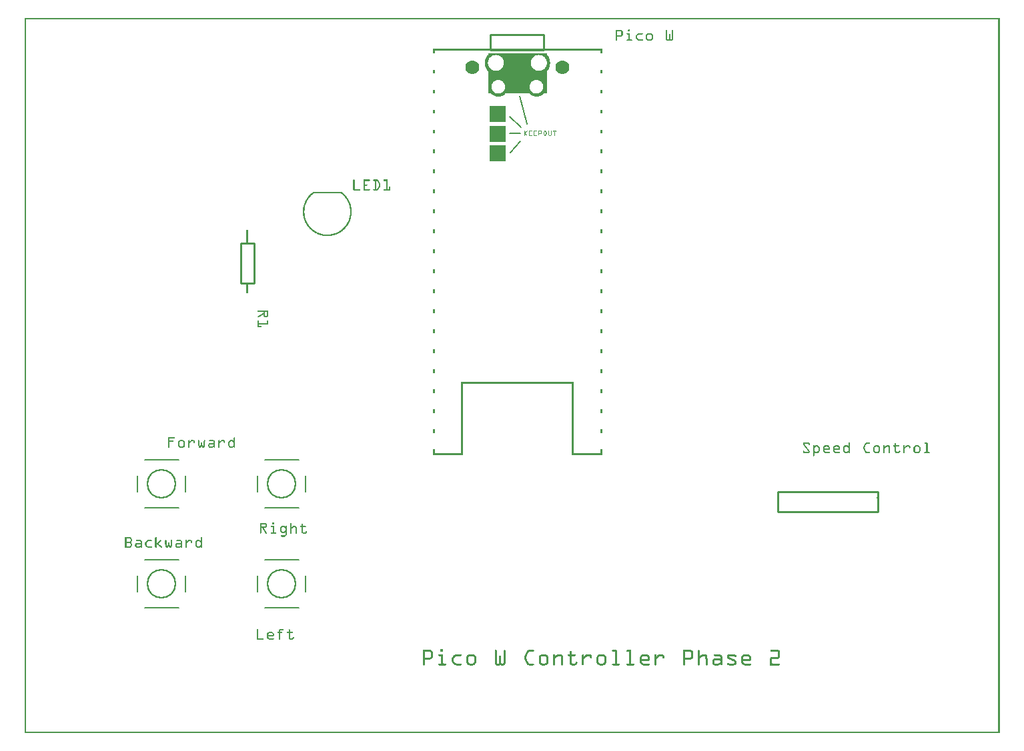
<source format=gto>
G04 MADE WITH FRITZING*
G04 WWW.FRITZING.ORG*
G04 DOUBLE SIDED*
G04 HOLES PLATED*
G04 CONTOUR ON CENTER OF CONTOUR VECTOR*
%ASAXBY*%
%FSLAX23Y23*%
%MOIN*%
%OFA0B0*%
%SFA1.0B1.0*%
%ADD10C,0.070000*%
%ADD11C,0.148000X0.132*%
%ADD12R,0.276407X0.085497X0.256407X0.065497*%
%ADD13C,0.010000*%
%ADD14R,0.082490X0.082490*%
%ADD15C,0.005000*%
%ADD16C,0.008000*%
%ADD17C,0.007874*%
%ADD18R,0.001000X0.001000*%
%LNSILK1*%
G90*
G70*
G54D10*
X2687Y3332D03*
X2239Y3332D03*
G54D11*
X686Y748D03*
X1286Y748D03*
X1286Y1248D03*
X686Y1248D03*
G54D13*
X2329Y3495D02*
X2595Y3495D01*
X2595Y3419D01*
X2329Y3419D01*
X2329Y3495D01*
D02*
G54D14*
X2365Y2901D03*
X2365Y2999D03*
X2365Y3097D03*
G54D13*
X1147Y2450D02*
X1147Y2250D01*
D02*
X1147Y2250D02*
X1081Y2250D01*
D02*
X1081Y2250D02*
X1081Y2450D01*
D02*
X1081Y2450D02*
X1147Y2450D01*
G54D15*
D02*
X2475Y3187D02*
X2511Y3047D01*
D02*
X2425Y3085D02*
X2482Y3032D01*
D02*
X2427Y2905D02*
X2480Y2962D01*
D02*
X2426Y3002D02*
X2479Y3002D01*
G54D13*
D02*
X4264Y1209D02*
X3764Y1209D01*
D02*
X3764Y1209D02*
X3764Y1109D01*
D02*
X3764Y1109D02*
X4264Y1109D01*
D02*
X4264Y1109D02*
X4264Y1209D01*
G54D16*
D02*
X771Y868D02*
X601Y868D01*
D02*
X601Y628D02*
X771Y628D01*
D02*
X806Y788D02*
X806Y708D01*
D02*
X566Y789D02*
X566Y708D01*
D02*
X1371Y868D02*
X1201Y868D01*
D02*
X1201Y628D02*
X1371Y628D01*
D02*
X1406Y788D02*
X1406Y708D01*
D02*
X1166Y789D02*
X1166Y708D01*
D02*
X1371Y1368D02*
X1201Y1368D01*
D02*
X1201Y1128D02*
X1371Y1128D01*
D02*
X1406Y1288D02*
X1406Y1208D01*
D02*
X1166Y1289D02*
X1166Y1208D01*
D02*
X771Y1368D02*
X601Y1368D01*
D02*
X601Y1128D02*
X771Y1128D01*
D02*
X806Y1288D02*
X806Y1208D01*
D02*
X566Y1289D02*
X566Y1208D01*
G54D17*
X1584Y2703D02*
X1443Y2703D01*
D02*
G54D18*
X1Y3577D02*
X4874Y3577D01*
X1Y3576D02*
X4874Y3576D01*
X1Y3575D02*
X4874Y3575D01*
X1Y3574D02*
X4874Y3574D01*
X1Y3573D02*
X4874Y3573D01*
X1Y3572D02*
X4874Y3572D01*
X1Y3571D02*
X4874Y3571D01*
X1Y3570D02*
X4874Y3570D01*
X1Y3569D02*
X8Y3569D01*
X4867Y3569D02*
X4874Y3569D01*
X1Y3568D02*
X8Y3568D01*
X4867Y3568D02*
X4874Y3568D01*
X1Y3567D02*
X8Y3567D01*
X4867Y3567D02*
X4874Y3567D01*
X1Y3566D02*
X8Y3566D01*
X4867Y3566D02*
X4874Y3566D01*
X1Y3565D02*
X8Y3565D01*
X4867Y3565D02*
X4874Y3565D01*
X1Y3564D02*
X8Y3564D01*
X4867Y3564D02*
X4874Y3564D01*
X1Y3563D02*
X8Y3563D01*
X4867Y3563D02*
X4874Y3563D01*
X1Y3562D02*
X8Y3562D01*
X4867Y3562D02*
X4874Y3562D01*
X1Y3561D02*
X8Y3561D01*
X4867Y3561D02*
X4874Y3561D01*
X1Y3560D02*
X8Y3560D01*
X4867Y3560D02*
X4874Y3560D01*
X1Y3559D02*
X8Y3559D01*
X4867Y3559D02*
X4874Y3559D01*
X1Y3558D02*
X8Y3558D01*
X4867Y3558D02*
X4874Y3558D01*
X1Y3557D02*
X8Y3557D01*
X4867Y3557D02*
X4874Y3557D01*
X1Y3556D02*
X8Y3556D01*
X4867Y3556D02*
X4874Y3556D01*
X1Y3555D02*
X8Y3555D01*
X4867Y3555D02*
X4874Y3555D01*
X1Y3554D02*
X8Y3554D01*
X4867Y3554D02*
X4874Y3554D01*
X1Y3553D02*
X8Y3553D01*
X4867Y3553D02*
X4874Y3553D01*
X1Y3552D02*
X8Y3552D01*
X4867Y3552D02*
X4874Y3552D01*
X1Y3551D02*
X8Y3551D01*
X4867Y3551D02*
X4874Y3551D01*
X1Y3550D02*
X8Y3550D01*
X4867Y3550D02*
X4874Y3550D01*
X1Y3549D02*
X8Y3549D01*
X4867Y3549D02*
X4874Y3549D01*
X1Y3548D02*
X8Y3548D01*
X4867Y3548D02*
X4874Y3548D01*
X1Y3547D02*
X8Y3547D01*
X4867Y3547D02*
X4874Y3547D01*
X1Y3546D02*
X8Y3546D01*
X4867Y3546D02*
X4874Y3546D01*
X1Y3545D02*
X8Y3545D01*
X4867Y3545D02*
X4874Y3545D01*
X1Y3544D02*
X8Y3544D01*
X4867Y3544D02*
X4874Y3544D01*
X1Y3543D02*
X8Y3543D01*
X4867Y3543D02*
X4874Y3543D01*
X1Y3542D02*
X8Y3542D01*
X4867Y3542D02*
X4874Y3542D01*
X1Y3541D02*
X8Y3541D01*
X4867Y3541D02*
X4874Y3541D01*
X1Y3540D02*
X8Y3540D01*
X4867Y3540D02*
X4874Y3540D01*
X1Y3539D02*
X8Y3539D01*
X4867Y3539D02*
X4874Y3539D01*
X1Y3538D02*
X8Y3538D01*
X4867Y3538D02*
X4874Y3538D01*
X1Y3537D02*
X8Y3537D01*
X4867Y3537D02*
X4874Y3537D01*
X1Y3536D02*
X8Y3536D01*
X4867Y3536D02*
X4874Y3536D01*
X1Y3535D02*
X8Y3535D01*
X4867Y3535D02*
X4874Y3535D01*
X1Y3534D02*
X8Y3534D01*
X4867Y3534D02*
X4874Y3534D01*
X1Y3533D02*
X8Y3533D01*
X4867Y3533D02*
X4874Y3533D01*
X1Y3532D02*
X8Y3532D01*
X4867Y3532D02*
X4874Y3532D01*
X1Y3531D02*
X8Y3531D01*
X4867Y3531D02*
X4874Y3531D01*
X1Y3530D02*
X8Y3530D01*
X4867Y3530D02*
X4874Y3530D01*
X1Y3529D02*
X8Y3529D01*
X4867Y3529D02*
X4874Y3529D01*
X1Y3528D02*
X8Y3528D01*
X4867Y3528D02*
X4874Y3528D01*
X1Y3527D02*
X8Y3527D01*
X4867Y3527D02*
X4874Y3527D01*
X1Y3526D02*
X8Y3526D01*
X4867Y3526D02*
X4874Y3526D01*
X1Y3525D02*
X8Y3525D01*
X4867Y3525D02*
X4874Y3525D01*
X1Y3524D02*
X8Y3524D01*
X4867Y3524D02*
X4874Y3524D01*
X1Y3523D02*
X8Y3523D01*
X4867Y3523D02*
X4874Y3523D01*
X1Y3522D02*
X8Y3522D01*
X4867Y3522D02*
X4874Y3522D01*
X1Y3521D02*
X8Y3521D01*
X4867Y3521D02*
X4874Y3521D01*
X1Y3520D02*
X8Y3520D01*
X3019Y3520D02*
X3024Y3520D01*
X4867Y3520D02*
X4874Y3520D01*
X1Y3519D02*
X8Y3519D01*
X3018Y3519D02*
X3026Y3519D01*
X4867Y3519D02*
X4874Y3519D01*
X1Y3518D02*
X8Y3518D01*
X3017Y3518D02*
X3026Y3518D01*
X4867Y3518D02*
X4874Y3518D01*
X1Y3517D02*
X8Y3517D01*
X2957Y3517D02*
X2983Y3517D01*
X3017Y3517D02*
X3026Y3517D01*
X3207Y3517D02*
X3210Y3517D01*
X3238Y3517D02*
X3241Y3517D01*
X4867Y3517D02*
X4874Y3517D01*
X1Y3516D02*
X8Y3516D01*
X2956Y3516D02*
X2985Y3516D01*
X3017Y3516D02*
X3026Y3516D01*
X3206Y3516D02*
X3211Y3516D01*
X3237Y3516D02*
X3242Y3516D01*
X4867Y3516D02*
X4874Y3516D01*
X1Y3515D02*
X8Y3515D01*
X2956Y3515D02*
X2986Y3515D01*
X3017Y3515D02*
X3026Y3515D01*
X3206Y3515D02*
X3211Y3515D01*
X3237Y3515D02*
X3243Y3515D01*
X4867Y3515D02*
X4874Y3515D01*
X1Y3514D02*
X8Y3514D01*
X2956Y3514D02*
X2987Y3514D01*
X3017Y3514D02*
X3026Y3514D01*
X3206Y3514D02*
X3212Y3514D01*
X3237Y3514D02*
X3243Y3514D01*
X4867Y3514D02*
X4874Y3514D01*
X1Y3513D02*
X8Y3513D01*
X2956Y3513D02*
X2988Y3513D01*
X3017Y3513D02*
X3026Y3513D01*
X3206Y3513D02*
X3212Y3513D01*
X3237Y3513D02*
X3243Y3513D01*
X4867Y3513D02*
X4874Y3513D01*
X1Y3512D02*
X8Y3512D01*
X2956Y3512D02*
X2989Y3512D01*
X3018Y3512D02*
X3026Y3512D01*
X3206Y3512D02*
X3212Y3512D01*
X3237Y3512D02*
X3243Y3512D01*
X4867Y3512D02*
X4874Y3512D01*
X1Y3511D02*
X8Y3511D01*
X2956Y3511D02*
X2989Y3511D01*
X3019Y3511D02*
X3024Y3511D01*
X3206Y3511D02*
X3212Y3511D01*
X3237Y3511D02*
X3243Y3511D01*
X4867Y3511D02*
X4874Y3511D01*
X1Y3510D02*
X8Y3510D01*
X2956Y3510D02*
X2962Y3510D01*
X2982Y3510D02*
X2989Y3510D01*
X3206Y3510D02*
X3212Y3510D01*
X3237Y3510D02*
X3243Y3510D01*
X4867Y3510D02*
X4874Y3510D01*
X1Y3509D02*
X8Y3509D01*
X2956Y3509D02*
X2962Y3509D01*
X2983Y3509D02*
X2990Y3509D01*
X3206Y3509D02*
X3212Y3509D01*
X3237Y3509D02*
X3243Y3509D01*
X4867Y3509D02*
X4874Y3509D01*
X1Y3508D02*
X8Y3508D01*
X2956Y3508D02*
X2962Y3508D01*
X2984Y3508D02*
X2990Y3508D01*
X3206Y3508D02*
X3212Y3508D01*
X3237Y3508D02*
X3243Y3508D01*
X4867Y3508D02*
X4874Y3508D01*
X1Y3507D02*
X8Y3507D01*
X2956Y3507D02*
X2962Y3507D01*
X2984Y3507D02*
X2990Y3507D01*
X3206Y3507D02*
X3212Y3507D01*
X3237Y3507D02*
X3243Y3507D01*
X4867Y3507D02*
X4874Y3507D01*
X1Y3506D02*
X8Y3506D01*
X2956Y3506D02*
X2962Y3506D01*
X2984Y3506D02*
X2990Y3506D01*
X3206Y3506D02*
X3212Y3506D01*
X3237Y3506D02*
X3243Y3506D01*
X4867Y3506D02*
X4874Y3506D01*
X1Y3505D02*
X8Y3505D01*
X2956Y3505D02*
X2962Y3505D01*
X2984Y3505D02*
X2990Y3505D01*
X3206Y3505D02*
X3212Y3505D01*
X3237Y3505D02*
X3243Y3505D01*
X4867Y3505D02*
X4874Y3505D01*
X1Y3504D02*
X8Y3504D01*
X2956Y3504D02*
X2962Y3504D01*
X2984Y3504D02*
X2990Y3504D01*
X3206Y3504D02*
X3212Y3504D01*
X3237Y3504D02*
X3243Y3504D01*
X4867Y3504D02*
X4874Y3504D01*
X1Y3503D02*
X8Y3503D01*
X2956Y3503D02*
X2962Y3503D01*
X2984Y3503D02*
X2990Y3503D01*
X3206Y3503D02*
X3212Y3503D01*
X3237Y3503D02*
X3243Y3503D01*
X4867Y3503D02*
X4874Y3503D01*
X1Y3502D02*
X8Y3502D01*
X2956Y3502D02*
X2962Y3502D01*
X2984Y3502D02*
X2990Y3502D01*
X3011Y3502D02*
X3025Y3502D01*
X3069Y3502D02*
X3089Y3502D01*
X3116Y3502D02*
X3131Y3502D01*
X3206Y3502D02*
X3212Y3502D01*
X3237Y3502D02*
X3243Y3502D01*
X4867Y3502D02*
X4874Y3502D01*
X1Y3501D02*
X8Y3501D01*
X2956Y3501D02*
X2962Y3501D01*
X2984Y3501D02*
X2990Y3501D01*
X3011Y3501D02*
X3026Y3501D01*
X3067Y3501D02*
X3090Y3501D01*
X3114Y3501D02*
X3133Y3501D01*
X3206Y3501D02*
X3212Y3501D01*
X3237Y3501D02*
X3243Y3501D01*
X4867Y3501D02*
X4874Y3501D01*
X1Y3500D02*
X8Y3500D01*
X2956Y3500D02*
X2962Y3500D01*
X2984Y3500D02*
X2990Y3500D01*
X3010Y3500D02*
X3026Y3500D01*
X3066Y3500D02*
X3090Y3500D01*
X3113Y3500D02*
X3135Y3500D01*
X3206Y3500D02*
X3212Y3500D01*
X3237Y3500D02*
X3243Y3500D01*
X4867Y3500D02*
X4874Y3500D01*
X1Y3499D02*
X8Y3499D01*
X2956Y3499D02*
X2962Y3499D01*
X2984Y3499D02*
X2990Y3499D01*
X3010Y3499D02*
X3026Y3499D01*
X3065Y3499D02*
X3090Y3499D01*
X3111Y3499D02*
X3136Y3499D01*
X3206Y3499D02*
X3212Y3499D01*
X3237Y3499D02*
X3243Y3499D01*
X4867Y3499D02*
X4874Y3499D01*
X1Y3498D02*
X8Y3498D01*
X2956Y3498D02*
X2962Y3498D01*
X2984Y3498D02*
X2990Y3498D01*
X3010Y3498D02*
X3026Y3498D01*
X3063Y3498D02*
X3090Y3498D01*
X3111Y3498D02*
X3137Y3498D01*
X3206Y3498D02*
X3212Y3498D01*
X3224Y3498D02*
X3224Y3498D01*
X3237Y3498D02*
X3243Y3498D01*
X4867Y3498D02*
X4874Y3498D01*
X1Y3497D02*
X8Y3497D01*
X2956Y3497D02*
X2962Y3497D01*
X2984Y3497D02*
X2990Y3497D01*
X3011Y3497D02*
X3026Y3497D01*
X3062Y3497D02*
X3089Y3497D01*
X3110Y3497D02*
X3138Y3497D01*
X3206Y3497D02*
X3212Y3497D01*
X3222Y3497D02*
X3226Y3497D01*
X3237Y3497D02*
X3243Y3497D01*
X4867Y3497D02*
X4874Y3497D01*
X1Y3496D02*
X8Y3496D01*
X2956Y3496D02*
X2962Y3496D01*
X2984Y3496D02*
X2990Y3496D01*
X3013Y3496D02*
X3026Y3496D01*
X3061Y3496D02*
X3088Y3496D01*
X3109Y3496D02*
X3139Y3496D01*
X3206Y3496D02*
X3212Y3496D01*
X3221Y3496D02*
X3227Y3496D01*
X3237Y3496D02*
X3243Y3496D01*
X4867Y3496D02*
X4874Y3496D01*
X1Y3495D02*
X8Y3495D01*
X2956Y3495D02*
X2962Y3495D01*
X2984Y3495D02*
X2990Y3495D01*
X3020Y3495D02*
X3026Y3495D01*
X3060Y3495D02*
X3070Y3495D01*
X3108Y3495D02*
X3117Y3495D01*
X3131Y3495D02*
X3139Y3495D01*
X3206Y3495D02*
X3212Y3495D01*
X3221Y3495D02*
X3227Y3495D01*
X3237Y3495D02*
X3243Y3495D01*
X4867Y3495D02*
X4874Y3495D01*
X1Y3494D02*
X8Y3494D01*
X2956Y3494D02*
X2962Y3494D01*
X2984Y3494D02*
X2990Y3494D01*
X3020Y3494D02*
X3026Y3494D01*
X3059Y3494D02*
X3069Y3494D01*
X3108Y3494D02*
X3115Y3494D01*
X3132Y3494D02*
X3140Y3494D01*
X3206Y3494D02*
X3212Y3494D01*
X3221Y3494D02*
X3227Y3494D01*
X3237Y3494D02*
X3243Y3494D01*
X4867Y3494D02*
X4874Y3494D01*
X1Y3493D02*
X8Y3493D01*
X2956Y3493D02*
X2962Y3493D01*
X2983Y3493D02*
X2990Y3493D01*
X3020Y3493D02*
X3026Y3493D01*
X3059Y3493D02*
X3068Y3493D01*
X3107Y3493D02*
X3114Y3493D01*
X3133Y3493D02*
X3140Y3493D01*
X3206Y3493D02*
X3212Y3493D01*
X3221Y3493D02*
X3227Y3493D01*
X3237Y3493D02*
X3243Y3493D01*
X4867Y3493D02*
X4874Y3493D01*
X1Y3492D02*
X8Y3492D01*
X2956Y3492D02*
X2962Y3492D01*
X2983Y3492D02*
X2990Y3492D01*
X3020Y3492D02*
X3026Y3492D01*
X3058Y3492D02*
X3066Y3492D01*
X3107Y3492D02*
X3114Y3492D01*
X3134Y3492D02*
X3140Y3492D01*
X3206Y3492D02*
X3212Y3492D01*
X3221Y3492D02*
X3227Y3492D01*
X3237Y3492D02*
X3243Y3492D01*
X4867Y3492D02*
X4874Y3492D01*
X1Y3491D02*
X8Y3491D01*
X2956Y3491D02*
X2989Y3491D01*
X3020Y3491D02*
X3026Y3491D01*
X3057Y3491D02*
X3065Y3491D01*
X3107Y3491D02*
X3113Y3491D01*
X3134Y3491D02*
X3140Y3491D01*
X3206Y3491D02*
X3212Y3491D01*
X3221Y3491D02*
X3227Y3491D01*
X3237Y3491D02*
X3243Y3491D01*
X4867Y3491D02*
X4874Y3491D01*
X1Y3490D02*
X8Y3490D01*
X2956Y3490D02*
X2989Y3490D01*
X3020Y3490D02*
X3026Y3490D01*
X3057Y3490D02*
X3064Y3490D01*
X3107Y3490D02*
X3113Y3490D01*
X3135Y3490D02*
X3141Y3490D01*
X3206Y3490D02*
X3212Y3490D01*
X3221Y3490D02*
X3227Y3490D01*
X3237Y3490D02*
X3243Y3490D01*
X4867Y3490D02*
X4874Y3490D01*
X1Y3489D02*
X8Y3489D01*
X2956Y3489D02*
X2988Y3489D01*
X3020Y3489D02*
X3026Y3489D01*
X3057Y3489D02*
X3063Y3489D01*
X3107Y3489D02*
X3113Y3489D01*
X3135Y3489D02*
X3141Y3489D01*
X3206Y3489D02*
X3212Y3489D01*
X3221Y3489D02*
X3227Y3489D01*
X3237Y3489D02*
X3243Y3489D01*
X4867Y3489D02*
X4874Y3489D01*
X1Y3488D02*
X8Y3488D01*
X2956Y3488D02*
X2987Y3488D01*
X3020Y3488D02*
X3026Y3488D01*
X3057Y3488D02*
X3063Y3488D01*
X3107Y3488D02*
X3113Y3488D01*
X3135Y3488D02*
X3141Y3488D01*
X3206Y3488D02*
X3212Y3488D01*
X3221Y3488D02*
X3227Y3488D01*
X3237Y3488D02*
X3243Y3488D01*
X4867Y3488D02*
X4874Y3488D01*
X1Y3487D02*
X8Y3487D01*
X2956Y3487D02*
X2987Y3487D01*
X3020Y3487D02*
X3026Y3487D01*
X3057Y3487D02*
X3063Y3487D01*
X3107Y3487D02*
X3113Y3487D01*
X3135Y3487D02*
X3141Y3487D01*
X3206Y3487D02*
X3212Y3487D01*
X3221Y3487D02*
X3227Y3487D01*
X3237Y3487D02*
X3243Y3487D01*
X4867Y3487D02*
X4874Y3487D01*
X1Y3486D02*
X8Y3486D01*
X2956Y3486D02*
X2985Y3486D01*
X3020Y3486D02*
X3026Y3486D01*
X3057Y3486D02*
X3063Y3486D01*
X3107Y3486D02*
X3113Y3486D01*
X3135Y3486D02*
X3141Y3486D01*
X3206Y3486D02*
X3212Y3486D01*
X3221Y3486D02*
X3227Y3486D01*
X3237Y3486D02*
X3243Y3486D01*
X4867Y3486D02*
X4874Y3486D01*
X1Y3485D02*
X8Y3485D01*
X2956Y3485D02*
X2984Y3485D01*
X3020Y3485D02*
X3026Y3485D01*
X3057Y3485D02*
X3063Y3485D01*
X3107Y3485D02*
X3113Y3485D01*
X3135Y3485D02*
X3141Y3485D01*
X3206Y3485D02*
X3212Y3485D01*
X3221Y3485D02*
X3227Y3485D01*
X3237Y3485D02*
X3243Y3485D01*
X4867Y3485D02*
X4874Y3485D01*
X1Y3484D02*
X8Y3484D01*
X2956Y3484D02*
X2963Y3484D01*
X3020Y3484D02*
X3026Y3484D01*
X3057Y3484D02*
X3063Y3484D01*
X3107Y3484D02*
X3113Y3484D01*
X3135Y3484D02*
X3141Y3484D01*
X3206Y3484D02*
X3212Y3484D01*
X3221Y3484D02*
X3227Y3484D01*
X3237Y3484D02*
X3243Y3484D01*
X4867Y3484D02*
X4874Y3484D01*
X1Y3483D02*
X8Y3483D01*
X2956Y3483D02*
X2962Y3483D01*
X3020Y3483D02*
X3026Y3483D01*
X3057Y3483D02*
X3063Y3483D01*
X3107Y3483D02*
X3113Y3483D01*
X3135Y3483D02*
X3141Y3483D01*
X3206Y3483D02*
X3212Y3483D01*
X3221Y3483D02*
X3227Y3483D01*
X3237Y3483D02*
X3243Y3483D01*
X4867Y3483D02*
X4874Y3483D01*
X1Y3482D02*
X8Y3482D01*
X2956Y3482D02*
X2962Y3482D01*
X3020Y3482D02*
X3026Y3482D01*
X3057Y3482D02*
X3063Y3482D01*
X3107Y3482D02*
X3113Y3482D01*
X3135Y3482D02*
X3141Y3482D01*
X3206Y3482D02*
X3212Y3482D01*
X3221Y3482D02*
X3227Y3482D01*
X3237Y3482D02*
X3243Y3482D01*
X4867Y3482D02*
X4874Y3482D01*
X1Y3481D02*
X8Y3481D01*
X2956Y3481D02*
X2962Y3481D01*
X3020Y3481D02*
X3026Y3481D01*
X3057Y3481D02*
X3063Y3481D01*
X3107Y3481D02*
X3113Y3481D01*
X3135Y3481D02*
X3141Y3481D01*
X3206Y3481D02*
X3212Y3481D01*
X3221Y3481D02*
X3227Y3481D01*
X3237Y3481D02*
X3243Y3481D01*
X4867Y3481D02*
X4874Y3481D01*
X1Y3480D02*
X8Y3480D01*
X2956Y3480D02*
X2962Y3480D01*
X3020Y3480D02*
X3026Y3480D01*
X3057Y3480D02*
X3063Y3480D01*
X3107Y3480D02*
X3113Y3480D01*
X3135Y3480D02*
X3141Y3480D01*
X3206Y3480D02*
X3212Y3480D01*
X3221Y3480D02*
X3227Y3480D01*
X3237Y3480D02*
X3243Y3480D01*
X4867Y3480D02*
X4874Y3480D01*
X1Y3479D02*
X8Y3479D01*
X2956Y3479D02*
X2962Y3479D01*
X3020Y3479D02*
X3026Y3479D01*
X3057Y3479D02*
X3063Y3479D01*
X3107Y3479D02*
X3113Y3479D01*
X3135Y3479D02*
X3141Y3479D01*
X3206Y3479D02*
X3212Y3479D01*
X3221Y3479D02*
X3227Y3479D01*
X3237Y3479D02*
X3243Y3479D01*
X4867Y3479D02*
X4874Y3479D01*
X1Y3478D02*
X8Y3478D01*
X2956Y3478D02*
X2962Y3478D01*
X3020Y3478D02*
X3026Y3478D01*
X3057Y3478D02*
X3063Y3478D01*
X3107Y3478D02*
X3113Y3478D01*
X3135Y3478D02*
X3141Y3478D01*
X3206Y3478D02*
X3212Y3478D01*
X3221Y3478D02*
X3227Y3478D01*
X3237Y3478D02*
X3243Y3478D01*
X4867Y3478D02*
X4874Y3478D01*
X1Y3477D02*
X8Y3477D01*
X2956Y3477D02*
X2962Y3477D01*
X3020Y3477D02*
X3026Y3477D01*
X3057Y3477D02*
X3063Y3477D01*
X3107Y3477D02*
X3113Y3477D01*
X3135Y3477D02*
X3141Y3477D01*
X3206Y3477D02*
X3212Y3477D01*
X3221Y3477D02*
X3227Y3477D01*
X3237Y3477D02*
X3243Y3477D01*
X4867Y3477D02*
X4874Y3477D01*
X1Y3476D02*
X8Y3476D01*
X2956Y3476D02*
X2962Y3476D01*
X3020Y3476D02*
X3026Y3476D01*
X3057Y3476D02*
X3064Y3476D01*
X3107Y3476D02*
X3113Y3476D01*
X3135Y3476D02*
X3141Y3476D01*
X3206Y3476D02*
X3212Y3476D01*
X3221Y3476D02*
X3227Y3476D01*
X3237Y3476D02*
X3243Y3476D01*
X4867Y3476D02*
X4874Y3476D01*
X1Y3475D02*
X8Y3475D01*
X2956Y3475D02*
X2962Y3475D01*
X3020Y3475D02*
X3026Y3475D01*
X3058Y3475D02*
X3066Y3475D01*
X3107Y3475D02*
X3113Y3475D01*
X3134Y3475D02*
X3140Y3475D01*
X3206Y3475D02*
X3212Y3475D01*
X3221Y3475D02*
X3227Y3475D01*
X3237Y3475D02*
X3243Y3475D01*
X4867Y3475D02*
X4874Y3475D01*
X1Y3474D02*
X8Y3474D01*
X2956Y3474D02*
X2962Y3474D01*
X3020Y3474D02*
X3026Y3474D01*
X3058Y3474D02*
X3067Y3474D01*
X3107Y3474D02*
X3114Y3474D01*
X3134Y3474D02*
X3140Y3474D01*
X3206Y3474D02*
X3212Y3474D01*
X3221Y3474D02*
X3227Y3474D01*
X3237Y3474D02*
X3243Y3474D01*
X4867Y3474D02*
X4874Y3474D01*
X1Y3473D02*
X8Y3473D01*
X2956Y3473D02*
X2962Y3473D01*
X3020Y3473D02*
X3026Y3473D01*
X3059Y3473D02*
X3068Y3473D01*
X3107Y3473D02*
X3115Y3473D01*
X3133Y3473D02*
X3140Y3473D01*
X3206Y3473D02*
X3212Y3473D01*
X3221Y3473D02*
X3228Y3473D01*
X3236Y3473D02*
X3243Y3473D01*
X4867Y3473D02*
X4874Y3473D01*
X1Y3472D02*
X8Y3472D01*
X2956Y3472D02*
X2962Y3472D01*
X3020Y3472D02*
X3026Y3472D01*
X3059Y3472D02*
X3069Y3472D01*
X3108Y3472D02*
X3116Y3472D01*
X3132Y3472D02*
X3140Y3472D01*
X3206Y3472D02*
X3213Y3472D01*
X3220Y3472D02*
X3228Y3472D01*
X3236Y3472D02*
X3243Y3472D01*
X4867Y3472D02*
X4874Y3472D01*
X1Y3471D02*
X8Y3471D01*
X2956Y3471D02*
X2962Y3471D01*
X3020Y3471D02*
X3026Y3471D01*
X3060Y3471D02*
X3070Y3471D01*
X3108Y3471D02*
X3117Y3471D01*
X3130Y3471D02*
X3139Y3471D01*
X3206Y3471D02*
X3213Y3471D01*
X3220Y3471D02*
X3229Y3471D01*
X3235Y3471D02*
X3242Y3471D01*
X4867Y3471D02*
X4874Y3471D01*
X1Y3470D02*
X8Y3470D01*
X2956Y3470D02*
X2962Y3470D01*
X3012Y3470D02*
X3035Y3470D01*
X3062Y3470D02*
X3088Y3470D01*
X3109Y3470D02*
X3139Y3470D01*
X3207Y3470D02*
X3242Y3470D01*
X4867Y3470D02*
X4874Y3470D01*
X1Y3469D02*
X8Y3469D01*
X2956Y3469D02*
X2962Y3469D01*
X3011Y3469D02*
X3036Y3469D01*
X3063Y3469D02*
X3090Y3469D01*
X3110Y3469D02*
X3138Y3469D01*
X3207Y3469D02*
X3241Y3469D01*
X4867Y3469D02*
X4874Y3469D01*
X1Y3468D02*
X8Y3468D01*
X2956Y3468D02*
X2962Y3468D01*
X3010Y3468D02*
X3036Y3468D01*
X3064Y3468D02*
X3090Y3468D01*
X3111Y3468D02*
X3137Y3468D01*
X3208Y3468D02*
X3240Y3468D01*
X4867Y3468D02*
X4874Y3468D01*
X1Y3467D02*
X8Y3467D01*
X2956Y3467D02*
X2962Y3467D01*
X3010Y3467D02*
X3037Y3467D01*
X3065Y3467D02*
X3090Y3467D01*
X3112Y3467D02*
X3136Y3467D01*
X3208Y3467D02*
X3240Y3467D01*
X4867Y3467D02*
X4874Y3467D01*
X1Y3466D02*
X8Y3466D01*
X2956Y3466D02*
X2962Y3466D01*
X3010Y3466D02*
X3037Y3466D01*
X3066Y3466D02*
X3090Y3466D01*
X3113Y3466D02*
X3134Y3466D01*
X3209Y3466D02*
X3239Y3466D01*
X4867Y3466D02*
X4874Y3466D01*
X1Y3465D02*
X8Y3465D01*
X2957Y3465D02*
X2962Y3465D01*
X3011Y3465D02*
X3036Y3465D01*
X3068Y3465D02*
X3090Y3465D01*
X3115Y3465D02*
X3133Y3465D01*
X3210Y3465D02*
X3223Y3465D01*
X3225Y3465D02*
X3239Y3465D01*
X4867Y3465D02*
X4874Y3465D01*
X1Y3464D02*
X8Y3464D01*
X2958Y3464D02*
X2961Y3464D01*
X3012Y3464D02*
X3035Y3464D01*
X3070Y3464D02*
X3089Y3464D01*
X3117Y3464D02*
X3131Y3464D01*
X3211Y3464D02*
X3222Y3464D01*
X3226Y3464D02*
X3238Y3464D01*
X4867Y3464D02*
X4874Y3464D01*
X1Y3463D02*
X8Y3463D01*
X4867Y3463D02*
X4874Y3463D01*
X1Y3462D02*
X8Y3462D01*
X4867Y3462D02*
X4874Y3462D01*
X1Y3461D02*
X8Y3461D01*
X4867Y3461D02*
X4874Y3461D01*
X1Y3460D02*
X8Y3460D01*
X4867Y3460D02*
X4874Y3460D01*
X1Y3459D02*
X8Y3459D01*
X4867Y3459D02*
X4874Y3459D01*
X1Y3458D02*
X8Y3458D01*
X4867Y3458D02*
X4874Y3458D01*
X1Y3457D02*
X8Y3457D01*
X4867Y3457D02*
X4874Y3457D01*
X1Y3456D02*
X8Y3456D01*
X4867Y3456D02*
X4874Y3456D01*
X1Y3455D02*
X8Y3455D01*
X4867Y3455D02*
X4874Y3455D01*
X1Y3454D02*
X8Y3454D01*
X4867Y3454D02*
X4874Y3454D01*
X1Y3453D02*
X8Y3453D01*
X4867Y3453D02*
X4874Y3453D01*
X1Y3452D02*
X8Y3452D01*
X4867Y3452D02*
X4874Y3452D01*
X1Y3451D02*
X8Y3451D01*
X4867Y3451D02*
X4874Y3451D01*
X1Y3450D02*
X8Y3450D01*
X4867Y3450D02*
X4874Y3450D01*
X1Y3449D02*
X8Y3449D01*
X4867Y3449D02*
X4874Y3449D01*
X1Y3448D02*
X8Y3448D01*
X4867Y3448D02*
X4874Y3448D01*
X1Y3447D02*
X8Y3447D01*
X4867Y3447D02*
X4874Y3447D01*
X1Y3446D02*
X8Y3446D01*
X4867Y3446D02*
X4874Y3446D01*
X1Y3445D02*
X8Y3445D01*
X4867Y3445D02*
X4874Y3445D01*
X1Y3444D02*
X8Y3444D01*
X4867Y3444D02*
X4874Y3444D01*
X1Y3443D02*
X8Y3443D01*
X4867Y3443D02*
X4874Y3443D01*
X1Y3442D02*
X8Y3442D01*
X4867Y3442D02*
X4874Y3442D01*
X1Y3441D02*
X8Y3441D01*
X4867Y3441D02*
X4874Y3441D01*
X1Y3440D02*
X8Y3440D01*
X4867Y3440D02*
X4874Y3440D01*
X1Y3439D02*
X8Y3439D01*
X4867Y3439D02*
X4874Y3439D01*
X1Y3438D02*
X8Y3438D01*
X4867Y3438D02*
X4874Y3438D01*
X1Y3437D02*
X8Y3437D01*
X4867Y3437D02*
X4874Y3437D01*
X1Y3436D02*
X8Y3436D01*
X4867Y3436D02*
X4874Y3436D01*
X1Y3435D02*
X8Y3435D01*
X4867Y3435D02*
X4874Y3435D01*
X1Y3434D02*
X8Y3434D01*
X4867Y3434D02*
X4874Y3434D01*
X1Y3433D02*
X8Y3433D01*
X4867Y3433D02*
X4874Y3433D01*
X1Y3432D02*
X8Y3432D01*
X4867Y3432D02*
X4874Y3432D01*
X1Y3431D02*
X8Y3431D01*
X4867Y3431D02*
X4874Y3431D01*
X1Y3430D02*
X8Y3430D01*
X4867Y3430D02*
X4874Y3430D01*
X1Y3429D02*
X8Y3429D01*
X4867Y3429D02*
X4874Y3429D01*
X1Y3428D02*
X8Y3428D01*
X4867Y3428D02*
X4874Y3428D01*
X1Y3427D02*
X8Y3427D01*
X4867Y3427D02*
X4874Y3427D01*
X1Y3426D02*
X8Y3426D01*
X4867Y3426D02*
X4874Y3426D01*
X1Y3425D02*
X8Y3425D01*
X4867Y3425D02*
X4874Y3425D01*
X1Y3424D02*
X8Y3424D01*
X4867Y3424D02*
X4874Y3424D01*
X1Y3423D02*
X8Y3423D01*
X2044Y3423D02*
X2887Y3423D01*
X4867Y3423D02*
X4874Y3423D01*
X1Y3422D02*
X8Y3422D01*
X2044Y3422D02*
X2888Y3422D01*
X4867Y3422D02*
X4874Y3422D01*
X1Y3421D02*
X8Y3421D01*
X2044Y3421D02*
X2888Y3421D01*
X4867Y3421D02*
X4874Y3421D01*
X1Y3420D02*
X8Y3420D01*
X2044Y3420D02*
X2888Y3420D01*
X4867Y3420D02*
X4874Y3420D01*
X1Y3419D02*
X8Y3419D01*
X2044Y3419D02*
X2888Y3419D01*
X4867Y3419D02*
X4874Y3419D01*
X1Y3418D02*
X8Y3418D01*
X2044Y3418D02*
X2888Y3418D01*
X4867Y3418D02*
X4874Y3418D01*
X1Y3417D02*
X8Y3417D01*
X2044Y3417D02*
X2888Y3417D01*
X4867Y3417D02*
X4874Y3417D01*
X1Y3416D02*
X8Y3416D01*
X2044Y3416D02*
X2888Y3416D01*
X4867Y3416D02*
X4874Y3416D01*
X1Y3415D02*
X8Y3415D01*
X2044Y3415D02*
X2888Y3415D01*
X4867Y3415D02*
X4874Y3415D01*
X1Y3414D02*
X8Y3414D01*
X2044Y3414D02*
X2888Y3414D01*
X4867Y3414D02*
X4874Y3414D01*
X1Y3413D02*
X8Y3413D01*
X2044Y3413D02*
X2053Y3413D01*
X2878Y3413D02*
X2888Y3413D01*
X4867Y3413D02*
X4874Y3413D01*
X1Y3412D02*
X8Y3412D01*
X2044Y3412D02*
X2053Y3412D01*
X2879Y3412D02*
X2888Y3412D01*
X4867Y3412D02*
X4874Y3412D01*
X1Y3411D02*
X8Y3411D01*
X2044Y3411D02*
X2053Y3411D01*
X2879Y3411D02*
X2888Y3411D01*
X4867Y3411D02*
X4874Y3411D01*
X1Y3410D02*
X8Y3410D01*
X2044Y3410D02*
X2053Y3410D01*
X2879Y3410D02*
X2888Y3410D01*
X4867Y3410D02*
X4874Y3410D01*
X1Y3409D02*
X8Y3409D01*
X2044Y3409D02*
X2053Y3409D01*
X2879Y3409D02*
X2888Y3409D01*
X4867Y3409D02*
X4874Y3409D01*
X1Y3408D02*
X8Y3408D01*
X2044Y3408D02*
X2053Y3408D01*
X2879Y3408D02*
X2888Y3408D01*
X4867Y3408D02*
X4874Y3408D01*
X1Y3407D02*
X8Y3407D01*
X2044Y3407D02*
X2053Y3407D01*
X2879Y3407D02*
X2888Y3407D01*
X4867Y3407D02*
X4874Y3407D01*
X1Y3406D02*
X8Y3406D01*
X2044Y3406D02*
X2053Y3406D01*
X2879Y3406D02*
X2888Y3406D01*
X4867Y3406D02*
X4874Y3406D01*
X1Y3405D02*
X8Y3405D01*
X2044Y3405D02*
X2053Y3405D01*
X2879Y3405D02*
X2888Y3405D01*
X4867Y3405D02*
X4874Y3405D01*
X1Y3404D02*
X8Y3404D01*
X2044Y3404D02*
X2053Y3404D01*
X2879Y3404D02*
X2888Y3404D01*
X4867Y3404D02*
X4874Y3404D01*
X1Y3403D02*
X8Y3403D01*
X2044Y3403D02*
X2053Y3403D01*
X2879Y3403D02*
X2888Y3403D01*
X4867Y3403D02*
X4874Y3403D01*
X1Y3402D02*
X8Y3402D01*
X2044Y3402D02*
X2053Y3402D01*
X2879Y3402D02*
X2888Y3402D01*
X4867Y3402D02*
X4874Y3402D01*
X1Y3401D02*
X8Y3401D01*
X2044Y3401D02*
X2053Y3401D01*
X2879Y3401D02*
X2888Y3401D01*
X4867Y3401D02*
X4874Y3401D01*
X1Y3400D02*
X8Y3400D01*
X2044Y3400D02*
X2053Y3400D01*
X2318Y3400D02*
X2610Y3400D01*
X2879Y3400D02*
X2888Y3400D01*
X4867Y3400D02*
X4874Y3400D01*
X1Y3399D02*
X8Y3399D01*
X2318Y3399D02*
X2610Y3399D01*
X4867Y3399D02*
X4874Y3399D01*
X1Y3398D02*
X8Y3398D01*
X2318Y3398D02*
X2610Y3398D01*
X4867Y3398D02*
X4874Y3398D01*
X1Y3397D02*
X8Y3397D01*
X2318Y3397D02*
X2610Y3397D01*
X4867Y3397D02*
X4874Y3397D01*
X1Y3396D02*
X8Y3396D01*
X2318Y3396D02*
X2610Y3396D01*
X4867Y3396D02*
X4874Y3396D01*
X1Y3395D02*
X8Y3395D01*
X2318Y3395D02*
X2610Y3395D01*
X4867Y3395D02*
X4874Y3395D01*
X1Y3394D02*
X8Y3394D01*
X2318Y3394D02*
X2610Y3394D01*
X4867Y3394D02*
X4874Y3394D01*
X1Y3393D02*
X8Y3393D01*
X2318Y3393D02*
X2354Y3393D01*
X2359Y3393D02*
X2569Y3393D01*
X2574Y3393D02*
X2611Y3393D01*
X4867Y3393D02*
X4874Y3393D01*
X1Y3392D02*
X8Y3392D01*
X2317Y3392D02*
X2347Y3392D01*
X2366Y3392D02*
X2562Y3392D01*
X2581Y3392D02*
X2612Y3392D01*
X4867Y3392D02*
X4874Y3392D01*
X1Y3391D02*
X8Y3391D01*
X2316Y3391D02*
X2344Y3391D01*
X2370Y3391D02*
X2558Y3391D01*
X2584Y3391D02*
X2613Y3391D01*
X4867Y3391D02*
X4874Y3391D01*
X1Y3390D02*
X8Y3390D01*
X2315Y3390D02*
X2341Y3390D01*
X2372Y3390D02*
X2556Y3390D01*
X2587Y3390D02*
X2614Y3390D01*
X4867Y3390D02*
X4874Y3390D01*
X1Y3389D02*
X8Y3389D01*
X2314Y3389D02*
X2339Y3389D01*
X2374Y3389D02*
X2553Y3389D01*
X2589Y3389D02*
X2615Y3389D01*
X4867Y3389D02*
X4874Y3389D01*
X1Y3388D02*
X8Y3388D01*
X2313Y3388D02*
X2337Y3388D01*
X2376Y3388D02*
X2551Y3388D01*
X2591Y3388D02*
X2616Y3388D01*
X4867Y3388D02*
X4874Y3388D01*
X1Y3387D02*
X8Y3387D01*
X2312Y3387D02*
X2335Y3387D01*
X2378Y3387D02*
X2550Y3387D01*
X2593Y3387D02*
X2617Y3387D01*
X4867Y3387D02*
X4874Y3387D01*
X1Y3386D02*
X8Y3386D01*
X2311Y3386D02*
X2334Y3386D01*
X2380Y3386D02*
X2548Y3386D01*
X2594Y3386D02*
X2618Y3386D01*
X4867Y3386D02*
X4874Y3386D01*
X1Y3385D02*
X8Y3385D01*
X2311Y3385D02*
X2332Y3385D01*
X2381Y3385D02*
X2547Y3385D01*
X2596Y3385D02*
X2618Y3385D01*
X4867Y3385D02*
X4874Y3385D01*
X1Y3384D02*
X8Y3384D01*
X2310Y3384D02*
X2331Y3384D01*
X2382Y3384D02*
X2545Y3384D01*
X2597Y3384D02*
X2619Y3384D01*
X4867Y3384D02*
X4874Y3384D01*
X1Y3383D02*
X8Y3383D01*
X2310Y3383D02*
X2330Y3383D01*
X2384Y3383D02*
X2544Y3383D01*
X2598Y3383D02*
X2620Y3383D01*
X4867Y3383D02*
X4874Y3383D01*
X1Y3382D02*
X8Y3382D01*
X2309Y3382D02*
X2329Y3382D01*
X2385Y3382D02*
X2543Y3382D01*
X2599Y3382D02*
X2620Y3382D01*
X4867Y3382D02*
X4874Y3382D01*
X1Y3381D02*
X8Y3381D01*
X2309Y3381D02*
X2328Y3381D01*
X2386Y3381D02*
X2542Y3381D01*
X2600Y3381D02*
X2621Y3381D01*
X4867Y3381D02*
X4874Y3381D01*
X1Y3380D02*
X8Y3380D01*
X2308Y3380D02*
X2327Y3380D01*
X2387Y3380D02*
X2541Y3380D01*
X2601Y3380D02*
X2621Y3380D01*
X4867Y3380D02*
X4874Y3380D01*
X1Y3379D02*
X8Y3379D01*
X2308Y3379D02*
X2326Y3379D01*
X2388Y3379D02*
X2540Y3379D01*
X2602Y3379D02*
X2622Y3379D01*
X4867Y3379D02*
X4874Y3379D01*
X1Y3378D02*
X8Y3378D01*
X2307Y3378D02*
X2325Y3378D01*
X2388Y3378D02*
X2539Y3378D01*
X2603Y3378D02*
X2622Y3378D01*
X4867Y3378D02*
X4874Y3378D01*
X1Y3377D02*
X8Y3377D01*
X2307Y3377D02*
X2324Y3377D01*
X2389Y3377D02*
X2539Y3377D01*
X2604Y3377D02*
X2622Y3377D01*
X4867Y3377D02*
X4874Y3377D01*
X1Y3376D02*
X8Y3376D01*
X2306Y3376D02*
X2323Y3376D01*
X2390Y3376D02*
X2538Y3376D01*
X2604Y3376D02*
X2623Y3376D01*
X4867Y3376D02*
X4874Y3376D01*
X1Y3375D02*
X8Y3375D01*
X2306Y3375D02*
X2323Y3375D01*
X2391Y3375D02*
X2537Y3375D01*
X2605Y3375D02*
X2623Y3375D01*
X4867Y3375D02*
X4874Y3375D01*
X1Y3374D02*
X8Y3374D01*
X2306Y3374D02*
X2322Y3374D01*
X2391Y3374D02*
X2537Y3374D01*
X2606Y3374D02*
X2623Y3374D01*
X4867Y3374D02*
X4874Y3374D01*
X1Y3373D02*
X8Y3373D01*
X2305Y3373D02*
X2322Y3373D01*
X2392Y3373D02*
X2536Y3373D01*
X2606Y3373D02*
X2624Y3373D01*
X4867Y3373D02*
X4874Y3373D01*
X1Y3372D02*
X8Y3372D01*
X2305Y3372D02*
X2321Y3372D01*
X2392Y3372D02*
X2536Y3372D01*
X2607Y3372D02*
X2624Y3372D01*
X4867Y3372D02*
X4874Y3372D01*
X1Y3371D02*
X8Y3371D01*
X2305Y3371D02*
X2321Y3371D01*
X2393Y3371D02*
X2535Y3371D01*
X2607Y3371D02*
X2624Y3371D01*
X4867Y3371D02*
X4874Y3371D01*
X1Y3370D02*
X8Y3370D01*
X2305Y3370D02*
X2320Y3370D01*
X2393Y3370D02*
X2535Y3370D01*
X2608Y3370D02*
X2625Y3370D01*
X4867Y3370D02*
X4874Y3370D01*
X1Y3369D02*
X8Y3369D01*
X2304Y3369D02*
X2320Y3369D01*
X2394Y3369D02*
X2534Y3369D01*
X2608Y3369D02*
X2625Y3369D01*
X4867Y3369D02*
X4874Y3369D01*
X1Y3368D02*
X8Y3368D01*
X2304Y3368D02*
X2319Y3368D01*
X2394Y3368D02*
X2534Y3368D01*
X2609Y3368D02*
X2625Y3368D01*
X4867Y3368D02*
X4874Y3368D01*
X1Y3367D02*
X8Y3367D01*
X2304Y3367D02*
X2319Y3367D01*
X2395Y3367D02*
X2533Y3367D01*
X2609Y3367D02*
X2625Y3367D01*
X4867Y3367D02*
X4874Y3367D01*
X1Y3366D02*
X8Y3366D01*
X2304Y3366D02*
X2318Y3366D01*
X2395Y3366D02*
X2533Y3366D01*
X2609Y3366D02*
X2626Y3366D01*
X4867Y3366D02*
X4874Y3366D01*
X1Y3365D02*
X8Y3365D01*
X2303Y3365D02*
X2318Y3365D01*
X2395Y3365D02*
X2533Y3365D01*
X2610Y3365D02*
X2626Y3365D01*
X4867Y3365D02*
X4874Y3365D01*
X1Y3364D02*
X8Y3364D01*
X2303Y3364D02*
X2318Y3364D01*
X2396Y3364D02*
X2532Y3364D01*
X2610Y3364D02*
X2626Y3364D01*
X4867Y3364D02*
X4874Y3364D01*
X1Y3363D02*
X8Y3363D01*
X2303Y3363D02*
X2318Y3363D01*
X2396Y3363D02*
X2532Y3363D01*
X2610Y3363D02*
X2626Y3363D01*
X4867Y3363D02*
X4874Y3363D01*
X1Y3362D02*
X8Y3362D01*
X2303Y3362D02*
X2317Y3362D01*
X2396Y3362D02*
X2532Y3362D01*
X2611Y3362D02*
X2626Y3362D01*
X4867Y3362D02*
X4874Y3362D01*
X1Y3361D02*
X8Y3361D01*
X2303Y3361D02*
X2317Y3361D01*
X2396Y3361D02*
X2532Y3361D01*
X2611Y3361D02*
X2626Y3361D01*
X4867Y3361D02*
X4874Y3361D01*
X1Y3360D02*
X8Y3360D01*
X2303Y3360D02*
X2317Y3360D01*
X2396Y3360D02*
X2531Y3360D01*
X2611Y3360D02*
X2626Y3360D01*
X4867Y3360D02*
X4874Y3360D01*
X1Y3359D02*
X8Y3359D01*
X2303Y3359D02*
X2317Y3359D01*
X2397Y3359D02*
X2531Y3359D01*
X2611Y3359D02*
X2626Y3359D01*
X4867Y3359D02*
X4874Y3359D01*
X1Y3358D02*
X8Y3358D01*
X2303Y3358D02*
X2316Y3358D01*
X2397Y3358D02*
X2531Y3358D01*
X2611Y3358D02*
X2627Y3358D01*
X4867Y3358D02*
X4874Y3358D01*
X1Y3357D02*
X8Y3357D01*
X2303Y3357D02*
X2316Y3357D01*
X2397Y3357D02*
X2531Y3357D01*
X2612Y3357D02*
X2627Y3357D01*
X4867Y3357D02*
X4874Y3357D01*
X1Y3356D02*
X8Y3356D01*
X2303Y3356D02*
X2316Y3356D01*
X2397Y3356D02*
X2531Y3356D01*
X2612Y3356D02*
X2627Y3356D01*
X4867Y3356D02*
X4874Y3356D01*
X1Y3355D02*
X8Y3355D01*
X2303Y3355D02*
X2316Y3355D01*
X2397Y3355D02*
X2531Y3355D01*
X2612Y3355D02*
X2627Y3355D01*
X4867Y3355D02*
X4874Y3355D01*
X1Y3354D02*
X8Y3354D01*
X2303Y3354D02*
X2316Y3354D01*
X2397Y3354D02*
X2531Y3354D01*
X2612Y3354D02*
X2627Y3354D01*
X4867Y3354D02*
X4874Y3354D01*
X1Y3353D02*
X8Y3353D01*
X2302Y3353D02*
X2316Y3353D01*
X2397Y3353D02*
X2531Y3353D01*
X2612Y3353D02*
X2627Y3353D01*
X4867Y3353D02*
X4874Y3353D01*
X1Y3352D02*
X8Y3352D01*
X2302Y3352D02*
X2316Y3352D01*
X2397Y3352D02*
X2531Y3352D01*
X2612Y3352D02*
X2627Y3352D01*
X4867Y3352D02*
X4874Y3352D01*
X1Y3351D02*
X8Y3351D01*
X2303Y3351D02*
X2316Y3351D01*
X2397Y3351D02*
X2531Y3351D01*
X2612Y3351D02*
X2627Y3351D01*
X4867Y3351D02*
X4874Y3351D01*
X1Y3350D02*
X8Y3350D01*
X2303Y3350D02*
X2316Y3350D01*
X2397Y3350D02*
X2531Y3350D01*
X2612Y3350D02*
X2627Y3350D01*
X4867Y3350D02*
X4874Y3350D01*
X1Y3349D02*
X8Y3349D01*
X2303Y3349D02*
X2316Y3349D01*
X2397Y3349D02*
X2531Y3349D01*
X2611Y3349D02*
X2627Y3349D01*
X4867Y3349D02*
X4874Y3349D01*
X1Y3348D02*
X8Y3348D01*
X2303Y3348D02*
X2317Y3348D01*
X2397Y3348D02*
X2531Y3348D01*
X2611Y3348D02*
X2627Y3348D01*
X4867Y3348D02*
X4874Y3348D01*
X1Y3347D02*
X8Y3347D01*
X2303Y3347D02*
X2317Y3347D01*
X2397Y3347D02*
X2531Y3347D01*
X2611Y3347D02*
X2627Y3347D01*
X4867Y3347D02*
X4874Y3347D01*
X1Y3346D02*
X8Y3346D01*
X2303Y3346D02*
X2317Y3346D01*
X2396Y3346D02*
X2531Y3346D01*
X2611Y3346D02*
X2626Y3346D01*
X4867Y3346D02*
X4874Y3346D01*
X1Y3345D02*
X8Y3345D01*
X2303Y3345D02*
X2317Y3345D01*
X2396Y3345D02*
X2532Y3345D01*
X2611Y3345D02*
X2626Y3345D01*
X4867Y3345D02*
X4874Y3345D01*
X1Y3344D02*
X8Y3344D01*
X2303Y3344D02*
X2317Y3344D01*
X2396Y3344D02*
X2532Y3344D01*
X2611Y3344D02*
X2626Y3344D01*
X4867Y3344D02*
X4874Y3344D01*
X1Y3343D02*
X8Y3343D01*
X2303Y3343D02*
X2318Y3343D01*
X2396Y3343D02*
X2532Y3343D01*
X2610Y3343D02*
X2626Y3343D01*
X4867Y3343D02*
X4874Y3343D01*
X1Y3342D02*
X8Y3342D01*
X2303Y3342D02*
X2318Y3342D01*
X2395Y3342D02*
X2532Y3342D01*
X2610Y3342D02*
X2626Y3342D01*
X4867Y3342D02*
X4874Y3342D01*
X1Y3341D02*
X8Y3341D01*
X2303Y3341D02*
X2318Y3341D01*
X2395Y3341D02*
X2533Y3341D01*
X2610Y3341D02*
X2626Y3341D01*
X4867Y3341D02*
X4874Y3341D01*
X1Y3340D02*
X8Y3340D01*
X2304Y3340D02*
X2318Y3340D01*
X2395Y3340D02*
X2533Y3340D01*
X2609Y3340D02*
X2626Y3340D01*
X4867Y3340D02*
X4874Y3340D01*
X1Y3339D02*
X8Y3339D01*
X2304Y3339D02*
X2319Y3339D01*
X2394Y3339D02*
X2533Y3339D01*
X2609Y3339D02*
X2626Y3339D01*
X4867Y3339D02*
X4874Y3339D01*
X1Y3338D02*
X8Y3338D01*
X2304Y3338D02*
X2319Y3338D01*
X2394Y3338D02*
X2534Y3338D01*
X2609Y3338D02*
X2625Y3338D01*
X4867Y3338D02*
X4874Y3338D01*
X1Y3337D02*
X8Y3337D01*
X2304Y3337D02*
X2320Y3337D01*
X2394Y3337D02*
X2534Y3337D01*
X2608Y3337D02*
X2625Y3337D01*
X4867Y3337D02*
X4874Y3337D01*
X1Y3336D02*
X8Y3336D01*
X2304Y3336D02*
X2320Y3336D01*
X2393Y3336D02*
X2535Y3336D01*
X2608Y3336D02*
X2625Y3336D01*
X4867Y3336D02*
X4874Y3336D01*
X1Y3335D02*
X8Y3335D01*
X2305Y3335D02*
X2321Y3335D01*
X2393Y3335D02*
X2535Y3335D01*
X2607Y3335D02*
X2625Y3335D01*
X4867Y3335D02*
X4874Y3335D01*
X1Y3334D02*
X8Y3334D01*
X2305Y3334D02*
X2321Y3334D01*
X2392Y3334D02*
X2536Y3334D01*
X2607Y3334D02*
X2624Y3334D01*
X4867Y3334D02*
X4874Y3334D01*
X1Y3333D02*
X8Y3333D01*
X2305Y3333D02*
X2322Y3333D01*
X2392Y3333D02*
X2536Y3333D01*
X2606Y3333D02*
X2624Y3333D01*
X4867Y3333D02*
X4874Y3333D01*
X1Y3332D02*
X8Y3332D01*
X2306Y3332D02*
X2322Y3332D01*
X2391Y3332D02*
X2537Y3332D01*
X2606Y3332D02*
X2624Y3332D01*
X4867Y3332D02*
X4874Y3332D01*
X1Y3331D02*
X8Y3331D01*
X2306Y3331D02*
X2323Y3331D01*
X2390Y3331D02*
X2537Y3331D01*
X2605Y3331D02*
X2623Y3331D01*
X4867Y3331D02*
X4874Y3331D01*
X1Y3330D02*
X8Y3330D01*
X2306Y3330D02*
X2324Y3330D01*
X2390Y3330D02*
X2538Y3330D01*
X2604Y3330D02*
X2623Y3330D01*
X4867Y3330D02*
X4874Y3330D01*
X1Y3329D02*
X8Y3329D01*
X2306Y3329D02*
X2324Y3329D01*
X2389Y3329D02*
X2539Y3329D01*
X2604Y3329D02*
X2623Y3329D01*
X4867Y3329D02*
X4874Y3329D01*
X1Y3328D02*
X8Y3328D01*
X2307Y3328D02*
X2325Y3328D01*
X2388Y3328D02*
X2540Y3328D01*
X2603Y3328D02*
X2622Y3328D01*
X4867Y3328D02*
X4874Y3328D01*
X1Y3327D02*
X8Y3327D01*
X2307Y3327D02*
X2326Y3327D01*
X2387Y3327D02*
X2540Y3327D01*
X2602Y3327D02*
X2622Y3327D01*
X4867Y3327D02*
X4874Y3327D01*
X1Y3326D02*
X8Y3326D01*
X2308Y3326D02*
X2327Y3326D01*
X2386Y3326D02*
X2541Y3326D01*
X2601Y3326D02*
X2621Y3326D01*
X4867Y3326D02*
X4874Y3326D01*
X1Y3325D02*
X8Y3325D01*
X2308Y3325D02*
X2328Y3325D01*
X2386Y3325D02*
X2542Y3325D01*
X2600Y3325D02*
X2621Y3325D01*
X4867Y3325D02*
X4874Y3325D01*
X1Y3324D02*
X8Y3324D01*
X2309Y3324D02*
X2329Y3324D01*
X2385Y3324D02*
X2543Y3324D01*
X2599Y3324D02*
X2620Y3324D01*
X4867Y3324D02*
X4874Y3324D01*
X1Y3323D02*
X8Y3323D01*
X2309Y3323D02*
X2330Y3323D01*
X2383Y3323D02*
X2544Y3323D01*
X2598Y3323D02*
X2620Y3323D01*
X4867Y3323D02*
X4874Y3323D01*
X1Y3322D02*
X8Y3322D01*
X2310Y3322D02*
X2331Y3322D01*
X2382Y3322D02*
X2546Y3322D01*
X2597Y3322D02*
X2619Y3322D01*
X4867Y3322D02*
X4874Y3322D01*
X1Y3321D02*
X8Y3321D01*
X2310Y3321D02*
X2332Y3321D01*
X2381Y3321D02*
X2547Y3321D01*
X2595Y3321D02*
X2619Y3321D01*
X4867Y3321D02*
X4874Y3321D01*
X1Y3320D02*
X8Y3320D01*
X2311Y3320D02*
X2334Y3320D01*
X2379Y3320D02*
X2548Y3320D01*
X2594Y3320D02*
X2618Y3320D01*
X4867Y3320D02*
X4874Y3320D01*
X1Y3319D02*
X8Y3319D01*
X2312Y3319D02*
X2335Y3319D01*
X2378Y3319D02*
X2550Y3319D01*
X2592Y3319D02*
X2617Y3319D01*
X4867Y3319D02*
X4874Y3319D01*
X1Y3318D02*
X8Y3318D01*
X2044Y3318D02*
X2053Y3318D01*
X2312Y3318D02*
X2337Y3318D01*
X2376Y3318D02*
X2552Y3318D01*
X2591Y3318D02*
X2617Y3318D01*
X2879Y3318D02*
X2888Y3318D01*
X4867Y3318D02*
X4874Y3318D01*
X1Y3317D02*
X8Y3317D01*
X2044Y3317D02*
X2053Y3317D01*
X2313Y3317D02*
X2339Y3317D01*
X2374Y3317D02*
X2554Y3317D01*
X2589Y3317D02*
X2616Y3317D01*
X2879Y3317D02*
X2888Y3317D01*
X4867Y3317D02*
X4874Y3317D01*
X1Y3316D02*
X8Y3316D01*
X2044Y3316D02*
X2053Y3316D01*
X2314Y3316D02*
X2342Y3316D01*
X2372Y3316D02*
X2556Y3316D01*
X2586Y3316D02*
X2615Y3316D01*
X2879Y3316D02*
X2888Y3316D01*
X4867Y3316D02*
X4874Y3316D01*
X1Y3315D02*
X8Y3315D01*
X2044Y3315D02*
X2053Y3315D01*
X2315Y3315D02*
X2344Y3315D01*
X2369Y3315D02*
X2559Y3315D01*
X2584Y3315D02*
X2614Y3315D01*
X2879Y3315D02*
X2888Y3315D01*
X4867Y3315D02*
X4874Y3315D01*
X1Y3314D02*
X8Y3314D01*
X2044Y3314D02*
X2053Y3314D01*
X2316Y3314D02*
X2348Y3314D01*
X2365Y3314D02*
X2563Y3314D01*
X2580Y3314D02*
X2613Y3314D01*
X2879Y3314D02*
X2888Y3314D01*
X4867Y3314D02*
X4874Y3314D01*
X1Y3313D02*
X8Y3313D01*
X2044Y3313D02*
X2053Y3313D01*
X2317Y3313D02*
X2612Y3313D01*
X2879Y3313D02*
X2888Y3313D01*
X4867Y3313D02*
X4874Y3313D01*
X1Y3312D02*
X8Y3312D01*
X2044Y3312D02*
X2053Y3312D01*
X2318Y3312D02*
X2611Y3312D01*
X2879Y3312D02*
X2888Y3312D01*
X4867Y3312D02*
X4874Y3312D01*
X1Y3311D02*
X8Y3311D01*
X2044Y3311D02*
X2053Y3311D01*
X2318Y3311D02*
X2610Y3311D01*
X2879Y3311D02*
X2888Y3311D01*
X4867Y3311D02*
X4874Y3311D01*
X1Y3310D02*
X8Y3310D01*
X2044Y3310D02*
X2053Y3310D01*
X2318Y3310D02*
X2610Y3310D01*
X2879Y3310D02*
X2888Y3310D01*
X4867Y3310D02*
X4874Y3310D01*
X1Y3309D02*
X8Y3309D01*
X2044Y3309D02*
X2053Y3309D01*
X2318Y3309D02*
X2610Y3309D01*
X2879Y3309D02*
X2888Y3309D01*
X4867Y3309D02*
X4874Y3309D01*
X1Y3308D02*
X8Y3308D01*
X2044Y3308D02*
X2053Y3308D01*
X2318Y3308D02*
X2610Y3308D01*
X2879Y3308D02*
X2888Y3308D01*
X4867Y3308D02*
X4874Y3308D01*
X1Y3307D02*
X8Y3307D01*
X2044Y3307D02*
X2053Y3307D01*
X2318Y3307D02*
X2610Y3307D01*
X2879Y3307D02*
X2888Y3307D01*
X4867Y3307D02*
X4874Y3307D01*
X1Y3306D02*
X8Y3306D01*
X2044Y3306D02*
X2053Y3306D01*
X2318Y3306D02*
X2610Y3306D01*
X2879Y3306D02*
X2888Y3306D01*
X4867Y3306D02*
X4874Y3306D01*
X1Y3305D02*
X8Y3305D01*
X2044Y3305D02*
X2053Y3305D01*
X2318Y3305D02*
X2610Y3305D01*
X2879Y3305D02*
X2888Y3305D01*
X4867Y3305D02*
X4874Y3305D01*
X1Y3304D02*
X8Y3304D01*
X2044Y3304D02*
X2053Y3304D01*
X2318Y3304D02*
X2610Y3304D01*
X2879Y3304D02*
X2888Y3304D01*
X4867Y3304D02*
X4874Y3304D01*
X1Y3303D02*
X8Y3303D01*
X2044Y3303D02*
X2053Y3303D01*
X2318Y3303D02*
X2610Y3303D01*
X2879Y3303D02*
X2888Y3303D01*
X4867Y3303D02*
X4874Y3303D01*
X1Y3302D02*
X8Y3302D01*
X2044Y3302D02*
X2053Y3302D01*
X2318Y3302D02*
X2610Y3302D01*
X2879Y3302D02*
X2888Y3302D01*
X4867Y3302D02*
X4874Y3302D01*
X1Y3301D02*
X8Y3301D01*
X2044Y3301D02*
X2053Y3301D01*
X2318Y3301D02*
X2610Y3301D01*
X2879Y3301D02*
X2888Y3301D01*
X4867Y3301D02*
X4874Y3301D01*
X1Y3300D02*
X8Y3300D01*
X2044Y3300D02*
X2053Y3300D01*
X2318Y3300D02*
X2610Y3300D01*
X2879Y3300D02*
X2888Y3300D01*
X4867Y3300D02*
X4874Y3300D01*
X1Y3299D02*
X8Y3299D01*
X2318Y3299D02*
X2610Y3299D01*
X4867Y3299D02*
X4874Y3299D01*
X1Y3298D02*
X8Y3298D01*
X2318Y3298D02*
X2610Y3298D01*
X4867Y3298D02*
X4874Y3298D01*
X1Y3297D02*
X8Y3297D01*
X2318Y3297D02*
X2610Y3297D01*
X4867Y3297D02*
X4874Y3297D01*
X1Y3296D02*
X8Y3296D01*
X2318Y3296D02*
X2610Y3296D01*
X4867Y3296D02*
X4874Y3296D01*
X1Y3295D02*
X8Y3295D01*
X2318Y3295D02*
X2610Y3295D01*
X4867Y3295D02*
X4874Y3295D01*
X1Y3294D02*
X8Y3294D01*
X2318Y3294D02*
X2610Y3294D01*
X4867Y3294D02*
X4874Y3294D01*
X1Y3293D02*
X8Y3293D01*
X2318Y3293D02*
X2610Y3293D01*
X4867Y3293D02*
X4874Y3293D01*
X1Y3292D02*
X8Y3292D01*
X2318Y3292D02*
X2610Y3292D01*
X4867Y3292D02*
X4874Y3292D01*
X1Y3291D02*
X8Y3291D01*
X2318Y3291D02*
X2610Y3291D01*
X4867Y3291D02*
X4874Y3291D01*
X1Y3290D02*
X8Y3290D01*
X2318Y3290D02*
X2610Y3290D01*
X4867Y3290D02*
X4874Y3290D01*
X1Y3289D02*
X8Y3289D01*
X2318Y3289D02*
X2610Y3289D01*
X4867Y3289D02*
X4874Y3289D01*
X1Y3288D02*
X8Y3288D01*
X2318Y3288D02*
X2610Y3288D01*
X4867Y3288D02*
X4874Y3288D01*
X1Y3287D02*
X8Y3287D01*
X2318Y3287D02*
X2610Y3287D01*
X4867Y3287D02*
X4874Y3287D01*
X1Y3286D02*
X8Y3286D01*
X2318Y3286D02*
X2610Y3286D01*
X4867Y3286D02*
X4874Y3286D01*
X1Y3285D02*
X8Y3285D01*
X2318Y3285D02*
X2610Y3285D01*
X4867Y3285D02*
X4874Y3285D01*
X1Y3284D02*
X8Y3284D01*
X2318Y3284D02*
X2610Y3284D01*
X4867Y3284D02*
X4874Y3284D01*
X1Y3283D02*
X8Y3283D01*
X2318Y3283D02*
X2610Y3283D01*
X4867Y3283D02*
X4874Y3283D01*
X1Y3282D02*
X8Y3282D01*
X2318Y3282D02*
X2610Y3282D01*
X4867Y3282D02*
X4874Y3282D01*
X1Y3281D02*
X8Y3281D01*
X2318Y3281D02*
X2610Y3281D01*
X4867Y3281D02*
X4874Y3281D01*
X1Y3280D02*
X8Y3280D01*
X2318Y3280D02*
X2610Y3280D01*
X4867Y3280D02*
X4874Y3280D01*
X1Y3279D02*
X8Y3279D01*
X2318Y3279D02*
X2610Y3279D01*
X4867Y3279D02*
X4874Y3279D01*
X1Y3278D02*
X8Y3278D01*
X2318Y3278D02*
X2610Y3278D01*
X4867Y3278D02*
X4874Y3278D01*
X1Y3277D02*
X8Y3277D01*
X2318Y3277D02*
X2610Y3277D01*
X4867Y3277D02*
X4874Y3277D01*
X1Y3276D02*
X8Y3276D01*
X2318Y3276D02*
X2610Y3276D01*
X4867Y3276D02*
X4874Y3276D01*
X1Y3275D02*
X8Y3275D01*
X2318Y3275D02*
X2610Y3275D01*
X4867Y3275D02*
X4874Y3275D01*
X1Y3274D02*
X8Y3274D01*
X2318Y3274D02*
X2610Y3274D01*
X4867Y3274D02*
X4874Y3274D01*
X1Y3273D02*
X8Y3273D01*
X2318Y3273D02*
X2610Y3273D01*
X4867Y3273D02*
X4874Y3273D01*
X1Y3272D02*
X8Y3272D01*
X2318Y3272D02*
X2610Y3272D01*
X4867Y3272D02*
X4874Y3272D01*
X1Y3271D02*
X8Y3271D01*
X2318Y3271D02*
X2610Y3271D01*
X4867Y3271D02*
X4874Y3271D01*
X1Y3270D02*
X8Y3270D01*
X2318Y3270D02*
X2610Y3270D01*
X4867Y3270D02*
X4874Y3270D01*
X1Y3269D02*
X8Y3269D01*
X2318Y3269D02*
X2610Y3269D01*
X4867Y3269D02*
X4874Y3269D01*
X1Y3268D02*
X8Y3268D01*
X2318Y3268D02*
X2610Y3268D01*
X4867Y3268D02*
X4874Y3268D01*
X1Y3267D02*
X8Y3267D01*
X2318Y3267D02*
X2363Y3267D01*
X2373Y3267D02*
X2554Y3267D01*
X2564Y3267D02*
X2610Y3267D01*
X4867Y3267D02*
X4874Y3267D01*
X1Y3266D02*
X8Y3266D01*
X2318Y3266D02*
X2359Y3266D01*
X2378Y3266D02*
X2549Y3266D01*
X2568Y3266D02*
X2610Y3266D01*
X4867Y3266D02*
X4874Y3266D01*
X1Y3265D02*
X8Y3265D01*
X2318Y3265D02*
X2356Y3265D01*
X2381Y3265D02*
X2546Y3265D01*
X2571Y3265D02*
X2610Y3265D01*
X4867Y3265D02*
X4874Y3265D01*
X1Y3264D02*
X8Y3264D01*
X2318Y3264D02*
X2353Y3264D01*
X2383Y3264D02*
X2544Y3264D01*
X2574Y3264D02*
X2610Y3264D01*
X4867Y3264D02*
X4874Y3264D01*
X1Y3263D02*
X8Y3263D01*
X2318Y3263D02*
X2351Y3263D01*
X2385Y3263D02*
X2542Y3263D01*
X2576Y3263D02*
X2610Y3263D01*
X4867Y3263D02*
X4874Y3263D01*
X1Y3262D02*
X8Y3262D01*
X2318Y3262D02*
X2349Y3262D01*
X2387Y3262D02*
X2540Y3262D01*
X2577Y3262D02*
X2610Y3262D01*
X4867Y3262D02*
X4874Y3262D01*
X1Y3261D02*
X8Y3261D01*
X2318Y3261D02*
X2348Y3261D01*
X2388Y3261D02*
X2539Y3261D01*
X2579Y3261D02*
X2610Y3261D01*
X4867Y3261D02*
X4874Y3261D01*
X1Y3260D02*
X8Y3260D01*
X2318Y3260D02*
X2347Y3260D01*
X2390Y3260D02*
X2537Y3260D01*
X2580Y3260D02*
X2610Y3260D01*
X4867Y3260D02*
X4874Y3260D01*
X1Y3259D02*
X8Y3259D01*
X2318Y3259D02*
X2345Y3259D01*
X2391Y3259D02*
X2536Y3259D01*
X2581Y3259D02*
X2610Y3259D01*
X4867Y3259D02*
X4874Y3259D01*
X1Y3258D02*
X8Y3258D01*
X2318Y3258D02*
X2344Y3258D01*
X2392Y3258D02*
X2535Y3258D01*
X2583Y3258D02*
X2610Y3258D01*
X4867Y3258D02*
X4874Y3258D01*
X1Y3257D02*
X8Y3257D01*
X2318Y3257D02*
X2343Y3257D01*
X2393Y3257D02*
X2534Y3257D01*
X2584Y3257D02*
X2610Y3257D01*
X4867Y3257D02*
X4874Y3257D01*
X1Y3256D02*
X8Y3256D01*
X2318Y3256D02*
X2342Y3256D01*
X2394Y3256D02*
X2533Y3256D01*
X2585Y3256D02*
X2610Y3256D01*
X4867Y3256D02*
X4874Y3256D01*
X1Y3255D02*
X8Y3255D01*
X2318Y3255D02*
X2341Y3255D01*
X2395Y3255D02*
X2532Y3255D01*
X2585Y3255D02*
X2610Y3255D01*
X4867Y3255D02*
X4874Y3255D01*
X1Y3254D02*
X8Y3254D01*
X2318Y3254D02*
X2341Y3254D01*
X2396Y3254D02*
X2531Y3254D01*
X2586Y3254D02*
X2610Y3254D01*
X4867Y3254D02*
X4874Y3254D01*
X1Y3253D02*
X8Y3253D01*
X2318Y3253D02*
X2340Y3253D01*
X2396Y3253D02*
X2531Y3253D01*
X2587Y3253D02*
X2610Y3253D01*
X4867Y3253D02*
X4874Y3253D01*
X1Y3252D02*
X8Y3252D01*
X2318Y3252D02*
X2339Y3252D01*
X2397Y3252D02*
X2530Y3252D01*
X2588Y3252D02*
X2610Y3252D01*
X4867Y3252D02*
X4874Y3252D01*
X1Y3251D02*
X8Y3251D01*
X2318Y3251D02*
X2339Y3251D01*
X2398Y3251D02*
X2529Y3251D01*
X2588Y3251D02*
X2610Y3251D01*
X4867Y3251D02*
X4874Y3251D01*
X1Y3250D02*
X8Y3250D01*
X2318Y3250D02*
X2338Y3250D01*
X2398Y3250D02*
X2529Y3250D01*
X2589Y3250D02*
X2610Y3250D01*
X4867Y3250D02*
X4874Y3250D01*
X1Y3249D02*
X8Y3249D01*
X2318Y3249D02*
X2338Y3249D01*
X2399Y3249D02*
X2528Y3249D01*
X2589Y3249D02*
X2610Y3249D01*
X4867Y3249D02*
X4874Y3249D01*
X1Y3248D02*
X8Y3248D01*
X2318Y3248D02*
X2337Y3248D01*
X2399Y3248D02*
X2528Y3248D01*
X2590Y3248D02*
X2610Y3248D01*
X4867Y3248D02*
X4874Y3248D01*
X1Y3247D02*
X8Y3247D01*
X2318Y3247D02*
X2337Y3247D01*
X2400Y3247D02*
X2527Y3247D01*
X2590Y3247D02*
X2610Y3247D01*
X4867Y3247D02*
X4874Y3247D01*
X1Y3246D02*
X8Y3246D01*
X2318Y3246D02*
X2336Y3246D01*
X2400Y3246D02*
X2527Y3246D01*
X2591Y3246D02*
X2610Y3246D01*
X4867Y3246D02*
X4874Y3246D01*
X1Y3245D02*
X8Y3245D01*
X2318Y3245D02*
X2336Y3245D01*
X2400Y3245D02*
X2526Y3245D01*
X2591Y3245D02*
X2610Y3245D01*
X4867Y3245D02*
X4874Y3245D01*
X1Y3244D02*
X8Y3244D01*
X2318Y3244D02*
X2335Y3244D01*
X2401Y3244D02*
X2526Y3244D01*
X2591Y3244D02*
X2610Y3244D01*
X4867Y3244D02*
X4874Y3244D01*
X1Y3243D02*
X8Y3243D01*
X2318Y3243D02*
X2335Y3243D01*
X2401Y3243D02*
X2526Y3243D01*
X2592Y3243D02*
X2610Y3243D01*
X4867Y3243D02*
X4874Y3243D01*
X1Y3242D02*
X8Y3242D01*
X2318Y3242D02*
X2335Y3242D01*
X2401Y3242D02*
X2525Y3242D01*
X2592Y3242D02*
X2610Y3242D01*
X4867Y3242D02*
X4874Y3242D01*
X1Y3241D02*
X8Y3241D01*
X2318Y3241D02*
X2335Y3241D01*
X2402Y3241D02*
X2525Y3241D01*
X2592Y3241D02*
X2610Y3241D01*
X4867Y3241D02*
X4874Y3241D01*
X1Y3240D02*
X8Y3240D01*
X2318Y3240D02*
X2334Y3240D01*
X2402Y3240D02*
X2525Y3240D01*
X2593Y3240D02*
X2610Y3240D01*
X4867Y3240D02*
X4874Y3240D01*
X1Y3239D02*
X8Y3239D01*
X2318Y3239D02*
X2334Y3239D01*
X2402Y3239D02*
X2525Y3239D01*
X2593Y3239D02*
X2610Y3239D01*
X4867Y3239D02*
X4874Y3239D01*
X1Y3238D02*
X8Y3238D01*
X2318Y3238D02*
X2334Y3238D01*
X2402Y3238D02*
X2525Y3238D01*
X2593Y3238D02*
X2610Y3238D01*
X4867Y3238D02*
X4874Y3238D01*
X1Y3237D02*
X8Y3237D01*
X2318Y3237D02*
X2334Y3237D01*
X2402Y3237D02*
X2524Y3237D01*
X2593Y3237D02*
X2610Y3237D01*
X4867Y3237D02*
X4874Y3237D01*
X1Y3236D02*
X8Y3236D01*
X2318Y3236D02*
X2334Y3236D01*
X2402Y3236D02*
X2524Y3236D01*
X2593Y3236D02*
X2610Y3236D01*
X4867Y3236D02*
X4874Y3236D01*
X1Y3235D02*
X8Y3235D01*
X2318Y3235D02*
X2334Y3235D01*
X2403Y3235D02*
X2524Y3235D01*
X2593Y3235D02*
X2610Y3235D01*
X4867Y3235D02*
X4874Y3235D01*
X1Y3234D02*
X8Y3234D01*
X2318Y3234D02*
X2334Y3234D01*
X2403Y3234D02*
X2524Y3234D01*
X2593Y3234D02*
X2610Y3234D01*
X4867Y3234D02*
X4874Y3234D01*
X1Y3233D02*
X8Y3233D01*
X2318Y3233D02*
X2334Y3233D01*
X2403Y3233D02*
X2524Y3233D01*
X2593Y3233D02*
X2610Y3233D01*
X4867Y3233D02*
X4874Y3233D01*
X1Y3232D02*
X8Y3232D01*
X2318Y3232D02*
X2334Y3232D01*
X2403Y3232D02*
X2524Y3232D01*
X2593Y3232D02*
X2610Y3232D01*
X4867Y3232D02*
X4874Y3232D01*
X1Y3231D02*
X8Y3231D01*
X2318Y3231D02*
X2334Y3231D01*
X2402Y3231D02*
X2524Y3231D01*
X2593Y3231D02*
X2610Y3231D01*
X4867Y3231D02*
X4874Y3231D01*
X1Y3230D02*
X8Y3230D01*
X2318Y3230D02*
X2334Y3230D01*
X2402Y3230D02*
X2524Y3230D01*
X2593Y3230D02*
X2610Y3230D01*
X4867Y3230D02*
X4874Y3230D01*
X1Y3229D02*
X8Y3229D01*
X2318Y3229D02*
X2334Y3229D01*
X2402Y3229D02*
X2525Y3229D01*
X2593Y3229D02*
X2610Y3229D01*
X4867Y3229D02*
X4874Y3229D01*
X1Y3228D02*
X8Y3228D01*
X2318Y3228D02*
X2334Y3228D01*
X2402Y3228D02*
X2525Y3228D01*
X2593Y3228D02*
X2610Y3228D01*
X4867Y3228D02*
X4874Y3228D01*
X1Y3227D02*
X8Y3227D01*
X2318Y3227D02*
X2334Y3227D01*
X2402Y3227D02*
X2525Y3227D01*
X2593Y3227D02*
X2610Y3227D01*
X4867Y3227D02*
X4874Y3227D01*
X1Y3226D02*
X8Y3226D01*
X2318Y3226D02*
X2334Y3226D01*
X2402Y3226D02*
X2525Y3226D01*
X2592Y3226D02*
X2610Y3226D01*
X4867Y3226D02*
X4874Y3226D01*
X1Y3225D02*
X8Y3225D01*
X2318Y3225D02*
X2335Y3225D01*
X2401Y3225D02*
X2525Y3225D01*
X2592Y3225D02*
X2610Y3225D01*
X4867Y3225D02*
X4874Y3225D01*
X1Y3224D02*
X8Y3224D01*
X2318Y3224D02*
X2335Y3224D01*
X2401Y3224D02*
X2526Y3224D01*
X2592Y3224D02*
X2610Y3224D01*
X4867Y3224D02*
X4874Y3224D01*
X1Y3223D02*
X8Y3223D01*
X2318Y3223D02*
X2335Y3223D01*
X2401Y3223D02*
X2526Y3223D01*
X2592Y3223D02*
X2610Y3223D01*
X4867Y3223D02*
X4874Y3223D01*
X1Y3222D02*
X8Y3222D01*
X2318Y3222D02*
X2336Y3222D01*
X2401Y3222D02*
X2526Y3222D01*
X2591Y3222D02*
X2610Y3222D01*
X4867Y3222D02*
X4874Y3222D01*
X1Y3221D02*
X8Y3221D01*
X2318Y3221D02*
X2336Y3221D01*
X2400Y3221D02*
X2527Y3221D01*
X2591Y3221D02*
X2610Y3221D01*
X4867Y3221D02*
X4874Y3221D01*
X1Y3220D02*
X8Y3220D01*
X2318Y3220D02*
X2336Y3220D01*
X2400Y3220D02*
X2527Y3220D01*
X2590Y3220D02*
X2610Y3220D01*
X4867Y3220D02*
X4874Y3220D01*
X1Y3219D02*
X8Y3219D01*
X2318Y3219D02*
X2337Y3219D01*
X2399Y3219D02*
X2528Y3219D01*
X2590Y3219D02*
X2610Y3219D01*
X4867Y3219D02*
X4874Y3219D01*
X1Y3218D02*
X8Y3218D01*
X2044Y3218D02*
X2053Y3218D01*
X2318Y3218D02*
X2337Y3218D01*
X2399Y3218D02*
X2528Y3218D01*
X2589Y3218D02*
X2610Y3218D01*
X2879Y3218D02*
X2888Y3218D01*
X4867Y3218D02*
X4874Y3218D01*
X1Y3217D02*
X8Y3217D01*
X2044Y3217D02*
X2053Y3217D01*
X2318Y3217D02*
X2338Y3217D01*
X2398Y3217D02*
X2529Y3217D01*
X2589Y3217D02*
X2610Y3217D01*
X2879Y3217D02*
X2888Y3217D01*
X4867Y3217D02*
X4874Y3217D01*
X1Y3216D02*
X8Y3216D01*
X2044Y3216D02*
X2053Y3216D01*
X2318Y3216D02*
X2338Y3216D01*
X2398Y3216D02*
X2529Y3216D01*
X2588Y3216D02*
X2610Y3216D01*
X2879Y3216D02*
X2888Y3216D01*
X4867Y3216D02*
X4874Y3216D01*
X1Y3215D02*
X8Y3215D01*
X2044Y3215D02*
X2053Y3215D01*
X2318Y3215D02*
X2339Y3215D01*
X2397Y3215D02*
X2530Y3215D01*
X2588Y3215D02*
X2610Y3215D01*
X2879Y3215D02*
X2888Y3215D01*
X4867Y3215D02*
X4874Y3215D01*
X1Y3214D02*
X8Y3214D01*
X2044Y3214D02*
X2053Y3214D01*
X2318Y3214D02*
X2340Y3214D01*
X2396Y3214D02*
X2530Y3214D01*
X2587Y3214D02*
X2610Y3214D01*
X2879Y3214D02*
X2888Y3214D01*
X4867Y3214D02*
X4874Y3214D01*
X1Y3213D02*
X8Y3213D01*
X2044Y3213D02*
X2053Y3213D01*
X2318Y3213D02*
X2340Y3213D01*
X2396Y3213D02*
X2531Y3213D01*
X2586Y3213D02*
X2610Y3213D01*
X2879Y3213D02*
X2888Y3213D01*
X4867Y3213D02*
X4874Y3213D01*
X1Y3212D02*
X8Y3212D01*
X2044Y3212D02*
X2053Y3212D01*
X2318Y3212D02*
X2341Y3212D01*
X2395Y3212D02*
X2532Y3212D01*
X2586Y3212D02*
X2610Y3212D01*
X2879Y3212D02*
X2888Y3212D01*
X4867Y3212D02*
X4874Y3212D01*
X1Y3211D02*
X8Y3211D01*
X2044Y3211D02*
X2053Y3211D01*
X2318Y3211D02*
X2342Y3211D01*
X2394Y3211D02*
X2533Y3211D01*
X2585Y3211D02*
X2610Y3211D01*
X2879Y3211D02*
X2888Y3211D01*
X4867Y3211D02*
X4874Y3211D01*
X1Y3210D02*
X8Y3210D01*
X2044Y3210D02*
X2053Y3210D01*
X2318Y3210D02*
X2343Y3210D01*
X2393Y3210D02*
X2534Y3210D01*
X2584Y3210D02*
X2610Y3210D01*
X2879Y3210D02*
X2888Y3210D01*
X4867Y3210D02*
X4874Y3210D01*
X1Y3209D02*
X8Y3209D01*
X2044Y3209D02*
X2053Y3209D01*
X2318Y3209D02*
X2344Y3209D01*
X2392Y3209D02*
X2535Y3209D01*
X2583Y3209D02*
X2610Y3209D01*
X2879Y3209D02*
X2888Y3209D01*
X4867Y3209D02*
X4874Y3209D01*
X1Y3208D02*
X8Y3208D01*
X2044Y3208D02*
X2053Y3208D01*
X2318Y3208D02*
X2345Y3208D01*
X2391Y3208D02*
X2536Y3208D01*
X2582Y3208D02*
X2610Y3208D01*
X2879Y3208D02*
X2888Y3208D01*
X4867Y3208D02*
X4874Y3208D01*
X1Y3207D02*
X8Y3207D01*
X2044Y3207D02*
X2053Y3207D01*
X2318Y3207D02*
X2346Y3207D01*
X2390Y3207D02*
X2537Y3207D01*
X2581Y3207D02*
X2610Y3207D01*
X2879Y3207D02*
X2888Y3207D01*
X4867Y3207D02*
X4874Y3207D01*
X1Y3206D02*
X8Y3206D01*
X2044Y3206D02*
X2053Y3206D01*
X2318Y3206D02*
X2348Y3206D01*
X2389Y3206D02*
X2538Y3206D01*
X2579Y3206D02*
X2610Y3206D01*
X2879Y3206D02*
X2888Y3206D01*
X4867Y3206D02*
X4874Y3206D01*
X1Y3205D02*
X8Y3205D01*
X2044Y3205D02*
X2053Y3205D01*
X2318Y3205D02*
X2349Y3205D01*
X2387Y3205D02*
X2540Y3205D01*
X2578Y3205D02*
X2610Y3205D01*
X2879Y3205D02*
X2888Y3205D01*
X4867Y3205D02*
X4874Y3205D01*
X1Y3204D02*
X8Y3204D01*
X2044Y3204D02*
X2053Y3204D01*
X2318Y3204D02*
X2351Y3204D01*
X2386Y3204D02*
X2541Y3204D01*
X2576Y3204D02*
X2610Y3204D01*
X2879Y3204D02*
X2888Y3204D01*
X4867Y3204D02*
X4874Y3204D01*
X1Y3203D02*
X8Y3203D01*
X2044Y3203D02*
X2053Y3203D01*
X2318Y3203D02*
X2353Y3203D01*
X2384Y3203D02*
X2543Y3203D01*
X2574Y3203D02*
X2610Y3203D01*
X2879Y3203D02*
X2888Y3203D01*
X4867Y3203D02*
X4874Y3203D01*
X1Y3202D02*
X8Y3202D01*
X2044Y3202D02*
X2053Y3202D01*
X2318Y3202D02*
X2355Y3202D01*
X2382Y3202D02*
X2545Y3202D01*
X2572Y3202D02*
X2610Y3202D01*
X2879Y3202D02*
X2888Y3202D01*
X4867Y3202D02*
X4874Y3202D01*
X1Y3201D02*
X8Y3201D01*
X2044Y3201D02*
X2053Y3201D01*
X2318Y3201D02*
X2357Y3201D01*
X2379Y3201D02*
X2548Y3201D01*
X2569Y3201D02*
X2610Y3201D01*
X2879Y3201D02*
X2888Y3201D01*
X4867Y3201D02*
X4874Y3201D01*
X1Y3200D02*
X8Y3200D01*
X2044Y3200D02*
X2053Y3200D01*
X2318Y3200D02*
X2361Y3200D01*
X2375Y3200D02*
X2552Y3200D01*
X2566Y3200D02*
X2610Y3200D01*
X2879Y3200D02*
X2888Y3200D01*
X4867Y3200D02*
X4874Y3200D01*
X1Y3199D02*
X8Y3199D01*
X2334Y3199D02*
X2403Y3199D01*
X2526Y3199D02*
X2595Y3199D01*
X4867Y3199D02*
X4874Y3199D01*
X1Y3198D02*
X8Y3198D01*
X2335Y3198D02*
X2402Y3198D01*
X2527Y3198D02*
X2594Y3198D01*
X4867Y3198D02*
X4874Y3198D01*
X1Y3197D02*
X8Y3197D01*
X2336Y3197D02*
X2401Y3197D01*
X2528Y3197D02*
X2593Y3197D01*
X4867Y3197D02*
X4874Y3197D01*
X1Y3196D02*
X8Y3196D01*
X2337Y3196D02*
X2400Y3196D01*
X2529Y3196D02*
X2592Y3196D01*
X4867Y3196D02*
X4874Y3196D01*
X1Y3195D02*
X8Y3195D01*
X2338Y3195D02*
X2399Y3195D01*
X2530Y3195D02*
X2591Y3195D01*
X4867Y3195D02*
X4874Y3195D01*
X1Y3194D02*
X8Y3194D01*
X2340Y3194D02*
X2398Y3194D01*
X2531Y3194D02*
X2590Y3194D01*
X4867Y3194D02*
X4874Y3194D01*
X1Y3193D02*
X8Y3193D01*
X2341Y3193D02*
X2397Y3193D01*
X2533Y3193D02*
X2588Y3193D01*
X4867Y3193D02*
X4874Y3193D01*
X1Y3192D02*
X8Y3192D01*
X2342Y3192D02*
X2395Y3192D01*
X2534Y3192D02*
X2587Y3192D01*
X4867Y3192D02*
X4874Y3192D01*
X1Y3191D02*
X8Y3191D01*
X2344Y3191D02*
X2394Y3191D01*
X2536Y3191D02*
X2585Y3191D01*
X4867Y3191D02*
X4874Y3191D01*
X1Y3190D02*
X8Y3190D01*
X2346Y3190D02*
X2392Y3190D01*
X2537Y3190D02*
X2583Y3190D01*
X4867Y3190D02*
X4874Y3190D01*
X1Y3189D02*
X8Y3189D01*
X2348Y3189D02*
X2390Y3189D01*
X2539Y3189D02*
X2581Y3189D01*
X4867Y3189D02*
X4874Y3189D01*
X1Y3188D02*
X8Y3188D01*
X2350Y3188D02*
X2388Y3188D01*
X2542Y3188D02*
X2579Y3188D01*
X4867Y3188D02*
X4874Y3188D01*
X1Y3187D02*
X8Y3187D01*
X2353Y3187D02*
X2385Y3187D01*
X2544Y3187D02*
X2577Y3187D01*
X4867Y3187D02*
X4874Y3187D01*
X1Y3186D02*
X8Y3186D01*
X2356Y3186D02*
X2382Y3186D01*
X2548Y3186D02*
X2573Y3186D01*
X4867Y3186D02*
X4874Y3186D01*
X1Y3185D02*
X8Y3185D01*
X2361Y3185D02*
X2377Y3185D01*
X2552Y3185D02*
X2568Y3185D01*
X4867Y3185D02*
X4874Y3185D01*
X1Y3184D02*
X8Y3184D01*
X4867Y3184D02*
X4874Y3184D01*
X1Y3183D02*
X8Y3183D01*
X4867Y3183D02*
X4874Y3183D01*
X1Y3182D02*
X8Y3182D01*
X4867Y3182D02*
X4874Y3182D01*
X1Y3181D02*
X8Y3181D01*
X4867Y3181D02*
X4874Y3181D01*
X1Y3180D02*
X8Y3180D01*
X4867Y3180D02*
X4874Y3180D01*
X1Y3179D02*
X8Y3179D01*
X4867Y3179D02*
X4874Y3179D01*
X1Y3178D02*
X8Y3178D01*
X4867Y3178D02*
X4874Y3178D01*
X1Y3177D02*
X8Y3177D01*
X4867Y3177D02*
X4874Y3177D01*
X1Y3176D02*
X8Y3176D01*
X4867Y3176D02*
X4874Y3176D01*
X1Y3175D02*
X8Y3175D01*
X4867Y3175D02*
X4874Y3175D01*
X1Y3174D02*
X8Y3174D01*
X4867Y3174D02*
X4874Y3174D01*
X1Y3173D02*
X8Y3173D01*
X4867Y3173D02*
X4874Y3173D01*
X1Y3172D02*
X8Y3172D01*
X4867Y3172D02*
X4874Y3172D01*
X1Y3171D02*
X8Y3171D01*
X4867Y3171D02*
X4874Y3171D01*
X1Y3170D02*
X8Y3170D01*
X4867Y3170D02*
X4874Y3170D01*
X1Y3169D02*
X8Y3169D01*
X4867Y3169D02*
X4874Y3169D01*
X1Y3168D02*
X8Y3168D01*
X4867Y3168D02*
X4874Y3168D01*
X1Y3167D02*
X8Y3167D01*
X4867Y3167D02*
X4874Y3167D01*
X1Y3166D02*
X8Y3166D01*
X4867Y3166D02*
X4874Y3166D01*
X1Y3165D02*
X8Y3165D01*
X4867Y3165D02*
X4874Y3165D01*
X1Y3164D02*
X8Y3164D01*
X4867Y3164D02*
X4874Y3164D01*
X1Y3163D02*
X8Y3163D01*
X4867Y3163D02*
X4874Y3163D01*
X1Y3162D02*
X8Y3162D01*
X4867Y3162D02*
X4874Y3162D01*
X1Y3161D02*
X8Y3161D01*
X4867Y3161D02*
X4874Y3161D01*
X1Y3160D02*
X8Y3160D01*
X4867Y3160D02*
X4874Y3160D01*
X1Y3159D02*
X8Y3159D01*
X4867Y3159D02*
X4874Y3159D01*
X1Y3158D02*
X8Y3158D01*
X4867Y3158D02*
X4874Y3158D01*
X1Y3157D02*
X8Y3157D01*
X4867Y3157D02*
X4874Y3157D01*
X1Y3156D02*
X8Y3156D01*
X4867Y3156D02*
X4874Y3156D01*
X1Y3155D02*
X8Y3155D01*
X4867Y3155D02*
X4874Y3155D01*
X1Y3154D02*
X8Y3154D01*
X4867Y3154D02*
X4874Y3154D01*
X1Y3153D02*
X8Y3153D01*
X4867Y3153D02*
X4874Y3153D01*
X1Y3152D02*
X8Y3152D01*
X4867Y3152D02*
X4874Y3152D01*
X1Y3151D02*
X8Y3151D01*
X4867Y3151D02*
X4874Y3151D01*
X1Y3150D02*
X8Y3150D01*
X4867Y3150D02*
X4874Y3150D01*
X1Y3149D02*
X8Y3149D01*
X4867Y3149D02*
X4874Y3149D01*
X1Y3148D02*
X8Y3148D01*
X4867Y3148D02*
X4874Y3148D01*
X1Y3147D02*
X8Y3147D01*
X4867Y3147D02*
X4874Y3147D01*
X1Y3146D02*
X8Y3146D01*
X4867Y3146D02*
X4874Y3146D01*
X1Y3145D02*
X8Y3145D01*
X4867Y3145D02*
X4874Y3145D01*
X1Y3144D02*
X8Y3144D01*
X4867Y3144D02*
X4874Y3144D01*
X1Y3143D02*
X8Y3143D01*
X4867Y3143D02*
X4874Y3143D01*
X1Y3142D02*
X8Y3142D01*
X4867Y3142D02*
X4874Y3142D01*
X1Y3141D02*
X8Y3141D01*
X4867Y3141D02*
X4874Y3141D01*
X1Y3140D02*
X8Y3140D01*
X4867Y3140D02*
X4874Y3140D01*
X1Y3139D02*
X8Y3139D01*
X4867Y3139D02*
X4874Y3139D01*
X1Y3138D02*
X8Y3138D01*
X4867Y3138D02*
X4874Y3138D01*
X1Y3137D02*
X8Y3137D01*
X4867Y3137D02*
X4874Y3137D01*
X1Y3136D02*
X8Y3136D01*
X4867Y3136D02*
X4874Y3136D01*
X1Y3135D02*
X8Y3135D01*
X4867Y3135D02*
X4874Y3135D01*
X1Y3134D02*
X8Y3134D01*
X4867Y3134D02*
X4874Y3134D01*
X1Y3133D02*
X8Y3133D01*
X4867Y3133D02*
X4874Y3133D01*
X1Y3132D02*
X8Y3132D01*
X4867Y3132D02*
X4874Y3132D01*
X1Y3131D02*
X8Y3131D01*
X4867Y3131D02*
X4874Y3131D01*
X1Y3130D02*
X8Y3130D01*
X4867Y3130D02*
X4874Y3130D01*
X1Y3129D02*
X8Y3129D01*
X4867Y3129D02*
X4874Y3129D01*
X1Y3128D02*
X8Y3128D01*
X4867Y3128D02*
X4874Y3128D01*
X1Y3127D02*
X8Y3127D01*
X4867Y3127D02*
X4874Y3127D01*
X1Y3126D02*
X8Y3126D01*
X4867Y3126D02*
X4874Y3126D01*
X1Y3125D02*
X8Y3125D01*
X4867Y3125D02*
X4874Y3125D01*
X1Y3124D02*
X8Y3124D01*
X4867Y3124D02*
X4874Y3124D01*
X1Y3123D02*
X8Y3123D01*
X4867Y3123D02*
X4874Y3123D01*
X1Y3122D02*
X8Y3122D01*
X4867Y3122D02*
X4874Y3122D01*
X1Y3121D02*
X8Y3121D01*
X4867Y3121D02*
X4874Y3121D01*
X1Y3120D02*
X8Y3120D01*
X4867Y3120D02*
X4874Y3120D01*
X1Y3119D02*
X8Y3119D01*
X4867Y3119D02*
X4874Y3119D01*
X1Y3118D02*
X8Y3118D01*
X2044Y3118D02*
X2053Y3118D01*
X2879Y3118D02*
X2888Y3118D01*
X4867Y3118D02*
X4874Y3118D01*
X1Y3117D02*
X8Y3117D01*
X2044Y3117D02*
X2053Y3117D01*
X2879Y3117D02*
X2888Y3117D01*
X4867Y3117D02*
X4874Y3117D01*
X1Y3116D02*
X8Y3116D01*
X2044Y3116D02*
X2053Y3116D01*
X2879Y3116D02*
X2888Y3116D01*
X4867Y3116D02*
X4874Y3116D01*
X1Y3115D02*
X8Y3115D01*
X2044Y3115D02*
X2053Y3115D01*
X2879Y3115D02*
X2888Y3115D01*
X4867Y3115D02*
X4874Y3115D01*
X1Y3114D02*
X8Y3114D01*
X2044Y3114D02*
X2053Y3114D01*
X2879Y3114D02*
X2888Y3114D01*
X4867Y3114D02*
X4874Y3114D01*
X1Y3113D02*
X8Y3113D01*
X2044Y3113D02*
X2053Y3113D01*
X2879Y3113D02*
X2888Y3113D01*
X4867Y3113D02*
X4874Y3113D01*
X1Y3112D02*
X8Y3112D01*
X2044Y3112D02*
X2053Y3112D01*
X2879Y3112D02*
X2888Y3112D01*
X4867Y3112D02*
X4874Y3112D01*
X1Y3111D02*
X8Y3111D01*
X2044Y3111D02*
X2053Y3111D01*
X2879Y3111D02*
X2888Y3111D01*
X4867Y3111D02*
X4874Y3111D01*
X1Y3110D02*
X8Y3110D01*
X2044Y3110D02*
X2053Y3110D01*
X2879Y3110D02*
X2888Y3110D01*
X4867Y3110D02*
X4874Y3110D01*
X1Y3109D02*
X8Y3109D01*
X2044Y3109D02*
X2053Y3109D01*
X2879Y3109D02*
X2888Y3109D01*
X4867Y3109D02*
X4874Y3109D01*
X1Y3108D02*
X8Y3108D01*
X2044Y3108D02*
X2053Y3108D01*
X2879Y3108D02*
X2888Y3108D01*
X4867Y3108D02*
X4874Y3108D01*
X1Y3107D02*
X8Y3107D01*
X2044Y3107D02*
X2053Y3107D01*
X2879Y3107D02*
X2888Y3107D01*
X4867Y3107D02*
X4874Y3107D01*
X1Y3106D02*
X8Y3106D01*
X2044Y3106D02*
X2053Y3106D01*
X2879Y3106D02*
X2888Y3106D01*
X4867Y3106D02*
X4874Y3106D01*
X1Y3105D02*
X8Y3105D01*
X2044Y3105D02*
X2053Y3105D01*
X2879Y3105D02*
X2888Y3105D01*
X4867Y3105D02*
X4874Y3105D01*
X1Y3104D02*
X8Y3104D01*
X2044Y3104D02*
X2053Y3104D01*
X2879Y3104D02*
X2888Y3104D01*
X4867Y3104D02*
X4874Y3104D01*
X1Y3103D02*
X8Y3103D01*
X2044Y3103D02*
X2053Y3103D01*
X2879Y3103D02*
X2888Y3103D01*
X4867Y3103D02*
X4874Y3103D01*
X1Y3102D02*
X8Y3102D01*
X2044Y3102D02*
X2053Y3102D01*
X2879Y3102D02*
X2888Y3102D01*
X4867Y3102D02*
X4874Y3102D01*
X1Y3101D02*
X8Y3101D01*
X2044Y3101D02*
X2053Y3101D01*
X2879Y3101D02*
X2888Y3101D01*
X4867Y3101D02*
X4874Y3101D01*
X1Y3100D02*
X8Y3100D01*
X2044Y3100D02*
X2053Y3100D01*
X2879Y3100D02*
X2888Y3100D01*
X4867Y3100D02*
X4874Y3100D01*
X1Y3099D02*
X8Y3099D01*
X4867Y3099D02*
X4874Y3099D01*
X1Y3098D02*
X8Y3098D01*
X4867Y3098D02*
X4874Y3098D01*
X1Y3097D02*
X8Y3097D01*
X4867Y3097D02*
X4874Y3097D01*
X1Y3096D02*
X8Y3096D01*
X4867Y3096D02*
X4874Y3096D01*
X1Y3095D02*
X8Y3095D01*
X4867Y3095D02*
X4874Y3095D01*
X1Y3094D02*
X8Y3094D01*
X4867Y3094D02*
X4874Y3094D01*
X1Y3093D02*
X8Y3093D01*
X4867Y3093D02*
X4874Y3093D01*
X1Y3092D02*
X8Y3092D01*
X4867Y3092D02*
X4874Y3092D01*
X1Y3091D02*
X8Y3091D01*
X4867Y3091D02*
X4874Y3091D01*
X1Y3090D02*
X8Y3090D01*
X4867Y3090D02*
X4874Y3090D01*
X1Y3089D02*
X8Y3089D01*
X4867Y3089D02*
X4874Y3089D01*
X1Y3088D02*
X8Y3088D01*
X4867Y3088D02*
X4874Y3088D01*
X1Y3087D02*
X8Y3087D01*
X4867Y3087D02*
X4874Y3087D01*
X1Y3086D02*
X8Y3086D01*
X4867Y3086D02*
X4874Y3086D01*
X1Y3085D02*
X8Y3085D01*
X4867Y3085D02*
X4874Y3085D01*
X1Y3084D02*
X8Y3084D01*
X4867Y3084D02*
X4874Y3084D01*
X1Y3083D02*
X8Y3083D01*
X4867Y3083D02*
X4874Y3083D01*
X1Y3082D02*
X8Y3082D01*
X4867Y3082D02*
X4874Y3082D01*
X1Y3081D02*
X8Y3081D01*
X4867Y3081D02*
X4874Y3081D01*
X1Y3080D02*
X8Y3080D01*
X4867Y3080D02*
X4874Y3080D01*
X1Y3079D02*
X8Y3079D01*
X4867Y3079D02*
X4874Y3079D01*
X1Y3078D02*
X8Y3078D01*
X4867Y3078D02*
X4874Y3078D01*
X1Y3077D02*
X8Y3077D01*
X4867Y3077D02*
X4874Y3077D01*
X1Y3076D02*
X8Y3076D01*
X4867Y3076D02*
X4874Y3076D01*
X1Y3075D02*
X8Y3075D01*
X4867Y3075D02*
X4874Y3075D01*
X1Y3074D02*
X8Y3074D01*
X4867Y3074D02*
X4874Y3074D01*
X1Y3073D02*
X8Y3073D01*
X4867Y3073D02*
X4874Y3073D01*
X1Y3072D02*
X8Y3072D01*
X4867Y3072D02*
X4874Y3072D01*
X1Y3071D02*
X8Y3071D01*
X4867Y3071D02*
X4874Y3071D01*
X1Y3070D02*
X8Y3070D01*
X4867Y3070D02*
X4874Y3070D01*
X1Y3069D02*
X8Y3069D01*
X4867Y3069D02*
X4874Y3069D01*
X1Y3068D02*
X8Y3068D01*
X4867Y3068D02*
X4874Y3068D01*
X1Y3067D02*
X8Y3067D01*
X4867Y3067D02*
X4874Y3067D01*
X1Y3066D02*
X8Y3066D01*
X4867Y3066D02*
X4874Y3066D01*
X1Y3065D02*
X8Y3065D01*
X4867Y3065D02*
X4874Y3065D01*
X1Y3064D02*
X8Y3064D01*
X4867Y3064D02*
X4874Y3064D01*
X1Y3063D02*
X8Y3063D01*
X4867Y3063D02*
X4874Y3063D01*
X1Y3062D02*
X8Y3062D01*
X4867Y3062D02*
X4874Y3062D01*
X1Y3061D02*
X8Y3061D01*
X4867Y3061D02*
X4874Y3061D01*
X1Y3060D02*
X8Y3060D01*
X4867Y3060D02*
X4874Y3060D01*
X1Y3059D02*
X8Y3059D01*
X4867Y3059D02*
X4874Y3059D01*
X1Y3058D02*
X8Y3058D01*
X4867Y3058D02*
X4874Y3058D01*
X1Y3057D02*
X8Y3057D01*
X4867Y3057D02*
X4874Y3057D01*
X1Y3056D02*
X8Y3056D01*
X4867Y3056D02*
X4874Y3056D01*
X1Y3055D02*
X8Y3055D01*
X4867Y3055D02*
X4874Y3055D01*
X1Y3054D02*
X8Y3054D01*
X4867Y3054D02*
X4874Y3054D01*
X1Y3053D02*
X8Y3053D01*
X4867Y3053D02*
X4874Y3053D01*
X1Y3052D02*
X8Y3052D01*
X4867Y3052D02*
X4874Y3052D01*
X1Y3051D02*
X8Y3051D01*
X4867Y3051D02*
X4874Y3051D01*
X1Y3050D02*
X8Y3050D01*
X4867Y3050D02*
X4874Y3050D01*
X1Y3049D02*
X8Y3049D01*
X4867Y3049D02*
X4874Y3049D01*
X1Y3048D02*
X8Y3048D01*
X4867Y3048D02*
X4874Y3048D01*
X1Y3047D02*
X8Y3047D01*
X4867Y3047D02*
X4874Y3047D01*
X1Y3046D02*
X8Y3046D01*
X4867Y3046D02*
X4874Y3046D01*
X1Y3045D02*
X8Y3045D01*
X4867Y3045D02*
X4874Y3045D01*
X1Y3044D02*
X8Y3044D01*
X4867Y3044D02*
X4874Y3044D01*
X1Y3043D02*
X8Y3043D01*
X4867Y3043D02*
X4874Y3043D01*
X1Y3042D02*
X8Y3042D01*
X4867Y3042D02*
X4874Y3042D01*
X1Y3041D02*
X8Y3041D01*
X4867Y3041D02*
X4874Y3041D01*
X1Y3040D02*
X8Y3040D01*
X4867Y3040D02*
X4874Y3040D01*
X1Y3039D02*
X8Y3039D01*
X4867Y3039D02*
X4874Y3039D01*
X1Y3038D02*
X8Y3038D01*
X4867Y3038D02*
X4874Y3038D01*
X1Y3037D02*
X8Y3037D01*
X4867Y3037D02*
X4874Y3037D01*
X1Y3036D02*
X8Y3036D01*
X4867Y3036D02*
X4874Y3036D01*
X1Y3035D02*
X8Y3035D01*
X4867Y3035D02*
X4874Y3035D01*
X1Y3034D02*
X8Y3034D01*
X4867Y3034D02*
X4874Y3034D01*
X1Y3033D02*
X8Y3033D01*
X4867Y3033D02*
X4874Y3033D01*
X1Y3032D02*
X8Y3032D01*
X4867Y3032D02*
X4874Y3032D01*
X1Y3031D02*
X8Y3031D01*
X4867Y3031D02*
X4874Y3031D01*
X1Y3030D02*
X8Y3030D01*
X4867Y3030D02*
X4874Y3030D01*
X1Y3029D02*
X8Y3029D01*
X4867Y3029D02*
X4874Y3029D01*
X1Y3028D02*
X8Y3028D01*
X4867Y3028D02*
X4874Y3028D01*
X1Y3027D02*
X8Y3027D01*
X4867Y3027D02*
X4874Y3027D01*
X1Y3026D02*
X8Y3026D01*
X4867Y3026D02*
X4874Y3026D01*
X1Y3025D02*
X8Y3025D01*
X4867Y3025D02*
X4874Y3025D01*
X1Y3024D02*
X8Y3024D01*
X4867Y3024D02*
X4874Y3024D01*
X1Y3023D02*
X8Y3023D01*
X4867Y3023D02*
X4874Y3023D01*
X1Y3022D02*
X8Y3022D01*
X4867Y3022D02*
X4874Y3022D01*
X1Y3021D02*
X8Y3021D01*
X4867Y3021D02*
X4874Y3021D01*
X1Y3020D02*
X8Y3020D01*
X4867Y3020D02*
X4874Y3020D01*
X1Y3019D02*
X8Y3019D01*
X4867Y3019D02*
X4874Y3019D01*
X1Y3018D02*
X8Y3018D01*
X2044Y3018D02*
X2053Y3018D01*
X2879Y3018D02*
X2888Y3018D01*
X4867Y3018D02*
X4874Y3018D01*
X1Y3017D02*
X8Y3017D01*
X2044Y3017D02*
X2053Y3017D01*
X2879Y3017D02*
X2888Y3017D01*
X4867Y3017D02*
X4874Y3017D01*
X1Y3016D02*
X8Y3016D01*
X2044Y3016D02*
X2053Y3016D01*
X2879Y3016D02*
X2888Y3016D01*
X4867Y3016D02*
X4874Y3016D01*
X1Y3015D02*
X8Y3015D01*
X2044Y3015D02*
X2053Y3015D01*
X2879Y3015D02*
X2888Y3015D01*
X4867Y3015D02*
X4874Y3015D01*
X1Y3014D02*
X8Y3014D01*
X2044Y3014D02*
X2053Y3014D01*
X2499Y3014D02*
X2499Y3014D01*
X2523Y3014D02*
X2537Y3014D01*
X2547Y3014D02*
X2561Y3014D01*
X2571Y3014D02*
X2581Y3014D01*
X2602Y3014D02*
X2603Y3014D01*
X2620Y3014D02*
X2620Y3014D01*
X2633Y3014D02*
X2633Y3014D01*
X2643Y3014D02*
X2658Y3014D01*
X2879Y3014D02*
X2888Y3014D01*
X4867Y3014D02*
X4874Y3014D01*
X1Y3013D02*
X8Y3013D01*
X2044Y3013D02*
X2053Y3013D01*
X2498Y3013D02*
X2500Y3013D01*
X2511Y3013D02*
X2514Y3013D01*
X2522Y3013D02*
X2538Y3013D01*
X2546Y3013D02*
X2562Y3013D01*
X2570Y3013D02*
X2584Y3013D01*
X2600Y3013D02*
X2605Y3013D01*
X2619Y3013D02*
X2621Y3013D01*
X2632Y3013D02*
X2634Y3013D01*
X2643Y3013D02*
X2658Y3013D01*
X2879Y3013D02*
X2888Y3013D01*
X4867Y3013D02*
X4874Y3013D01*
X1Y3012D02*
X8Y3012D01*
X2044Y3012D02*
X2053Y3012D01*
X2498Y3012D02*
X2500Y3012D01*
X2510Y3012D02*
X2514Y3012D01*
X2522Y3012D02*
X2538Y3012D01*
X2546Y3012D02*
X2562Y3012D01*
X2570Y3012D02*
X2585Y3012D01*
X2599Y3012D02*
X2605Y3012D01*
X2619Y3012D02*
X2621Y3012D01*
X2632Y3012D02*
X2634Y3012D01*
X2643Y3012D02*
X2658Y3012D01*
X2879Y3012D02*
X2888Y3012D01*
X4867Y3012D02*
X4874Y3012D01*
X1Y3011D02*
X8Y3011D01*
X2044Y3011D02*
X2053Y3011D01*
X2498Y3011D02*
X2500Y3011D01*
X2509Y3011D02*
X2513Y3011D01*
X2522Y3011D02*
X2537Y3011D01*
X2546Y3011D02*
X2561Y3011D01*
X2570Y3011D02*
X2586Y3011D01*
X2599Y3011D02*
X2606Y3011D01*
X2619Y3011D02*
X2621Y3011D01*
X2632Y3011D02*
X2634Y3011D01*
X2643Y3011D02*
X2658Y3011D01*
X2879Y3011D02*
X2888Y3011D01*
X4867Y3011D02*
X4874Y3011D01*
X1Y3010D02*
X8Y3010D01*
X2044Y3010D02*
X2053Y3010D01*
X2498Y3010D02*
X2500Y3010D01*
X2508Y3010D02*
X2512Y3010D01*
X2522Y3010D02*
X2525Y3010D01*
X2546Y3010D02*
X2549Y3010D01*
X2570Y3010D02*
X2573Y3010D01*
X2583Y3010D02*
X2586Y3010D01*
X2598Y3010D02*
X2601Y3010D01*
X2604Y3010D02*
X2607Y3010D01*
X2619Y3010D02*
X2621Y3010D01*
X2632Y3010D02*
X2634Y3010D01*
X2643Y3010D02*
X2645Y3010D01*
X2649Y3010D02*
X2652Y3010D01*
X2656Y3010D02*
X2658Y3010D01*
X2879Y3010D02*
X2888Y3010D01*
X4867Y3010D02*
X4874Y3010D01*
X1Y3009D02*
X8Y3009D01*
X2044Y3009D02*
X2053Y3009D01*
X2498Y3009D02*
X2500Y3009D01*
X2506Y3009D02*
X2511Y3009D01*
X2522Y3009D02*
X2525Y3009D01*
X2546Y3009D02*
X2549Y3009D01*
X2570Y3009D02*
X2573Y3009D01*
X2584Y3009D02*
X2586Y3009D01*
X2598Y3009D02*
X2600Y3009D01*
X2604Y3009D02*
X2607Y3009D01*
X2619Y3009D02*
X2621Y3009D01*
X2632Y3009D02*
X2634Y3009D01*
X2643Y3009D02*
X2645Y3009D01*
X2649Y3009D02*
X2652Y3009D01*
X2656Y3009D02*
X2658Y3009D01*
X2879Y3009D02*
X2888Y3009D01*
X4867Y3009D02*
X4874Y3009D01*
X1Y3008D02*
X8Y3008D01*
X2044Y3008D02*
X2053Y3008D01*
X2498Y3008D02*
X2500Y3008D01*
X2505Y3008D02*
X2509Y3008D01*
X2522Y3008D02*
X2525Y3008D01*
X2546Y3008D02*
X2549Y3008D01*
X2570Y3008D02*
X2573Y3008D01*
X2584Y3008D02*
X2586Y3008D01*
X2597Y3008D02*
X2600Y3008D01*
X2605Y3008D02*
X2608Y3008D01*
X2619Y3008D02*
X2621Y3008D01*
X2632Y3008D02*
X2634Y3008D01*
X2644Y3008D02*
X2644Y3008D01*
X2649Y3008D02*
X2652Y3008D01*
X2657Y3008D02*
X2657Y3008D01*
X2879Y3008D02*
X2888Y3008D01*
X4867Y3008D02*
X4874Y3008D01*
X1Y3007D02*
X8Y3007D01*
X2044Y3007D02*
X2053Y3007D01*
X2498Y3007D02*
X2500Y3007D01*
X2504Y3007D02*
X2508Y3007D01*
X2522Y3007D02*
X2525Y3007D01*
X2546Y3007D02*
X2549Y3007D01*
X2570Y3007D02*
X2573Y3007D01*
X2584Y3007D02*
X2586Y3007D01*
X2597Y3007D02*
X2599Y3007D01*
X2605Y3007D02*
X2608Y3007D01*
X2619Y3007D02*
X2621Y3007D01*
X2632Y3007D02*
X2634Y3007D01*
X2649Y3007D02*
X2652Y3007D01*
X2879Y3007D02*
X2888Y3007D01*
X4867Y3007D02*
X4874Y3007D01*
X1Y3006D02*
X8Y3006D01*
X2044Y3006D02*
X2053Y3006D01*
X2498Y3006D02*
X2500Y3006D01*
X2503Y3006D02*
X2507Y3006D01*
X2522Y3006D02*
X2525Y3006D01*
X2546Y3006D02*
X2549Y3006D01*
X2570Y3006D02*
X2573Y3006D01*
X2584Y3006D02*
X2586Y3006D01*
X2596Y3006D02*
X2599Y3006D01*
X2606Y3006D02*
X2609Y3006D01*
X2619Y3006D02*
X2621Y3006D01*
X2632Y3006D02*
X2634Y3006D01*
X2649Y3006D02*
X2652Y3006D01*
X2879Y3006D02*
X2888Y3006D01*
X4867Y3006D02*
X4874Y3006D01*
X1Y3005D02*
X8Y3005D01*
X2044Y3005D02*
X2053Y3005D01*
X2498Y3005D02*
X2506Y3005D01*
X2522Y3005D02*
X2525Y3005D01*
X2546Y3005D02*
X2549Y3005D01*
X2570Y3005D02*
X2573Y3005D01*
X2584Y3005D02*
X2586Y3005D01*
X2596Y3005D02*
X2598Y3005D01*
X2606Y3005D02*
X2609Y3005D01*
X2619Y3005D02*
X2621Y3005D01*
X2632Y3005D02*
X2634Y3005D01*
X2649Y3005D02*
X2652Y3005D01*
X2879Y3005D02*
X2888Y3005D01*
X4867Y3005D02*
X4874Y3005D01*
X1Y3004D02*
X8Y3004D01*
X2044Y3004D02*
X2053Y3004D01*
X2498Y3004D02*
X2505Y3004D01*
X2522Y3004D02*
X2525Y3004D01*
X2546Y3004D02*
X2549Y3004D01*
X2570Y3004D02*
X2573Y3004D01*
X2584Y3004D02*
X2586Y3004D01*
X2595Y3004D02*
X2598Y3004D01*
X2607Y3004D02*
X2609Y3004D01*
X2619Y3004D02*
X2621Y3004D01*
X2632Y3004D02*
X2634Y3004D01*
X2649Y3004D02*
X2652Y3004D01*
X2879Y3004D02*
X2888Y3004D01*
X4867Y3004D02*
X4874Y3004D01*
X1Y3003D02*
X8Y3003D01*
X2044Y3003D02*
X2053Y3003D01*
X2498Y3003D02*
X2504Y3003D01*
X2522Y3003D02*
X2525Y3003D01*
X2546Y3003D02*
X2549Y3003D01*
X2570Y3003D02*
X2573Y3003D01*
X2584Y3003D02*
X2586Y3003D01*
X2595Y3003D02*
X2597Y3003D01*
X2607Y3003D02*
X2610Y3003D01*
X2619Y3003D02*
X2621Y3003D01*
X2632Y3003D02*
X2634Y3003D01*
X2649Y3003D02*
X2652Y3003D01*
X2879Y3003D02*
X2888Y3003D01*
X4867Y3003D02*
X4874Y3003D01*
X1Y3002D02*
X8Y3002D01*
X2044Y3002D02*
X2053Y3002D01*
X2498Y3002D02*
X2502Y3002D01*
X2522Y3002D02*
X2531Y3002D01*
X2546Y3002D02*
X2555Y3002D01*
X2570Y3002D02*
X2573Y3002D01*
X2583Y3002D02*
X2586Y3002D01*
X2595Y3002D02*
X2597Y3002D01*
X2608Y3002D02*
X2610Y3002D01*
X2619Y3002D02*
X2621Y3002D01*
X2632Y3002D02*
X2634Y3002D01*
X2649Y3002D02*
X2652Y3002D01*
X2879Y3002D02*
X2888Y3002D01*
X4867Y3002D02*
X4874Y3002D01*
X1Y3001D02*
X8Y3001D01*
X2044Y3001D02*
X2053Y3001D01*
X2498Y3001D02*
X2502Y3001D01*
X2522Y3001D02*
X2531Y3001D01*
X2546Y3001D02*
X2555Y3001D01*
X2570Y3001D02*
X2585Y3001D01*
X2595Y3001D02*
X2597Y3001D01*
X2608Y3001D02*
X2610Y3001D01*
X2619Y3001D02*
X2621Y3001D01*
X2632Y3001D02*
X2634Y3001D01*
X2649Y3001D02*
X2652Y3001D01*
X2879Y3001D02*
X2888Y3001D01*
X4867Y3001D02*
X4874Y3001D01*
X1Y3000D02*
X8Y3000D01*
X2044Y3000D02*
X2053Y3000D01*
X2498Y3000D02*
X2503Y3000D01*
X2522Y3000D02*
X2531Y3000D01*
X2546Y3000D02*
X2555Y3000D01*
X2570Y3000D02*
X2585Y3000D01*
X2595Y3000D02*
X2597Y3000D01*
X2607Y3000D02*
X2610Y3000D01*
X2619Y3000D02*
X2621Y3000D01*
X2632Y3000D02*
X2634Y3000D01*
X2649Y3000D02*
X2652Y3000D01*
X2879Y3000D02*
X2888Y3000D01*
X4867Y3000D02*
X4874Y3000D01*
X1Y2999D02*
X8Y2999D01*
X2498Y2999D02*
X2504Y2999D01*
X2522Y2999D02*
X2525Y2999D01*
X2546Y2999D02*
X2549Y2999D01*
X2570Y2999D02*
X2584Y2999D01*
X2595Y2999D02*
X2597Y2999D01*
X2607Y2999D02*
X2610Y2999D01*
X2619Y2999D02*
X2621Y2999D01*
X2632Y2999D02*
X2634Y2999D01*
X2649Y2999D02*
X2652Y2999D01*
X4867Y2999D02*
X4874Y2999D01*
X1Y2998D02*
X8Y2998D01*
X2498Y2998D02*
X2505Y2998D01*
X2522Y2998D02*
X2525Y2998D01*
X2546Y2998D02*
X2549Y2998D01*
X2570Y2998D02*
X2581Y2998D01*
X2595Y2998D02*
X2598Y2998D01*
X2607Y2998D02*
X2609Y2998D01*
X2619Y2998D02*
X2621Y2998D01*
X2632Y2998D02*
X2634Y2998D01*
X2649Y2998D02*
X2652Y2998D01*
X4867Y2998D02*
X4874Y2998D01*
X1Y2997D02*
X8Y2997D01*
X2498Y2997D02*
X2506Y2997D01*
X2522Y2997D02*
X2525Y2997D01*
X2546Y2997D02*
X2549Y2997D01*
X2570Y2997D02*
X2573Y2997D01*
X2596Y2997D02*
X2598Y2997D01*
X2606Y2997D02*
X2609Y2997D01*
X2619Y2997D02*
X2621Y2997D01*
X2632Y2997D02*
X2634Y2997D01*
X2649Y2997D02*
X2652Y2997D01*
X4867Y2997D02*
X4874Y2997D01*
X1Y2996D02*
X8Y2996D01*
X2498Y2996D02*
X2500Y2996D01*
X2503Y2996D02*
X2507Y2996D01*
X2522Y2996D02*
X2525Y2996D01*
X2546Y2996D02*
X2549Y2996D01*
X2570Y2996D02*
X2573Y2996D01*
X2596Y2996D02*
X2599Y2996D01*
X2606Y2996D02*
X2608Y2996D01*
X2619Y2996D02*
X2621Y2996D01*
X2632Y2996D02*
X2634Y2996D01*
X2649Y2996D02*
X2652Y2996D01*
X4867Y2996D02*
X4874Y2996D01*
X1Y2995D02*
X8Y2995D01*
X2498Y2995D02*
X2500Y2995D01*
X2504Y2995D02*
X2509Y2995D01*
X2522Y2995D02*
X2525Y2995D01*
X2546Y2995D02*
X2549Y2995D01*
X2570Y2995D02*
X2573Y2995D01*
X2597Y2995D02*
X2599Y2995D01*
X2605Y2995D02*
X2608Y2995D01*
X2619Y2995D02*
X2621Y2995D01*
X2632Y2995D02*
X2634Y2995D01*
X2649Y2995D02*
X2652Y2995D01*
X4867Y2995D02*
X4874Y2995D01*
X1Y2994D02*
X8Y2994D01*
X2498Y2994D02*
X2500Y2994D01*
X2505Y2994D02*
X2510Y2994D01*
X2522Y2994D02*
X2525Y2994D01*
X2546Y2994D02*
X2549Y2994D01*
X2570Y2994D02*
X2573Y2994D01*
X2597Y2994D02*
X2600Y2994D01*
X2605Y2994D02*
X2607Y2994D01*
X2619Y2994D02*
X2621Y2994D01*
X2632Y2994D02*
X2634Y2994D01*
X2649Y2994D02*
X2652Y2994D01*
X4867Y2994D02*
X4874Y2994D01*
X1Y2993D02*
X8Y2993D01*
X2498Y2993D02*
X2500Y2993D01*
X2507Y2993D02*
X2511Y2993D01*
X2522Y2993D02*
X2525Y2993D01*
X2546Y2993D02*
X2549Y2993D01*
X2570Y2993D02*
X2573Y2993D01*
X2598Y2993D02*
X2600Y2993D01*
X2604Y2993D02*
X2607Y2993D01*
X2619Y2993D02*
X2621Y2993D01*
X2632Y2993D02*
X2634Y2993D01*
X2649Y2993D02*
X2652Y2993D01*
X4867Y2993D02*
X4874Y2993D01*
X1Y2992D02*
X8Y2992D01*
X2498Y2992D02*
X2500Y2992D01*
X2508Y2992D02*
X2512Y2992D01*
X2522Y2992D02*
X2525Y2992D01*
X2546Y2992D02*
X2549Y2992D01*
X2570Y2992D02*
X2573Y2992D01*
X2598Y2992D02*
X2601Y2992D01*
X2604Y2992D02*
X2606Y2992D01*
X2619Y2992D02*
X2622Y2992D01*
X2631Y2992D02*
X2634Y2992D01*
X2649Y2992D02*
X2652Y2992D01*
X4867Y2992D02*
X4874Y2992D01*
X1Y2991D02*
X8Y2991D01*
X2498Y2991D02*
X2500Y2991D01*
X2509Y2991D02*
X2513Y2991D01*
X2522Y2991D02*
X2537Y2991D01*
X2546Y2991D02*
X2561Y2991D01*
X2570Y2991D02*
X2573Y2991D01*
X2599Y2991D02*
X2606Y2991D01*
X2619Y2991D02*
X2634Y2991D01*
X2649Y2991D02*
X2652Y2991D01*
X4867Y2991D02*
X4874Y2991D01*
X1Y2990D02*
X8Y2990D01*
X2498Y2990D02*
X2500Y2990D01*
X2510Y2990D02*
X2514Y2990D01*
X2522Y2990D02*
X2538Y2990D01*
X2546Y2990D02*
X2562Y2990D01*
X2570Y2990D02*
X2573Y2990D01*
X2599Y2990D02*
X2605Y2990D01*
X2620Y2990D02*
X2633Y2990D01*
X2649Y2990D02*
X2652Y2990D01*
X4867Y2990D02*
X4874Y2990D01*
X1Y2989D02*
X8Y2989D01*
X2498Y2989D02*
X2500Y2989D01*
X2511Y2989D02*
X2513Y2989D01*
X2522Y2989D02*
X2538Y2989D01*
X2546Y2989D02*
X2562Y2989D01*
X2571Y2989D02*
X2572Y2989D01*
X2600Y2989D02*
X2604Y2989D01*
X2621Y2989D02*
X2632Y2989D01*
X2650Y2989D02*
X2651Y2989D01*
X4867Y2989D02*
X4874Y2989D01*
X1Y2988D02*
X8Y2988D01*
X4867Y2988D02*
X4874Y2988D01*
X1Y2987D02*
X8Y2987D01*
X4867Y2987D02*
X4874Y2987D01*
X1Y2986D02*
X8Y2986D01*
X4867Y2986D02*
X4874Y2986D01*
X1Y2985D02*
X8Y2985D01*
X4867Y2985D02*
X4874Y2985D01*
X1Y2984D02*
X8Y2984D01*
X4867Y2984D02*
X4874Y2984D01*
X1Y2983D02*
X8Y2983D01*
X4867Y2983D02*
X4874Y2983D01*
X1Y2982D02*
X8Y2982D01*
X4867Y2982D02*
X4874Y2982D01*
X1Y2981D02*
X8Y2981D01*
X4867Y2981D02*
X4874Y2981D01*
X1Y2980D02*
X8Y2980D01*
X4867Y2980D02*
X4874Y2980D01*
X1Y2979D02*
X8Y2979D01*
X4867Y2979D02*
X4874Y2979D01*
X1Y2978D02*
X8Y2978D01*
X4867Y2978D02*
X4874Y2978D01*
X1Y2977D02*
X8Y2977D01*
X4867Y2977D02*
X4874Y2977D01*
X1Y2976D02*
X8Y2976D01*
X4867Y2976D02*
X4874Y2976D01*
X1Y2975D02*
X8Y2975D01*
X4867Y2975D02*
X4874Y2975D01*
X1Y2974D02*
X8Y2974D01*
X4867Y2974D02*
X4874Y2974D01*
X1Y2973D02*
X8Y2973D01*
X4867Y2973D02*
X4874Y2973D01*
X1Y2972D02*
X8Y2972D01*
X4867Y2972D02*
X4874Y2972D01*
X1Y2971D02*
X8Y2971D01*
X4867Y2971D02*
X4874Y2971D01*
X1Y2970D02*
X8Y2970D01*
X4867Y2970D02*
X4874Y2970D01*
X1Y2969D02*
X8Y2969D01*
X4867Y2969D02*
X4874Y2969D01*
X1Y2968D02*
X8Y2968D01*
X4867Y2968D02*
X4874Y2968D01*
X1Y2967D02*
X8Y2967D01*
X4867Y2967D02*
X4874Y2967D01*
X1Y2966D02*
X8Y2966D01*
X4867Y2966D02*
X4874Y2966D01*
X1Y2965D02*
X8Y2965D01*
X4867Y2965D02*
X4874Y2965D01*
X1Y2964D02*
X8Y2964D01*
X4867Y2964D02*
X4874Y2964D01*
X1Y2963D02*
X8Y2963D01*
X4867Y2963D02*
X4874Y2963D01*
X1Y2962D02*
X8Y2962D01*
X4867Y2962D02*
X4874Y2962D01*
X1Y2961D02*
X8Y2961D01*
X4867Y2961D02*
X4874Y2961D01*
X1Y2960D02*
X8Y2960D01*
X4867Y2960D02*
X4874Y2960D01*
X1Y2959D02*
X8Y2959D01*
X4867Y2959D02*
X4874Y2959D01*
X1Y2958D02*
X8Y2958D01*
X4867Y2958D02*
X4874Y2958D01*
X1Y2957D02*
X8Y2957D01*
X4867Y2957D02*
X4874Y2957D01*
X1Y2956D02*
X8Y2956D01*
X4867Y2956D02*
X4874Y2956D01*
X1Y2955D02*
X8Y2955D01*
X4867Y2955D02*
X4874Y2955D01*
X1Y2954D02*
X8Y2954D01*
X4867Y2954D02*
X4874Y2954D01*
X1Y2953D02*
X8Y2953D01*
X4867Y2953D02*
X4874Y2953D01*
X1Y2952D02*
X8Y2952D01*
X4867Y2952D02*
X4874Y2952D01*
X1Y2951D02*
X8Y2951D01*
X4867Y2951D02*
X4874Y2951D01*
X1Y2950D02*
X8Y2950D01*
X4867Y2950D02*
X4874Y2950D01*
X1Y2949D02*
X8Y2949D01*
X4867Y2949D02*
X4874Y2949D01*
X1Y2948D02*
X8Y2948D01*
X4867Y2948D02*
X4874Y2948D01*
X1Y2947D02*
X8Y2947D01*
X4867Y2947D02*
X4874Y2947D01*
X1Y2946D02*
X8Y2946D01*
X4867Y2946D02*
X4874Y2946D01*
X1Y2945D02*
X8Y2945D01*
X4867Y2945D02*
X4874Y2945D01*
X1Y2944D02*
X8Y2944D01*
X4867Y2944D02*
X4874Y2944D01*
X1Y2943D02*
X8Y2943D01*
X4867Y2943D02*
X4874Y2943D01*
X1Y2942D02*
X8Y2942D01*
X4867Y2942D02*
X4874Y2942D01*
X1Y2941D02*
X8Y2941D01*
X4867Y2941D02*
X4874Y2941D01*
X1Y2940D02*
X8Y2940D01*
X4867Y2940D02*
X4874Y2940D01*
X1Y2939D02*
X8Y2939D01*
X4867Y2939D02*
X4874Y2939D01*
X1Y2938D02*
X8Y2938D01*
X4867Y2938D02*
X4874Y2938D01*
X1Y2937D02*
X8Y2937D01*
X4867Y2937D02*
X4874Y2937D01*
X1Y2936D02*
X8Y2936D01*
X4867Y2936D02*
X4874Y2936D01*
X1Y2935D02*
X8Y2935D01*
X4867Y2935D02*
X4874Y2935D01*
X1Y2934D02*
X8Y2934D01*
X4867Y2934D02*
X4874Y2934D01*
X1Y2933D02*
X8Y2933D01*
X4867Y2933D02*
X4874Y2933D01*
X1Y2932D02*
X8Y2932D01*
X4867Y2932D02*
X4874Y2932D01*
X1Y2931D02*
X8Y2931D01*
X4867Y2931D02*
X4874Y2931D01*
X1Y2930D02*
X8Y2930D01*
X4867Y2930D02*
X4874Y2930D01*
X1Y2929D02*
X8Y2929D01*
X4867Y2929D02*
X4874Y2929D01*
X1Y2928D02*
X8Y2928D01*
X4867Y2928D02*
X4874Y2928D01*
X1Y2927D02*
X8Y2927D01*
X4867Y2927D02*
X4874Y2927D01*
X1Y2926D02*
X8Y2926D01*
X4867Y2926D02*
X4874Y2926D01*
X1Y2925D02*
X8Y2925D01*
X4867Y2925D02*
X4874Y2925D01*
X1Y2924D02*
X8Y2924D01*
X4867Y2924D02*
X4874Y2924D01*
X1Y2923D02*
X8Y2923D01*
X4867Y2923D02*
X4874Y2923D01*
X1Y2922D02*
X8Y2922D01*
X4867Y2922D02*
X4874Y2922D01*
X1Y2921D02*
X8Y2921D01*
X4867Y2921D02*
X4874Y2921D01*
X1Y2920D02*
X8Y2920D01*
X4867Y2920D02*
X4874Y2920D01*
X1Y2919D02*
X8Y2919D01*
X2044Y2919D02*
X2053Y2919D01*
X2879Y2919D02*
X2888Y2919D01*
X4867Y2919D02*
X4874Y2919D01*
X1Y2918D02*
X8Y2918D01*
X2044Y2918D02*
X2053Y2918D01*
X2879Y2918D02*
X2888Y2918D01*
X4867Y2918D02*
X4874Y2918D01*
X1Y2917D02*
X8Y2917D01*
X2044Y2917D02*
X2053Y2917D01*
X2879Y2917D02*
X2888Y2917D01*
X4867Y2917D02*
X4874Y2917D01*
X1Y2916D02*
X8Y2916D01*
X2044Y2916D02*
X2053Y2916D01*
X2879Y2916D02*
X2888Y2916D01*
X4867Y2916D02*
X4874Y2916D01*
X1Y2915D02*
X8Y2915D01*
X2044Y2915D02*
X2053Y2915D01*
X2879Y2915D02*
X2888Y2915D01*
X4867Y2915D02*
X4874Y2915D01*
X1Y2914D02*
X8Y2914D01*
X2044Y2914D02*
X2053Y2914D01*
X2879Y2914D02*
X2888Y2914D01*
X4867Y2914D02*
X4874Y2914D01*
X1Y2913D02*
X8Y2913D01*
X2044Y2913D02*
X2053Y2913D01*
X2879Y2913D02*
X2888Y2913D01*
X4867Y2913D02*
X4874Y2913D01*
X1Y2912D02*
X8Y2912D01*
X2044Y2912D02*
X2053Y2912D01*
X2879Y2912D02*
X2888Y2912D01*
X4867Y2912D02*
X4874Y2912D01*
X1Y2911D02*
X8Y2911D01*
X2044Y2911D02*
X2053Y2911D01*
X2879Y2911D02*
X2888Y2911D01*
X4867Y2911D02*
X4874Y2911D01*
X1Y2910D02*
X8Y2910D01*
X2044Y2910D02*
X2053Y2910D01*
X2879Y2910D02*
X2888Y2910D01*
X4867Y2910D02*
X4874Y2910D01*
X1Y2909D02*
X8Y2909D01*
X2044Y2909D02*
X2053Y2909D01*
X2879Y2909D02*
X2888Y2909D01*
X4867Y2909D02*
X4874Y2909D01*
X1Y2908D02*
X8Y2908D01*
X2044Y2908D02*
X2053Y2908D01*
X2879Y2908D02*
X2888Y2908D01*
X4867Y2908D02*
X4874Y2908D01*
X1Y2907D02*
X8Y2907D01*
X2044Y2907D02*
X2053Y2907D01*
X2879Y2907D02*
X2888Y2907D01*
X4867Y2907D02*
X4874Y2907D01*
X1Y2906D02*
X8Y2906D01*
X2044Y2906D02*
X2053Y2906D01*
X2879Y2906D02*
X2888Y2906D01*
X4867Y2906D02*
X4874Y2906D01*
X1Y2905D02*
X8Y2905D01*
X2044Y2905D02*
X2053Y2905D01*
X2879Y2905D02*
X2888Y2905D01*
X4867Y2905D02*
X4874Y2905D01*
X1Y2904D02*
X8Y2904D01*
X2044Y2904D02*
X2053Y2904D01*
X2879Y2904D02*
X2888Y2904D01*
X4867Y2904D02*
X4874Y2904D01*
X1Y2903D02*
X8Y2903D01*
X2044Y2903D02*
X2053Y2903D01*
X2879Y2903D02*
X2888Y2903D01*
X4867Y2903D02*
X4874Y2903D01*
X1Y2902D02*
X8Y2902D01*
X2044Y2902D02*
X2053Y2902D01*
X2879Y2902D02*
X2888Y2902D01*
X4867Y2902D02*
X4874Y2902D01*
X1Y2901D02*
X8Y2901D01*
X2044Y2901D02*
X2053Y2901D01*
X2879Y2901D02*
X2888Y2901D01*
X4867Y2901D02*
X4874Y2901D01*
X1Y2900D02*
X8Y2900D01*
X2044Y2900D02*
X2053Y2900D01*
X2879Y2900D02*
X2888Y2900D01*
X4867Y2900D02*
X4874Y2900D01*
X1Y2899D02*
X8Y2899D01*
X4867Y2899D02*
X4874Y2899D01*
X1Y2898D02*
X8Y2898D01*
X4867Y2898D02*
X4874Y2898D01*
X1Y2897D02*
X8Y2897D01*
X4867Y2897D02*
X4874Y2897D01*
X1Y2896D02*
X8Y2896D01*
X4867Y2896D02*
X4874Y2896D01*
X1Y2895D02*
X8Y2895D01*
X4867Y2895D02*
X4874Y2895D01*
X1Y2894D02*
X8Y2894D01*
X4867Y2894D02*
X4874Y2894D01*
X1Y2893D02*
X8Y2893D01*
X4867Y2893D02*
X4874Y2893D01*
X1Y2892D02*
X8Y2892D01*
X4867Y2892D02*
X4874Y2892D01*
X1Y2891D02*
X8Y2891D01*
X4867Y2891D02*
X4874Y2891D01*
X1Y2890D02*
X8Y2890D01*
X4867Y2890D02*
X4874Y2890D01*
X1Y2889D02*
X8Y2889D01*
X4867Y2889D02*
X4874Y2889D01*
X1Y2888D02*
X8Y2888D01*
X4867Y2888D02*
X4874Y2888D01*
X1Y2887D02*
X8Y2887D01*
X4867Y2887D02*
X4874Y2887D01*
X1Y2886D02*
X8Y2886D01*
X4867Y2886D02*
X4874Y2886D01*
X1Y2885D02*
X8Y2885D01*
X4867Y2885D02*
X4874Y2885D01*
X1Y2884D02*
X8Y2884D01*
X4867Y2884D02*
X4874Y2884D01*
X1Y2883D02*
X8Y2883D01*
X4867Y2883D02*
X4874Y2883D01*
X1Y2882D02*
X8Y2882D01*
X4867Y2882D02*
X4874Y2882D01*
X1Y2881D02*
X8Y2881D01*
X4867Y2881D02*
X4874Y2881D01*
X1Y2880D02*
X8Y2880D01*
X4867Y2880D02*
X4874Y2880D01*
X1Y2879D02*
X8Y2879D01*
X4867Y2879D02*
X4874Y2879D01*
X1Y2878D02*
X8Y2878D01*
X4867Y2878D02*
X4874Y2878D01*
X1Y2877D02*
X8Y2877D01*
X4867Y2877D02*
X4874Y2877D01*
X1Y2876D02*
X8Y2876D01*
X4867Y2876D02*
X4874Y2876D01*
X1Y2875D02*
X8Y2875D01*
X4867Y2875D02*
X4874Y2875D01*
X1Y2874D02*
X8Y2874D01*
X4867Y2874D02*
X4874Y2874D01*
X1Y2873D02*
X8Y2873D01*
X4867Y2873D02*
X4874Y2873D01*
X1Y2872D02*
X8Y2872D01*
X4867Y2872D02*
X4874Y2872D01*
X1Y2871D02*
X8Y2871D01*
X4867Y2871D02*
X4874Y2871D01*
X1Y2870D02*
X8Y2870D01*
X4867Y2870D02*
X4874Y2870D01*
X1Y2869D02*
X8Y2869D01*
X4867Y2869D02*
X4874Y2869D01*
X1Y2868D02*
X8Y2868D01*
X4867Y2868D02*
X4874Y2868D01*
X1Y2867D02*
X8Y2867D01*
X4867Y2867D02*
X4874Y2867D01*
X1Y2866D02*
X8Y2866D01*
X4867Y2866D02*
X4874Y2866D01*
X1Y2865D02*
X8Y2865D01*
X4867Y2865D02*
X4874Y2865D01*
X1Y2864D02*
X8Y2864D01*
X4867Y2864D02*
X4874Y2864D01*
X1Y2863D02*
X8Y2863D01*
X4867Y2863D02*
X4874Y2863D01*
X1Y2862D02*
X8Y2862D01*
X4867Y2862D02*
X4874Y2862D01*
X1Y2861D02*
X8Y2861D01*
X4867Y2861D02*
X4874Y2861D01*
X1Y2860D02*
X8Y2860D01*
X4867Y2860D02*
X4874Y2860D01*
X1Y2859D02*
X8Y2859D01*
X4867Y2859D02*
X4874Y2859D01*
X1Y2858D02*
X8Y2858D01*
X4867Y2858D02*
X4874Y2858D01*
X1Y2857D02*
X8Y2857D01*
X4867Y2857D02*
X4874Y2857D01*
X1Y2856D02*
X8Y2856D01*
X4867Y2856D02*
X4874Y2856D01*
X1Y2855D02*
X8Y2855D01*
X4867Y2855D02*
X4874Y2855D01*
X1Y2854D02*
X8Y2854D01*
X4867Y2854D02*
X4874Y2854D01*
X1Y2853D02*
X8Y2853D01*
X4867Y2853D02*
X4874Y2853D01*
X1Y2852D02*
X8Y2852D01*
X4867Y2852D02*
X4874Y2852D01*
X1Y2851D02*
X8Y2851D01*
X4867Y2851D02*
X4874Y2851D01*
X1Y2850D02*
X8Y2850D01*
X4867Y2850D02*
X4874Y2850D01*
X1Y2849D02*
X8Y2849D01*
X4867Y2849D02*
X4874Y2849D01*
X1Y2848D02*
X8Y2848D01*
X4867Y2848D02*
X4874Y2848D01*
X1Y2847D02*
X8Y2847D01*
X4867Y2847D02*
X4874Y2847D01*
X1Y2846D02*
X8Y2846D01*
X4867Y2846D02*
X4874Y2846D01*
X1Y2845D02*
X8Y2845D01*
X4867Y2845D02*
X4874Y2845D01*
X1Y2844D02*
X8Y2844D01*
X4867Y2844D02*
X4874Y2844D01*
X1Y2843D02*
X8Y2843D01*
X4867Y2843D02*
X4874Y2843D01*
X1Y2842D02*
X8Y2842D01*
X4867Y2842D02*
X4874Y2842D01*
X1Y2841D02*
X8Y2841D01*
X4867Y2841D02*
X4874Y2841D01*
X1Y2840D02*
X8Y2840D01*
X4867Y2840D02*
X4874Y2840D01*
X1Y2839D02*
X8Y2839D01*
X4867Y2839D02*
X4874Y2839D01*
X1Y2838D02*
X8Y2838D01*
X4867Y2838D02*
X4874Y2838D01*
X1Y2837D02*
X8Y2837D01*
X4867Y2837D02*
X4874Y2837D01*
X1Y2836D02*
X8Y2836D01*
X4867Y2836D02*
X4874Y2836D01*
X1Y2835D02*
X8Y2835D01*
X4867Y2835D02*
X4874Y2835D01*
X1Y2834D02*
X8Y2834D01*
X4867Y2834D02*
X4874Y2834D01*
X1Y2833D02*
X8Y2833D01*
X4867Y2833D02*
X4874Y2833D01*
X1Y2832D02*
X8Y2832D01*
X4867Y2832D02*
X4874Y2832D01*
X1Y2831D02*
X8Y2831D01*
X4867Y2831D02*
X4874Y2831D01*
X1Y2830D02*
X8Y2830D01*
X4867Y2830D02*
X4874Y2830D01*
X1Y2829D02*
X8Y2829D01*
X4867Y2829D02*
X4874Y2829D01*
X1Y2828D02*
X8Y2828D01*
X4867Y2828D02*
X4874Y2828D01*
X1Y2827D02*
X8Y2827D01*
X4867Y2827D02*
X4874Y2827D01*
X1Y2826D02*
X8Y2826D01*
X4867Y2826D02*
X4874Y2826D01*
X1Y2825D02*
X8Y2825D01*
X4867Y2825D02*
X4874Y2825D01*
X1Y2824D02*
X8Y2824D01*
X4867Y2824D02*
X4874Y2824D01*
X1Y2823D02*
X8Y2823D01*
X4867Y2823D02*
X4874Y2823D01*
X1Y2822D02*
X8Y2822D01*
X4867Y2822D02*
X4874Y2822D01*
X1Y2821D02*
X8Y2821D01*
X4867Y2821D02*
X4874Y2821D01*
X1Y2820D02*
X8Y2820D01*
X4867Y2820D02*
X4874Y2820D01*
X1Y2819D02*
X8Y2819D01*
X2044Y2819D02*
X2053Y2819D01*
X2879Y2819D02*
X2888Y2819D01*
X4867Y2819D02*
X4874Y2819D01*
X1Y2818D02*
X8Y2818D01*
X2044Y2818D02*
X2053Y2818D01*
X2879Y2818D02*
X2888Y2818D01*
X4867Y2818D02*
X4874Y2818D01*
X1Y2817D02*
X8Y2817D01*
X2044Y2817D02*
X2053Y2817D01*
X2879Y2817D02*
X2888Y2817D01*
X4867Y2817D02*
X4874Y2817D01*
X1Y2816D02*
X8Y2816D01*
X2044Y2816D02*
X2053Y2816D01*
X2879Y2816D02*
X2888Y2816D01*
X4867Y2816D02*
X4874Y2816D01*
X1Y2815D02*
X8Y2815D01*
X2044Y2815D02*
X2053Y2815D01*
X2879Y2815D02*
X2888Y2815D01*
X4867Y2815D02*
X4874Y2815D01*
X1Y2814D02*
X8Y2814D01*
X2044Y2814D02*
X2053Y2814D01*
X2879Y2814D02*
X2888Y2814D01*
X4867Y2814D02*
X4874Y2814D01*
X1Y2813D02*
X8Y2813D01*
X2044Y2813D02*
X2053Y2813D01*
X2879Y2813D02*
X2888Y2813D01*
X4867Y2813D02*
X4874Y2813D01*
X1Y2812D02*
X8Y2812D01*
X2044Y2812D02*
X2053Y2812D01*
X2879Y2812D02*
X2888Y2812D01*
X4867Y2812D02*
X4874Y2812D01*
X1Y2811D02*
X8Y2811D01*
X2044Y2811D02*
X2053Y2811D01*
X2879Y2811D02*
X2888Y2811D01*
X4867Y2811D02*
X4874Y2811D01*
X1Y2810D02*
X8Y2810D01*
X2044Y2810D02*
X2053Y2810D01*
X2879Y2810D02*
X2888Y2810D01*
X4867Y2810D02*
X4874Y2810D01*
X1Y2809D02*
X8Y2809D01*
X2044Y2809D02*
X2053Y2809D01*
X2879Y2809D02*
X2888Y2809D01*
X4867Y2809D02*
X4874Y2809D01*
X1Y2808D02*
X8Y2808D01*
X2044Y2808D02*
X2053Y2808D01*
X2879Y2808D02*
X2888Y2808D01*
X4867Y2808D02*
X4874Y2808D01*
X1Y2807D02*
X8Y2807D01*
X2044Y2807D02*
X2053Y2807D01*
X2879Y2807D02*
X2888Y2807D01*
X4867Y2807D02*
X4874Y2807D01*
X1Y2806D02*
X8Y2806D01*
X2044Y2806D02*
X2053Y2806D01*
X2879Y2806D02*
X2888Y2806D01*
X4867Y2806D02*
X4874Y2806D01*
X1Y2805D02*
X8Y2805D01*
X2044Y2805D02*
X2053Y2805D01*
X2879Y2805D02*
X2888Y2805D01*
X4867Y2805D02*
X4874Y2805D01*
X1Y2804D02*
X8Y2804D01*
X2044Y2804D02*
X2053Y2804D01*
X2879Y2804D02*
X2888Y2804D01*
X4867Y2804D02*
X4874Y2804D01*
X1Y2803D02*
X8Y2803D01*
X2044Y2803D02*
X2053Y2803D01*
X2879Y2803D02*
X2888Y2803D01*
X4867Y2803D02*
X4874Y2803D01*
X1Y2802D02*
X8Y2802D01*
X2044Y2802D02*
X2053Y2802D01*
X2879Y2802D02*
X2888Y2802D01*
X4867Y2802D02*
X4874Y2802D01*
X1Y2801D02*
X8Y2801D01*
X2044Y2801D02*
X2053Y2801D01*
X2879Y2801D02*
X2888Y2801D01*
X4867Y2801D02*
X4874Y2801D01*
X1Y2800D02*
X8Y2800D01*
X2044Y2800D02*
X2053Y2800D01*
X2879Y2800D02*
X2888Y2800D01*
X4867Y2800D02*
X4874Y2800D01*
X1Y2799D02*
X8Y2799D01*
X4867Y2799D02*
X4874Y2799D01*
X1Y2798D02*
X8Y2798D01*
X4867Y2798D02*
X4874Y2798D01*
X1Y2797D02*
X8Y2797D01*
X4867Y2797D02*
X4874Y2797D01*
X1Y2796D02*
X8Y2796D01*
X4867Y2796D02*
X4874Y2796D01*
X1Y2795D02*
X8Y2795D01*
X4867Y2795D02*
X4874Y2795D01*
X1Y2794D02*
X8Y2794D01*
X4867Y2794D02*
X4874Y2794D01*
X1Y2793D02*
X8Y2793D01*
X4867Y2793D02*
X4874Y2793D01*
X1Y2792D02*
X8Y2792D01*
X4867Y2792D02*
X4874Y2792D01*
X1Y2791D02*
X8Y2791D01*
X4867Y2791D02*
X4874Y2791D01*
X1Y2790D02*
X8Y2790D01*
X4867Y2790D02*
X4874Y2790D01*
X1Y2789D02*
X8Y2789D01*
X4867Y2789D02*
X4874Y2789D01*
X1Y2788D02*
X8Y2788D01*
X4867Y2788D02*
X4874Y2788D01*
X1Y2787D02*
X8Y2787D01*
X4867Y2787D02*
X4874Y2787D01*
X1Y2786D02*
X8Y2786D01*
X4867Y2786D02*
X4874Y2786D01*
X1Y2785D02*
X8Y2785D01*
X4867Y2785D02*
X4874Y2785D01*
X1Y2784D02*
X8Y2784D01*
X4867Y2784D02*
X4874Y2784D01*
X1Y2783D02*
X8Y2783D01*
X4867Y2783D02*
X4874Y2783D01*
X1Y2782D02*
X8Y2782D01*
X4867Y2782D02*
X4874Y2782D01*
X1Y2781D02*
X8Y2781D01*
X4867Y2781D02*
X4874Y2781D01*
X1Y2780D02*
X8Y2780D01*
X4867Y2780D02*
X4874Y2780D01*
X1Y2779D02*
X8Y2779D01*
X4867Y2779D02*
X4874Y2779D01*
X1Y2778D02*
X8Y2778D01*
X4867Y2778D02*
X4874Y2778D01*
X1Y2777D02*
X8Y2777D01*
X4867Y2777D02*
X4874Y2777D01*
X1Y2776D02*
X8Y2776D01*
X4867Y2776D02*
X4874Y2776D01*
X1Y2775D02*
X8Y2775D01*
X4867Y2775D02*
X4874Y2775D01*
X1Y2774D02*
X8Y2774D01*
X4867Y2774D02*
X4874Y2774D01*
X1Y2773D02*
X8Y2773D01*
X4867Y2773D02*
X4874Y2773D01*
X1Y2772D02*
X8Y2772D01*
X4867Y2772D02*
X4874Y2772D01*
X1Y2771D02*
X8Y2771D01*
X4867Y2771D02*
X4874Y2771D01*
X1Y2770D02*
X8Y2770D01*
X4867Y2770D02*
X4874Y2770D01*
X1Y2769D02*
X8Y2769D01*
X1647Y2769D02*
X1648Y2769D01*
X1696Y2769D02*
X1725Y2769D01*
X1746Y2769D02*
X1764Y2769D01*
X1797Y2769D02*
X1814Y2769D01*
X4867Y2769D02*
X4874Y2769D01*
X1Y2768D02*
X8Y2768D01*
X1645Y2768D02*
X1650Y2768D01*
X1696Y2768D02*
X1726Y2768D01*
X1745Y2768D02*
X1766Y2768D01*
X1796Y2768D02*
X1815Y2768D01*
X4867Y2768D02*
X4874Y2768D01*
X1Y2767D02*
X8Y2767D01*
X1645Y2767D02*
X1650Y2767D01*
X1696Y2767D02*
X1727Y2767D01*
X1744Y2767D02*
X1768Y2767D01*
X1795Y2767D02*
X1815Y2767D01*
X4867Y2767D02*
X4874Y2767D01*
X1Y2766D02*
X8Y2766D01*
X1644Y2766D02*
X1650Y2766D01*
X1696Y2766D02*
X1727Y2766D01*
X1744Y2766D02*
X1769Y2766D01*
X1795Y2766D02*
X1815Y2766D01*
X4867Y2766D02*
X4874Y2766D01*
X1Y2765D02*
X8Y2765D01*
X1644Y2765D02*
X1650Y2765D01*
X1696Y2765D02*
X1727Y2765D01*
X1744Y2765D02*
X1770Y2765D01*
X1795Y2765D02*
X1815Y2765D01*
X4867Y2765D02*
X4874Y2765D01*
X1Y2764D02*
X8Y2764D01*
X1644Y2764D02*
X1650Y2764D01*
X1696Y2764D02*
X1727Y2764D01*
X1744Y2764D02*
X1770Y2764D01*
X1796Y2764D02*
X1815Y2764D01*
X4867Y2764D02*
X4874Y2764D01*
X1Y2763D02*
X8Y2763D01*
X1644Y2763D02*
X1650Y2763D01*
X1696Y2763D02*
X1726Y2763D01*
X1745Y2763D02*
X1771Y2763D01*
X1797Y2763D02*
X1815Y2763D01*
X4867Y2763D02*
X4874Y2763D01*
X1Y2762D02*
X8Y2762D01*
X1644Y2762D02*
X1650Y2762D01*
X1696Y2762D02*
X1702Y2762D01*
X1751Y2762D02*
X1757Y2762D01*
X1764Y2762D02*
X1771Y2762D01*
X1809Y2762D02*
X1815Y2762D01*
X4867Y2762D02*
X4874Y2762D01*
X1Y2761D02*
X8Y2761D01*
X1644Y2761D02*
X1650Y2761D01*
X1696Y2761D02*
X1702Y2761D01*
X1751Y2761D02*
X1757Y2761D01*
X1765Y2761D02*
X1772Y2761D01*
X1809Y2761D02*
X1815Y2761D01*
X4867Y2761D02*
X4874Y2761D01*
X1Y2760D02*
X8Y2760D01*
X1644Y2760D02*
X1650Y2760D01*
X1696Y2760D02*
X1702Y2760D01*
X1751Y2760D02*
X1757Y2760D01*
X1765Y2760D02*
X1772Y2760D01*
X1809Y2760D02*
X1815Y2760D01*
X4867Y2760D02*
X4874Y2760D01*
X1Y2759D02*
X8Y2759D01*
X1644Y2759D02*
X1650Y2759D01*
X1696Y2759D02*
X1702Y2759D01*
X1751Y2759D02*
X1757Y2759D01*
X1766Y2759D02*
X1773Y2759D01*
X1809Y2759D02*
X1815Y2759D01*
X4867Y2759D02*
X4874Y2759D01*
X1Y2758D02*
X8Y2758D01*
X1644Y2758D02*
X1650Y2758D01*
X1696Y2758D02*
X1702Y2758D01*
X1751Y2758D02*
X1757Y2758D01*
X1766Y2758D02*
X1773Y2758D01*
X1809Y2758D02*
X1815Y2758D01*
X4867Y2758D02*
X4874Y2758D01*
X1Y2757D02*
X8Y2757D01*
X1644Y2757D02*
X1650Y2757D01*
X1696Y2757D02*
X1702Y2757D01*
X1751Y2757D02*
X1757Y2757D01*
X1767Y2757D02*
X1774Y2757D01*
X1809Y2757D02*
X1815Y2757D01*
X4867Y2757D02*
X4874Y2757D01*
X1Y2756D02*
X8Y2756D01*
X1644Y2756D02*
X1650Y2756D01*
X1696Y2756D02*
X1702Y2756D01*
X1751Y2756D02*
X1757Y2756D01*
X1768Y2756D02*
X1774Y2756D01*
X1809Y2756D02*
X1815Y2756D01*
X4867Y2756D02*
X4874Y2756D01*
X1Y2755D02*
X8Y2755D01*
X1644Y2755D02*
X1650Y2755D01*
X1696Y2755D02*
X1702Y2755D01*
X1751Y2755D02*
X1757Y2755D01*
X1768Y2755D02*
X1775Y2755D01*
X1809Y2755D02*
X1815Y2755D01*
X4867Y2755D02*
X4874Y2755D01*
X1Y2754D02*
X8Y2754D01*
X1644Y2754D02*
X1650Y2754D01*
X1696Y2754D02*
X1702Y2754D01*
X1751Y2754D02*
X1757Y2754D01*
X1769Y2754D02*
X1775Y2754D01*
X1809Y2754D02*
X1815Y2754D01*
X4867Y2754D02*
X4874Y2754D01*
X1Y2753D02*
X8Y2753D01*
X1644Y2753D02*
X1650Y2753D01*
X1696Y2753D02*
X1702Y2753D01*
X1751Y2753D02*
X1757Y2753D01*
X1769Y2753D02*
X1776Y2753D01*
X1809Y2753D02*
X1815Y2753D01*
X4867Y2753D02*
X4874Y2753D01*
X1Y2752D02*
X8Y2752D01*
X1644Y2752D02*
X1650Y2752D01*
X1696Y2752D02*
X1702Y2752D01*
X1751Y2752D02*
X1757Y2752D01*
X1770Y2752D02*
X1776Y2752D01*
X1809Y2752D02*
X1815Y2752D01*
X4867Y2752D02*
X4874Y2752D01*
X1Y2751D02*
X8Y2751D01*
X1644Y2751D02*
X1650Y2751D01*
X1696Y2751D02*
X1702Y2751D01*
X1751Y2751D02*
X1757Y2751D01*
X1770Y2751D02*
X1777Y2751D01*
X1809Y2751D02*
X1815Y2751D01*
X4867Y2751D02*
X4874Y2751D01*
X1Y2750D02*
X8Y2750D01*
X1644Y2750D02*
X1650Y2750D01*
X1696Y2750D02*
X1702Y2750D01*
X1751Y2750D02*
X1757Y2750D01*
X1771Y2750D02*
X1777Y2750D01*
X1809Y2750D02*
X1815Y2750D01*
X4867Y2750D02*
X4874Y2750D01*
X1Y2749D02*
X8Y2749D01*
X1644Y2749D02*
X1650Y2749D01*
X1696Y2749D02*
X1702Y2749D01*
X1751Y2749D02*
X1757Y2749D01*
X1771Y2749D02*
X1778Y2749D01*
X1809Y2749D02*
X1815Y2749D01*
X4867Y2749D02*
X4874Y2749D01*
X1Y2748D02*
X8Y2748D01*
X1644Y2748D02*
X1650Y2748D01*
X1696Y2748D02*
X1702Y2748D01*
X1751Y2748D02*
X1757Y2748D01*
X1772Y2748D02*
X1778Y2748D01*
X1809Y2748D02*
X1815Y2748D01*
X4867Y2748D02*
X4874Y2748D01*
X1Y2747D02*
X8Y2747D01*
X1644Y2747D02*
X1650Y2747D01*
X1696Y2747D02*
X1702Y2747D01*
X1751Y2747D02*
X1757Y2747D01*
X1772Y2747D02*
X1779Y2747D01*
X1809Y2747D02*
X1815Y2747D01*
X4867Y2747D02*
X4874Y2747D01*
X1Y2746D02*
X8Y2746D01*
X1644Y2746D02*
X1650Y2746D01*
X1696Y2746D02*
X1702Y2746D01*
X1751Y2746D02*
X1757Y2746D01*
X1773Y2746D02*
X1779Y2746D01*
X1809Y2746D02*
X1815Y2746D01*
X4867Y2746D02*
X4874Y2746D01*
X1Y2745D02*
X8Y2745D01*
X1644Y2745D02*
X1650Y2745D01*
X1696Y2745D02*
X1715Y2745D01*
X1751Y2745D02*
X1757Y2745D01*
X1773Y2745D02*
X1779Y2745D01*
X1809Y2745D02*
X1815Y2745D01*
X4867Y2745D02*
X4874Y2745D01*
X1Y2744D02*
X8Y2744D01*
X1644Y2744D02*
X1650Y2744D01*
X1696Y2744D02*
X1715Y2744D01*
X1751Y2744D02*
X1757Y2744D01*
X1773Y2744D02*
X1779Y2744D01*
X1809Y2744D02*
X1815Y2744D01*
X4867Y2744D02*
X4874Y2744D01*
X1Y2743D02*
X8Y2743D01*
X1644Y2743D02*
X1650Y2743D01*
X1696Y2743D02*
X1716Y2743D01*
X1751Y2743D02*
X1757Y2743D01*
X1773Y2743D02*
X1779Y2743D01*
X1809Y2743D02*
X1815Y2743D01*
X4867Y2743D02*
X4874Y2743D01*
X1Y2742D02*
X8Y2742D01*
X1644Y2742D02*
X1650Y2742D01*
X1696Y2742D02*
X1716Y2742D01*
X1751Y2742D02*
X1757Y2742D01*
X1773Y2742D02*
X1779Y2742D01*
X1809Y2742D02*
X1815Y2742D01*
X4867Y2742D02*
X4874Y2742D01*
X1Y2741D02*
X8Y2741D01*
X1644Y2741D02*
X1650Y2741D01*
X1696Y2741D02*
X1716Y2741D01*
X1751Y2741D02*
X1757Y2741D01*
X1773Y2741D02*
X1779Y2741D01*
X1809Y2741D02*
X1815Y2741D01*
X4867Y2741D02*
X4874Y2741D01*
X1Y2740D02*
X8Y2740D01*
X1644Y2740D02*
X1650Y2740D01*
X1696Y2740D02*
X1715Y2740D01*
X1751Y2740D02*
X1757Y2740D01*
X1773Y2740D02*
X1779Y2740D01*
X1809Y2740D02*
X1815Y2740D01*
X4867Y2740D02*
X4874Y2740D01*
X1Y2739D02*
X8Y2739D01*
X1644Y2739D02*
X1650Y2739D01*
X1696Y2739D02*
X1713Y2739D01*
X1751Y2739D02*
X1757Y2739D01*
X1773Y2739D02*
X1779Y2739D01*
X1809Y2739D02*
X1815Y2739D01*
X4867Y2739D02*
X4874Y2739D01*
X1Y2738D02*
X8Y2738D01*
X1644Y2738D02*
X1650Y2738D01*
X1696Y2738D02*
X1702Y2738D01*
X1751Y2738D02*
X1757Y2738D01*
X1772Y2738D02*
X1779Y2738D01*
X1809Y2738D02*
X1815Y2738D01*
X4867Y2738D02*
X4874Y2738D01*
X1Y2737D02*
X8Y2737D01*
X1644Y2737D02*
X1650Y2737D01*
X1696Y2737D02*
X1702Y2737D01*
X1751Y2737D02*
X1757Y2737D01*
X1772Y2737D02*
X1778Y2737D01*
X1809Y2737D02*
X1815Y2737D01*
X4867Y2737D02*
X4874Y2737D01*
X1Y2736D02*
X8Y2736D01*
X1644Y2736D02*
X1650Y2736D01*
X1696Y2736D02*
X1702Y2736D01*
X1751Y2736D02*
X1757Y2736D01*
X1771Y2736D02*
X1778Y2736D01*
X1809Y2736D02*
X1815Y2736D01*
X1825Y2736D02*
X1826Y2736D01*
X4867Y2736D02*
X4874Y2736D01*
X1Y2735D02*
X8Y2735D01*
X1644Y2735D02*
X1650Y2735D01*
X1696Y2735D02*
X1702Y2735D01*
X1751Y2735D02*
X1757Y2735D01*
X1771Y2735D02*
X1778Y2735D01*
X1809Y2735D02*
X1815Y2735D01*
X1823Y2735D02*
X1828Y2735D01*
X4867Y2735D02*
X4874Y2735D01*
X1Y2734D02*
X8Y2734D01*
X1644Y2734D02*
X1650Y2734D01*
X1696Y2734D02*
X1702Y2734D01*
X1751Y2734D02*
X1757Y2734D01*
X1770Y2734D02*
X1777Y2734D01*
X1809Y2734D02*
X1815Y2734D01*
X1823Y2734D02*
X1828Y2734D01*
X4867Y2734D02*
X4874Y2734D01*
X1Y2733D02*
X8Y2733D01*
X1644Y2733D02*
X1650Y2733D01*
X1696Y2733D02*
X1702Y2733D01*
X1751Y2733D02*
X1757Y2733D01*
X1770Y2733D02*
X1777Y2733D01*
X1809Y2733D02*
X1815Y2733D01*
X1823Y2733D02*
X1829Y2733D01*
X4867Y2733D02*
X4874Y2733D01*
X1Y2732D02*
X8Y2732D01*
X1644Y2732D02*
X1650Y2732D01*
X1696Y2732D02*
X1702Y2732D01*
X1751Y2732D02*
X1757Y2732D01*
X1769Y2732D02*
X1776Y2732D01*
X1809Y2732D02*
X1815Y2732D01*
X1823Y2732D02*
X1829Y2732D01*
X4867Y2732D02*
X4874Y2732D01*
X1Y2731D02*
X8Y2731D01*
X1644Y2731D02*
X1650Y2731D01*
X1696Y2731D02*
X1702Y2731D01*
X1751Y2731D02*
X1757Y2731D01*
X1769Y2731D02*
X1776Y2731D01*
X1809Y2731D02*
X1815Y2731D01*
X1823Y2731D02*
X1829Y2731D01*
X4867Y2731D02*
X4874Y2731D01*
X1Y2730D02*
X8Y2730D01*
X1644Y2730D02*
X1650Y2730D01*
X1696Y2730D02*
X1702Y2730D01*
X1751Y2730D02*
X1757Y2730D01*
X1768Y2730D02*
X1775Y2730D01*
X1809Y2730D02*
X1815Y2730D01*
X1823Y2730D02*
X1829Y2730D01*
X4867Y2730D02*
X4874Y2730D01*
X1Y2729D02*
X8Y2729D01*
X1644Y2729D02*
X1650Y2729D01*
X1696Y2729D02*
X1702Y2729D01*
X1751Y2729D02*
X1757Y2729D01*
X1768Y2729D02*
X1775Y2729D01*
X1809Y2729D02*
X1815Y2729D01*
X1823Y2729D02*
X1829Y2729D01*
X4867Y2729D02*
X4874Y2729D01*
X1Y2728D02*
X8Y2728D01*
X1644Y2728D02*
X1650Y2728D01*
X1696Y2728D02*
X1702Y2728D01*
X1751Y2728D02*
X1757Y2728D01*
X1767Y2728D02*
X1774Y2728D01*
X1809Y2728D02*
X1815Y2728D01*
X1823Y2728D02*
X1829Y2728D01*
X4867Y2728D02*
X4874Y2728D01*
X1Y2727D02*
X8Y2727D01*
X1644Y2727D02*
X1650Y2727D01*
X1696Y2727D02*
X1702Y2727D01*
X1751Y2727D02*
X1757Y2727D01*
X1767Y2727D02*
X1774Y2727D01*
X1809Y2727D02*
X1815Y2727D01*
X1823Y2727D02*
X1829Y2727D01*
X4867Y2727D02*
X4874Y2727D01*
X1Y2726D02*
X8Y2726D01*
X1644Y2726D02*
X1650Y2726D01*
X1696Y2726D02*
X1702Y2726D01*
X1751Y2726D02*
X1757Y2726D01*
X1766Y2726D02*
X1773Y2726D01*
X1809Y2726D02*
X1815Y2726D01*
X1823Y2726D02*
X1829Y2726D01*
X4867Y2726D02*
X4874Y2726D01*
X1Y2725D02*
X8Y2725D01*
X1644Y2725D02*
X1650Y2725D01*
X1696Y2725D02*
X1702Y2725D01*
X1751Y2725D02*
X1757Y2725D01*
X1766Y2725D02*
X1773Y2725D01*
X1809Y2725D02*
X1815Y2725D01*
X1823Y2725D02*
X1829Y2725D01*
X4867Y2725D02*
X4874Y2725D01*
X1Y2724D02*
X8Y2724D01*
X1644Y2724D02*
X1650Y2724D01*
X1696Y2724D02*
X1702Y2724D01*
X1751Y2724D02*
X1757Y2724D01*
X1765Y2724D02*
X1772Y2724D01*
X1809Y2724D02*
X1815Y2724D01*
X1823Y2724D02*
X1829Y2724D01*
X4867Y2724D02*
X4874Y2724D01*
X1Y2723D02*
X8Y2723D01*
X1644Y2723D02*
X1650Y2723D01*
X1696Y2723D02*
X1702Y2723D01*
X1751Y2723D02*
X1757Y2723D01*
X1764Y2723D02*
X1772Y2723D01*
X1809Y2723D02*
X1815Y2723D01*
X1823Y2723D02*
X1829Y2723D01*
X4867Y2723D02*
X4874Y2723D01*
X1Y2722D02*
X8Y2722D01*
X1644Y2722D02*
X1675Y2722D01*
X1696Y2722D02*
X1725Y2722D01*
X1747Y2722D02*
X1771Y2722D01*
X1798Y2722D02*
X1829Y2722D01*
X4867Y2722D02*
X4874Y2722D01*
X1Y2721D02*
X8Y2721D01*
X1644Y2721D02*
X1677Y2721D01*
X1696Y2721D02*
X1726Y2721D01*
X1745Y2721D02*
X1771Y2721D01*
X1796Y2721D02*
X1829Y2721D01*
X4867Y2721D02*
X4874Y2721D01*
X1Y2720D02*
X8Y2720D01*
X1644Y2720D02*
X1678Y2720D01*
X1696Y2720D02*
X1727Y2720D01*
X1744Y2720D02*
X1770Y2720D01*
X1795Y2720D02*
X1829Y2720D01*
X4867Y2720D02*
X4874Y2720D01*
X1Y2719D02*
X8Y2719D01*
X1644Y2719D02*
X1678Y2719D01*
X1696Y2719D02*
X1727Y2719D01*
X1744Y2719D02*
X1769Y2719D01*
X1795Y2719D02*
X1829Y2719D01*
X2044Y2719D02*
X2053Y2719D01*
X2879Y2719D02*
X2888Y2719D01*
X4867Y2719D02*
X4874Y2719D01*
X1Y2718D02*
X8Y2718D01*
X1644Y2718D02*
X1678Y2718D01*
X1696Y2718D02*
X1727Y2718D01*
X1744Y2718D02*
X1768Y2718D01*
X1795Y2718D02*
X1828Y2718D01*
X2044Y2718D02*
X2053Y2718D01*
X2879Y2718D02*
X2888Y2718D01*
X4867Y2718D02*
X4874Y2718D01*
X1Y2717D02*
X8Y2717D01*
X1644Y2717D02*
X1678Y2717D01*
X1696Y2717D02*
X1727Y2717D01*
X1744Y2717D02*
X1767Y2717D01*
X1796Y2717D02*
X1828Y2717D01*
X2044Y2717D02*
X2053Y2717D01*
X2879Y2717D02*
X2888Y2717D01*
X4867Y2717D02*
X4874Y2717D01*
X1Y2716D02*
X8Y2716D01*
X1645Y2716D02*
X1677Y2716D01*
X1696Y2716D02*
X1726Y2716D01*
X1745Y2716D02*
X1765Y2716D01*
X1796Y2716D02*
X1827Y2716D01*
X2044Y2716D02*
X2053Y2716D01*
X2879Y2716D02*
X2888Y2716D01*
X4867Y2716D02*
X4874Y2716D01*
X1Y2715D02*
X8Y2715D01*
X2044Y2715D02*
X2053Y2715D01*
X2879Y2715D02*
X2888Y2715D01*
X4867Y2715D02*
X4874Y2715D01*
X1Y2714D02*
X8Y2714D01*
X2044Y2714D02*
X2053Y2714D01*
X2879Y2714D02*
X2888Y2714D01*
X4867Y2714D02*
X4874Y2714D01*
X1Y2713D02*
X8Y2713D01*
X2044Y2713D02*
X2053Y2713D01*
X2879Y2713D02*
X2888Y2713D01*
X4867Y2713D02*
X4874Y2713D01*
X1Y2712D02*
X8Y2712D01*
X2044Y2712D02*
X2053Y2712D01*
X2879Y2712D02*
X2888Y2712D01*
X4867Y2712D02*
X4874Y2712D01*
X1Y2711D02*
X8Y2711D01*
X2044Y2711D02*
X2053Y2711D01*
X2879Y2711D02*
X2888Y2711D01*
X4867Y2711D02*
X4874Y2711D01*
X1Y2710D02*
X8Y2710D01*
X2044Y2710D02*
X2053Y2710D01*
X2879Y2710D02*
X2888Y2710D01*
X4867Y2710D02*
X4874Y2710D01*
X1Y2709D02*
X8Y2709D01*
X2044Y2709D02*
X2053Y2709D01*
X2879Y2709D02*
X2888Y2709D01*
X4867Y2709D02*
X4874Y2709D01*
X1Y2708D02*
X8Y2708D01*
X2044Y2708D02*
X2053Y2708D01*
X2879Y2708D02*
X2888Y2708D01*
X4867Y2708D02*
X4874Y2708D01*
X1Y2707D02*
X8Y2707D01*
X2044Y2707D02*
X2053Y2707D01*
X2879Y2707D02*
X2888Y2707D01*
X4867Y2707D02*
X4874Y2707D01*
X1Y2706D02*
X8Y2706D01*
X1441Y2706D02*
X1445Y2706D01*
X1584Y2706D02*
X1587Y2706D01*
X2044Y2706D02*
X2053Y2706D01*
X2879Y2706D02*
X2888Y2706D01*
X4867Y2706D02*
X4874Y2706D01*
X1Y2705D02*
X8Y2705D01*
X1440Y2705D02*
X1446Y2705D01*
X1583Y2705D02*
X1588Y2705D01*
X2044Y2705D02*
X2053Y2705D01*
X2879Y2705D02*
X2888Y2705D01*
X4867Y2705D02*
X4874Y2705D01*
X1Y2704D02*
X8Y2704D01*
X1439Y2704D02*
X1446Y2704D01*
X1582Y2704D02*
X1589Y2704D01*
X2044Y2704D02*
X2053Y2704D01*
X2879Y2704D02*
X2888Y2704D01*
X4867Y2704D02*
X4874Y2704D01*
X1Y2703D02*
X8Y2703D01*
X1438Y2703D02*
X1447Y2703D01*
X1582Y2703D02*
X1591Y2703D01*
X2044Y2703D02*
X2053Y2703D01*
X2879Y2703D02*
X2888Y2703D01*
X4867Y2703D02*
X4874Y2703D01*
X1Y2702D02*
X8Y2702D01*
X1436Y2702D02*
X1447Y2702D01*
X1582Y2702D02*
X1592Y2702D01*
X2044Y2702D02*
X2053Y2702D01*
X2879Y2702D02*
X2888Y2702D01*
X4867Y2702D02*
X4874Y2702D01*
X1Y2701D02*
X8Y2701D01*
X1435Y2701D02*
X1446Y2701D01*
X1582Y2701D02*
X1593Y2701D01*
X2044Y2701D02*
X2053Y2701D01*
X2879Y2701D02*
X2888Y2701D01*
X4867Y2701D02*
X4874Y2701D01*
X1Y2700D02*
X8Y2700D01*
X1434Y2700D02*
X1445Y2700D01*
X1583Y2700D02*
X1594Y2700D01*
X2044Y2700D02*
X2053Y2700D01*
X2879Y2700D02*
X2888Y2700D01*
X4867Y2700D02*
X4874Y2700D01*
X1Y2699D02*
X8Y2699D01*
X1433Y2699D02*
X1444Y2699D01*
X1584Y2699D02*
X1595Y2699D01*
X4867Y2699D02*
X4874Y2699D01*
X1Y2698D02*
X8Y2698D01*
X1432Y2698D02*
X1443Y2698D01*
X1585Y2698D02*
X1596Y2698D01*
X4867Y2698D02*
X4874Y2698D01*
X1Y2697D02*
X8Y2697D01*
X1431Y2697D02*
X1442Y2697D01*
X1586Y2697D02*
X1597Y2697D01*
X4867Y2697D02*
X4874Y2697D01*
X1Y2696D02*
X8Y2696D01*
X1430Y2696D02*
X1440Y2696D01*
X1588Y2696D02*
X1598Y2696D01*
X4867Y2696D02*
X4874Y2696D01*
X1Y2695D02*
X8Y2695D01*
X1429Y2695D02*
X1439Y2695D01*
X1589Y2695D02*
X1599Y2695D01*
X4867Y2695D02*
X4874Y2695D01*
X1Y2694D02*
X8Y2694D01*
X1428Y2694D02*
X1438Y2694D01*
X1590Y2694D02*
X1600Y2694D01*
X4867Y2694D02*
X4874Y2694D01*
X1Y2693D02*
X8Y2693D01*
X1427Y2693D02*
X1437Y2693D01*
X1591Y2693D02*
X1601Y2693D01*
X4867Y2693D02*
X4874Y2693D01*
X1Y2692D02*
X8Y2692D01*
X1426Y2692D02*
X1436Y2692D01*
X1592Y2692D02*
X1602Y2692D01*
X4867Y2692D02*
X4874Y2692D01*
X1Y2691D02*
X8Y2691D01*
X1425Y2691D02*
X1435Y2691D01*
X1593Y2691D02*
X1603Y2691D01*
X4867Y2691D02*
X4874Y2691D01*
X1Y2690D02*
X8Y2690D01*
X1424Y2690D02*
X1434Y2690D01*
X1594Y2690D02*
X1604Y2690D01*
X4867Y2690D02*
X4874Y2690D01*
X1Y2689D02*
X8Y2689D01*
X1423Y2689D02*
X1433Y2689D01*
X1595Y2689D02*
X1605Y2689D01*
X4867Y2689D02*
X4874Y2689D01*
X1Y2688D02*
X8Y2688D01*
X1422Y2688D02*
X1432Y2688D01*
X1596Y2688D02*
X1606Y2688D01*
X4867Y2688D02*
X4874Y2688D01*
X1Y2687D02*
X8Y2687D01*
X1421Y2687D02*
X1431Y2687D01*
X1597Y2687D02*
X1607Y2687D01*
X4867Y2687D02*
X4874Y2687D01*
X1Y2686D02*
X8Y2686D01*
X1420Y2686D02*
X1430Y2686D01*
X1598Y2686D02*
X1608Y2686D01*
X4867Y2686D02*
X4874Y2686D01*
X1Y2685D02*
X8Y2685D01*
X1420Y2685D02*
X1429Y2685D01*
X1599Y2685D02*
X1608Y2685D01*
X4867Y2685D02*
X4874Y2685D01*
X1Y2684D02*
X8Y2684D01*
X1419Y2684D02*
X1428Y2684D01*
X1600Y2684D02*
X1609Y2684D01*
X4867Y2684D02*
X4874Y2684D01*
X1Y2683D02*
X8Y2683D01*
X1418Y2683D02*
X1427Y2683D01*
X1601Y2683D02*
X1610Y2683D01*
X4867Y2683D02*
X4874Y2683D01*
X1Y2682D02*
X8Y2682D01*
X1417Y2682D02*
X1426Y2682D01*
X1602Y2682D02*
X1611Y2682D01*
X4867Y2682D02*
X4874Y2682D01*
X1Y2681D02*
X8Y2681D01*
X1416Y2681D02*
X1426Y2681D01*
X1603Y2681D02*
X1612Y2681D01*
X4867Y2681D02*
X4874Y2681D01*
X1Y2680D02*
X8Y2680D01*
X1416Y2680D02*
X1425Y2680D01*
X1604Y2680D02*
X1612Y2680D01*
X4867Y2680D02*
X4874Y2680D01*
X1Y2679D02*
X8Y2679D01*
X1415Y2679D02*
X1424Y2679D01*
X1604Y2679D02*
X1613Y2679D01*
X4867Y2679D02*
X4874Y2679D01*
X1Y2678D02*
X8Y2678D01*
X1414Y2678D02*
X1423Y2678D01*
X1605Y2678D02*
X1614Y2678D01*
X4867Y2678D02*
X4874Y2678D01*
X1Y2677D02*
X8Y2677D01*
X1414Y2677D02*
X1422Y2677D01*
X1606Y2677D02*
X1614Y2677D01*
X4867Y2677D02*
X4874Y2677D01*
X1Y2676D02*
X8Y2676D01*
X1413Y2676D02*
X1422Y2676D01*
X1607Y2676D02*
X1615Y2676D01*
X4867Y2676D02*
X4874Y2676D01*
X1Y2675D02*
X8Y2675D01*
X1412Y2675D02*
X1421Y2675D01*
X1607Y2675D02*
X1616Y2675D01*
X4867Y2675D02*
X4874Y2675D01*
X1Y2674D02*
X8Y2674D01*
X1412Y2674D02*
X1420Y2674D01*
X1608Y2674D02*
X1616Y2674D01*
X4867Y2674D02*
X4874Y2674D01*
X1Y2673D02*
X8Y2673D01*
X1411Y2673D02*
X1419Y2673D01*
X1609Y2673D02*
X1617Y2673D01*
X4867Y2673D02*
X4874Y2673D01*
X1Y2672D02*
X8Y2672D01*
X1410Y2672D02*
X1419Y2672D01*
X1609Y2672D02*
X1618Y2672D01*
X4867Y2672D02*
X4874Y2672D01*
X1Y2671D02*
X8Y2671D01*
X1410Y2671D02*
X1418Y2671D01*
X1610Y2671D02*
X1618Y2671D01*
X4867Y2671D02*
X4874Y2671D01*
X1Y2670D02*
X8Y2670D01*
X1409Y2670D02*
X1417Y2670D01*
X1611Y2670D02*
X1619Y2670D01*
X4867Y2670D02*
X4874Y2670D01*
X1Y2669D02*
X8Y2669D01*
X1409Y2669D02*
X1417Y2669D01*
X1611Y2669D02*
X1619Y2669D01*
X4867Y2669D02*
X4874Y2669D01*
X1Y2668D02*
X8Y2668D01*
X1408Y2668D02*
X1416Y2668D01*
X1612Y2668D02*
X1620Y2668D01*
X4867Y2668D02*
X4874Y2668D01*
X1Y2667D02*
X8Y2667D01*
X1408Y2667D02*
X1416Y2667D01*
X1613Y2667D02*
X1621Y2667D01*
X4867Y2667D02*
X4874Y2667D01*
X1Y2666D02*
X8Y2666D01*
X1407Y2666D02*
X1415Y2666D01*
X1613Y2666D02*
X1621Y2666D01*
X4867Y2666D02*
X4874Y2666D01*
X1Y2665D02*
X8Y2665D01*
X1406Y2665D02*
X1414Y2665D01*
X1614Y2665D02*
X1622Y2665D01*
X4867Y2665D02*
X4874Y2665D01*
X1Y2664D02*
X8Y2664D01*
X1406Y2664D02*
X1414Y2664D01*
X1614Y2664D02*
X1622Y2664D01*
X4867Y2664D02*
X4874Y2664D01*
X1Y2663D02*
X8Y2663D01*
X1405Y2663D02*
X1413Y2663D01*
X1615Y2663D02*
X1623Y2663D01*
X4867Y2663D02*
X4874Y2663D01*
X1Y2662D02*
X8Y2662D01*
X1405Y2662D02*
X1413Y2662D01*
X1615Y2662D02*
X1623Y2662D01*
X4867Y2662D02*
X4874Y2662D01*
X1Y2661D02*
X8Y2661D01*
X1404Y2661D02*
X1412Y2661D01*
X1616Y2661D02*
X1624Y2661D01*
X4867Y2661D02*
X4874Y2661D01*
X1Y2660D02*
X8Y2660D01*
X1404Y2660D02*
X1412Y2660D01*
X1616Y2660D02*
X1624Y2660D01*
X4867Y2660D02*
X4874Y2660D01*
X1Y2659D02*
X8Y2659D01*
X1404Y2659D02*
X1411Y2659D01*
X1617Y2659D02*
X1625Y2659D01*
X4867Y2659D02*
X4874Y2659D01*
X1Y2658D02*
X8Y2658D01*
X1403Y2658D02*
X1411Y2658D01*
X1617Y2658D02*
X1625Y2658D01*
X4867Y2658D02*
X4874Y2658D01*
X1Y2657D02*
X8Y2657D01*
X1403Y2657D02*
X1410Y2657D01*
X1618Y2657D02*
X1625Y2657D01*
X4867Y2657D02*
X4874Y2657D01*
X1Y2656D02*
X8Y2656D01*
X1402Y2656D02*
X1410Y2656D01*
X1618Y2656D02*
X1626Y2656D01*
X4867Y2656D02*
X4874Y2656D01*
X1Y2655D02*
X8Y2655D01*
X1402Y2655D02*
X1409Y2655D01*
X1619Y2655D02*
X1626Y2655D01*
X4867Y2655D02*
X4874Y2655D01*
X1Y2654D02*
X8Y2654D01*
X1401Y2654D02*
X1409Y2654D01*
X1619Y2654D02*
X1627Y2654D01*
X4867Y2654D02*
X4874Y2654D01*
X1Y2653D02*
X8Y2653D01*
X1401Y2653D02*
X1408Y2653D01*
X1620Y2653D02*
X1627Y2653D01*
X4867Y2653D02*
X4874Y2653D01*
X1Y2652D02*
X8Y2652D01*
X1401Y2652D02*
X1408Y2652D01*
X1620Y2652D02*
X1627Y2652D01*
X4867Y2652D02*
X4874Y2652D01*
X1Y2651D02*
X8Y2651D01*
X1400Y2651D02*
X1408Y2651D01*
X1621Y2651D02*
X1628Y2651D01*
X4867Y2651D02*
X4874Y2651D01*
X1Y2650D02*
X8Y2650D01*
X1400Y2650D02*
X1407Y2650D01*
X1621Y2650D02*
X1628Y2650D01*
X4867Y2650D02*
X4874Y2650D01*
X1Y2649D02*
X8Y2649D01*
X1400Y2649D02*
X1407Y2649D01*
X1621Y2649D02*
X1629Y2649D01*
X4867Y2649D02*
X4874Y2649D01*
X1Y2648D02*
X8Y2648D01*
X1399Y2648D02*
X1406Y2648D01*
X1622Y2648D02*
X1629Y2648D01*
X4867Y2648D02*
X4874Y2648D01*
X1Y2647D02*
X8Y2647D01*
X1399Y2647D02*
X1406Y2647D01*
X1622Y2647D02*
X1629Y2647D01*
X4867Y2647D02*
X4874Y2647D01*
X1Y2646D02*
X8Y2646D01*
X1399Y2646D02*
X1406Y2646D01*
X1622Y2646D02*
X1630Y2646D01*
X4867Y2646D02*
X4874Y2646D01*
X1Y2645D02*
X8Y2645D01*
X1398Y2645D02*
X1405Y2645D01*
X1623Y2645D02*
X1630Y2645D01*
X4867Y2645D02*
X4874Y2645D01*
X1Y2644D02*
X8Y2644D01*
X1398Y2644D02*
X1405Y2644D01*
X1623Y2644D02*
X1630Y2644D01*
X4867Y2644D02*
X4874Y2644D01*
X1Y2643D02*
X8Y2643D01*
X1398Y2643D02*
X1405Y2643D01*
X1623Y2643D02*
X1631Y2643D01*
X4867Y2643D02*
X4874Y2643D01*
X1Y2642D02*
X8Y2642D01*
X1397Y2642D02*
X1404Y2642D01*
X1624Y2642D02*
X1631Y2642D01*
X4867Y2642D02*
X4874Y2642D01*
X1Y2641D02*
X8Y2641D01*
X1397Y2641D02*
X1404Y2641D01*
X1624Y2641D02*
X1631Y2641D01*
X4867Y2641D02*
X4874Y2641D01*
X1Y2640D02*
X8Y2640D01*
X1397Y2640D02*
X1404Y2640D01*
X1624Y2640D02*
X1631Y2640D01*
X4867Y2640D02*
X4874Y2640D01*
X1Y2639D02*
X8Y2639D01*
X1396Y2639D02*
X1403Y2639D01*
X1625Y2639D02*
X1632Y2639D01*
X4867Y2639D02*
X4874Y2639D01*
X1Y2638D02*
X8Y2638D01*
X1396Y2638D02*
X1403Y2638D01*
X1625Y2638D02*
X1632Y2638D01*
X4867Y2638D02*
X4874Y2638D01*
X1Y2637D02*
X8Y2637D01*
X1396Y2637D02*
X1403Y2637D01*
X1625Y2637D02*
X1632Y2637D01*
X4867Y2637D02*
X4874Y2637D01*
X1Y2636D02*
X8Y2636D01*
X1396Y2636D02*
X1403Y2636D01*
X1625Y2636D02*
X1632Y2636D01*
X4867Y2636D02*
X4874Y2636D01*
X1Y2635D02*
X8Y2635D01*
X1396Y2635D02*
X1402Y2635D01*
X1626Y2635D02*
X1633Y2635D01*
X4867Y2635D02*
X4874Y2635D01*
X1Y2634D02*
X8Y2634D01*
X1395Y2634D02*
X1402Y2634D01*
X1626Y2634D02*
X1633Y2634D01*
X4867Y2634D02*
X4874Y2634D01*
X1Y2633D02*
X8Y2633D01*
X1395Y2633D02*
X1402Y2633D01*
X1626Y2633D02*
X1633Y2633D01*
X4867Y2633D02*
X4874Y2633D01*
X1Y2632D02*
X8Y2632D01*
X1395Y2632D02*
X1402Y2632D01*
X1626Y2632D02*
X1633Y2632D01*
X4867Y2632D02*
X4874Y2632D01*
X1Y2631D02*
X8Y2631D01*
X1395Y2631D02*
X1402Y2631D01*
X1626Y2631D02*
X1633Y2631D01*
X4867Y2631D02*
X4874Y2631D01*
X1Y2630D02*
X8Y2630D01*
X1395Y2630D02*
X1401Y2630D01*
X1627Y2630D02*
X1634Y2630D01*
X4867Y2630D02*
X4874Y2630D01*
X1Y2629D02*
X8Y2629D01*
X1394Y2629D02*
X1401Y2629D01*
X1627Y2629D02*
X1634Y2629D01*
X4867Y2629D02*
X4874Y2629D01*
X1Y2628D02*
X8Y2628D01*
X1394Y2628D02*
X1401Y2628D01*
X1627Y2628D02*
X1634Y2628D01*
X4867Y2628D02*
X4874Y2628D01*
X1Y2627D02*
X8Y2627D01*
X1394Y2627D02*
X1401Y2627D01*
X1627Y2627D02*
X1634Y2627D01*
X4867Y2627D02*
X4874Y2627D01*
X1Y2626D02*
X8Y2626D01*
X1394Y2626D02*
X1401Y2626D01*
X1627Y2626D02*
X1634Y2626D01*
X4867Y2626D02*
X4874Y2626D01*
X1Y2625D02*
X8Y2625D01*
X1394Y2625D02*
X1401Y2625D01*
X1627Y2625D02*
X1634Y2625D01*
X4867Y2625D02*
X4874Y2625D01*
X1Y2624D02*
X8Y2624D01*
X1394Y2624D02*
X1400Y2624D01*
X1628Y2624D02*
X1635Y2624D01*
X4867Y2624D02*
X4874Y2624D01*
X1Y2623D02*
X8Y2623D01*
X1393Y2623D02*
X1400Y2623D01*
X1628Y2623D02*
X1635Y2623D01*
X4867Y2623D02*
X4874Y2623D01*
X1Y2622D02*
X8Y2622D01*
X1393Y2622D02*
X1400Y2622D01*
X1628Y2622D02*
X1635Y2622D01*
X4867Y2622D02*
X4874Y2622D01*
X1Y2621D02*
X8Y2621D01*
X1393Y2621D02*
X1400Y2621D01*
X1628Y2621D02*
X1635Y2621D01*
X4867Y2621D02*
X4874Y2621D01*
X1Y2620D02*
X8Y2620D01*
X1393Y2620D02*
X1400Y2620D01*
X1628Y2620D02*
X1635Y2620D01*
X4867Y2620D02*
X4874Y2620D01*
X1Y2619D02*
X8Y2619D01*
X1393Y2619D02*
X1400Y2619D01*
X1628Y2619D02*
X1635Y2619D01*
X2044Y2619D02*
X2053Y2619D01*
X2879Y2619D02*
X2888Y2619D01*
X4867Y2619D02*
X4874Y2619D01*
X1Y2618D02*
X8Y2618D01*
X1393Y2618D02*
X1400Y2618D01*
X1628Y2618D02*
X1635Y2618D01*
X2044Y2618D02*
X2053Y2618D01*
X2879Y2618D02*
X2888Y2618D01*
X4867Y2618D02*
X4874Y2618D01*
X1Y2617D02*
X8Y2617D01*
X1393Y2617D02*
X1400Y2617D01*
X1628Y2617D02*
X1635Y2617D01*
X2044Y2617D02*
X2053Y2617D01*
X2879Y2617D02*
X2888Y2617D01*
X4867Y2617D02*
X4874Y2617D01*
X1Y2616D02*
X8Y2616D01*
X1393Y2616D02*
X1400Y2616D01*
X1628Y2616D02*
X1635Y2616D01*
X2044Y2616D02*
X2053Y2616D01*
X2879Y2616D02*
X2888Y2616D01*
X4867Y2616D02*
X4874Y2616D01*
X1Y2615D02*
X8Y2615D01*
X1393Y2615D02*
X1400Y2615D01*
X1628Y2615D02*
X1635Y2615D01*
X2044Y2615D02*
X2053Y2615D01*
X2879Y2615D02*
X2888Y2615D01*
X4867Y2615D02*
X4874Y2615D01*
X1Y2614D02*
X8Y2614D01*
X1393Y2614D02*
X1399Y2614D01*
X1629Y2614D02*
X1635Y2614D01*
X2044Y2614D02*
X2053Y2614D01*
X2879Y2614D02*
X2888Y2614D01*
X4867Y2614D02*
X4874Y2614D01*
X1Y2613D02*
X8Y2613D01*
X1393Y2613D02*
X1399Y2613D01*
X1629Y2613D02*
X1635Y2613D01*
X2044Y2613D02*
X2053Y2613D01*
X2879Y2613D02*
X2888Y2613D01*
X4867Y2613D02*
X4874Y2613D01*
X1Y2612D02*
X8Y2612D01*
X1393Y2612D02*
X1399Y2612D01*
X1629Y2612D02*
X1635Y2612D01*
X2044Y2612D02*
X2053Y2612D01*
X2879Y2612D02*
X2888Y2612D01*
X4867Y2612D02*
X4874Y2612D01*
X1Y2611D02*
X8Y2611D01*
X1393Y2611D02*
X1399Y2611D01*
X1629Y2611D02*
X1636Y2611D01*
X2044Y2611D02*
X2053Y2611D01*
X2879Y2611D02*
X2888Y2611D01*
X4867Y2611D02*
X4874Y2611D01*
X1Y2610D02*
X8Y2610D01*
X1393Y2610D02*
X1399Y2610D01*
X1629Y2610D02*
X1636Y2610D01*
X2044Y2610D02*
X2053Y2610D01*
X2879Y2610D02*
X2888Y2610D01*
X4867Y2610D02*
X4874Y2610D01*
X1Y2609D02*
X8Y2609D01*
X1393Y2609D02*
X1399Y2609D01*
X1629Y2609D02*
X1636Y2609D01*
X2044Y2609D02*
X2053Y2609D01*
X2879Y2609D02*
X2888Y2609D01*
X4867Y2609D02*
X4874Y2609D01*
X1Y2608D02*
X8Y2608D01*
X1393Y2608D02*
X1399Y2608D01*
X1629Y2608D02*
X1636Y2608D01*
X2044Y2608D02*
X2053Y2608D01*
X2879Y2608D02*
X2888Y2608D01*
X4867Y2608D02*
X4874Y2608D01*
X1Y2607D02*
X8Y2607D01*
X1393Y2607D02*
X1399Y2607D01*
X1629Y2607D02*
X1636Y2607D01*
X2044Y2607D02*
X2053Y2607D01*
X2879Y2607D02*
X2888Y2607D01*
X4867Y2607D02*
X4874Y2607D01*
X1Y2606D02*
X8Y2606D01*
X1393Y2606D02*
X1399Y2606D01*
X1629Y2606D02*
X1636Y2606D01*
X2044Y2606D02*
X2053Y2606D01*
X2879Y2606D02*
X2888Y2606D01*
X4867Y2606D02*
X4874Y2606D01*
X1Y2605D02*
X8Y2605D01*
X1393Y2605D02*
X1399Y2605D01*
X1629Y2605D02*
X1635Y2605D01*
X2044Y2605D02*
X2053Y2605D01*
X2879Y2605D02*
X2888Y2605D01*
X4867Y2605D02*
X4874Y2605D01*
X1Y2604D02*
X8Y2604D01*
X1393Y2604D02*
X1399Y2604D01*
X1629Y2604D02*
X1635Y2604D01*
X2044Y2604D02*
X2053Y2604D01*
X2879Y2604D02*
X2888Y2604D01*
X4867Y2604D02*
X4874Y2604D01*
X1Y2603D02*
X8Y2603D01*
X1393Y2603D02*
X1399Y2603D01*
X1629Y2603D02*
X1635Y2603D01*
X2044Y2603D02*
X2053Y2603D01*
X2879Y2603D02*
X2888Y2603D01*
X4867Y2603D02*
X4874Y2603D01*
X1Y2602D02*
X8Y2602D01*
X1393Y2602D02*
X1400Y2602D01*
X1629Y2602D02*
X1635Y2602D01*
X2044Y2602D02*
X2053Y2602D01*
X2879Y2602D02*
X2888Y2602D01*
X4867Y2602D02*
X4874Y2602D01*
X1Y2601D02*
X8Y2601D01*
X1393Y2601D02*
X1400Y2601D01*
X1628Y2601D02*
X1635Y2601D01*
X2044Y2601D02*
X2053Y2601D01*
X2879Y2601D02*
X2888Y2601D01*
X4867Y2601D02*
X4874Y2601D01*
X1Y2600D02*
X8Y2600D01*
X1393Y2600D02*
X1400Y2600D01*
X1628Y2600D02*
X1635Y2600D01*
X2044Y2600D02*
X2053Y2600D01*
X2879Y2600D02*
X2888Y2600D01*
X4867Y2600D02*
X4874Y2600D01*
X1Y2599D02*
X8Y2599D01*
X1393Y2599D02*
X1400Y2599D01*
X1628Y2599D02*
X1635Y2599D01*
X4867Y2599D02*
X4874Y2599D01*
X1Y2598D02*
X8Y2598D01*
X1393Y2598D02*
X1400Y2598D01*
X1628Y2598D02*
X1635Y2598D01*
X4867Y2598D02*
X4874Y2598D01*
X1Y2597D02*
X8Y2597D01*
X1393Y2597D02*
X1400Y2597D01*
X1628Y2597D02*
X1635Y2597D01*
X4867Y2597D02*
X4874Y2597D01*
X1Y2596D02*
X8Y2596D01*
X1393Y2596D02*
X1400Y2596D01*
X1628Y2596D02*
X1635Y2596D01*
X4867Y2596D02*
X4874Y2596D01*
X1Y2595D02*
X8Y2595D01*
X1393Y2595D02*
X1400Y2595D01*
X1628Y2595D02*
X1635Y2595D01*
X4867Y2595D02*
X4874Y2595D01*
X1Y2594D02*
X8Y2594D01*
X1393Y2594D02*
X1400Y2594D01*
X1628Y2594D02*
X1635Y2594D01*
X4867Y2594D02*
X4874Y2594D01*
X1Y2593D02*
X8Y2593D01*
X1394Y2593D02*
X1400Y2593D01*
X1628Y2593D02*
X1635Y2593D01*
X4867Y2593D02*
X4874Y2593D01*
X1Y2592D02*
X8Y2592D01*
X1394Y2592D02*
X1401Y2592D01*
X1628Y2592D02*
X1634Y2592D01*
X4867Y2592D02*
X4874Y2592D01*
X1Y2591D02*
X8Y2591D01*
X1394Y2591D02*
X1401Y2591D01*
X1627Y2591D02*
X1634Y2591D01*
X4867Y2591D02*
X4874Y2591D01*
X1Y2590D02*
X8Y2590D01*
X1394Y2590D02*
X1401Y2590D01*
X1627Y2590D02*
X1634Y2590D01*
X4867Y2590D02*
X4874Y2590D01*
X1Y2589D02*
X8Y2589D01*
X1394Y2589D02*
X1401Y2589D01*
X1627Y2589D02*
X1634Y2589D01*
X4867Y2589D02*
X4874Y2589D01*
X1Y2588D02*
X8Y2588D01*
X1394Y2588D02*
X1401Y2588D01*
X1627Y2588D02*
X1634Y2588D01*
X4867Y2588D02*
X4874Y2588D01*
X1Y2587D02*
X8Y2587D01*
X1394Y2587D02*
X1401Y2587D01*
X1627Y2587D02*
X1634Y2587D01*
X4867Y2587D02*
X4874Y2587D01*
X1Y2586D02*
X8Y2586D01*
X1395Y2586D02*
X1402Y2586D01*
X1627Y2586D02*
X1633Y2586D01*
X4867Y2586D02*
X4874Y2586D01*
X1Y2585D02*
X8Y2585D01*
X1395Y2585D02*
X1402Y2585D01*
X1626Y2585D02*
X1633Y2585D01*
X4867Y2585D02*
X4874Y2585D01*
X1Y2584D02*
X8Y2584D01*
X1395Y2584D02*
X1402Y2584D01*
X1626Y2584D02*
X1633Y2584D01*
X4867Y2584D02*
X4874Y2584D01*
X1Y2583D02*
X8Y2583D01*
X1395Y2583D02*
X1402Y2583D01*
X1626Y2583D02*
X1633Y2583D01*
X4867Y2583D02*
X4874Y2583D01*
X1Y2582D02*
X8Y2582D01*
X1395Y2582D02*
X1402Y2582D01*
X1626Y2582D02*
X1633Y2582D01*
X4867Y2582D02*
X4874Y2582D01*
X1Y2581D02*
X8Y2581D01*
X1396Y2581D02*
X1403Y2581D01*
X1625Y2581D02*
X1632Y2581D01*
X4867Y2581D02*
X4874Y2581D01*
X1Y2580D02*
X8Y2580D01*
X1396Y2580D02*
X1403Y2580D01*
X1625Y2580D02*
X1632Y2580D01*
X4867Y2580D02*
X4874Y2580D01*
X1Y2579D02*
X8Y2579D01*
X1396Y2579D02*
X1403Y2579D01*
X1625Y2579D02*
X1632Y2579D01*
X4867Y2579D02*
X4874Y2579D01*
X1Y2578D02*
X8Y2578D01*
X1396Y2578D02*
X1403Y2578D01*
X1625Y2578D02*
X1632Y2578D01*
X4867Y2578D02*
X4874Y2578D01*
X1Y2577D02*
X8Y2577D01*
X1397Y2577D02*
X1404Y2577D01*
X1624Y2577D02*
X1631Y2577D01*
X4867Y2577D02*
X4874Y2577D01*
X1Y2576D02*
X8Y2576D01*
X1397Y2576D02*
X1404Y2576D01*
X1624Y2576D02*
X1631Y2576D01*
X4867Y2576D02*
X4874Y2576D01*
X1Y2575D02*
X8Y2575D01*
X1397Y2575D02*
X1404Y2575D01*
X1624Y2575D02*
X1631Y2575D01*
X4867Y2575D02*
X4874Y2575D01*
X1Y2574D02*
X8Y2574D01*
X1397Y2574D02*
X1405Y2574D01*
X1623Y2574D02*
X1631Y2574D01*
X4867Y2574D02*
X4874Y2574D01*
X1Y2573D02*
X8Y2573D01*
X1398Y2573D02*
X1405Y2573D01*
X1623Y2573D02*
X1630Y2573D01*
X4867Y2573D02*
X4874Y2573D01*
X1Y2572D02*
X8Y2572D01*
X1398Y2572D02*
X1405Y2572D01*
X1623Y2572D02*
X1630Y2572D01*
X4867Y2572D02*
X4874Y2572D01*
X1Y2571D02*
X8Y2571D01*
X1398Y2571D02*
X1406Y2571D01*
X1622Y2571D02*
X1630Y2571D01*
X4867Y2571D02*
X4874Y2571D01*
X1Y2570D02*
X8Y2570D01*
X1399Y2570D02*
X1406Y2570D01*
X1622Y2570D02*
X1629Y2570D01*
X4867Y2570D02*
X4874Y2570D01*
X1Y2569D02*
X8Y2569D01*
X1399Y2569D02*
X1406Y2569D01*
X1622Y2569D02*
X1629Y2569D01*
X4867Y2569D02*
X4874Y2569D01*
X1Y2568D02*
X8Y2568D01*
X1399Y2568D02*
X1407Y2568D01*
X1621Y2568D02*
X1629Y2568D01*
X4867Y2568D02*
X4874Y2568D01*
X1Y2567D02*
X8Y2567D01*
X1400Y2567D02*
X1407Y2567D01*
X1621Y2567D02*
X1628Y2567D01*
X4867Y2567D02*
X4874Y2567D01*
X1Y2566D02*
X8Y2566D01*
X1400Y2566D02*
X1407Y2566D01*
X1621Y2566D02*
X1628Y2566D01*
X4867Y2566D02*
X4874Y2566D01*
X1Y2565D02*
X8Y2565D01*
X1401Y2565D02*
X1408Y2565D01*
X1620Y2565D02*
X1628Y2565D01*
X4867Y2565D02*
X4874Y2565D01*
X1Y2564D02*
X8Y2564D01*
X1401Y2564D02*
X1408Y2564D01*
X1620Y2564D02*
X1627Y2564D01*
X4867Y2564D02*
X4874Y2564D01*
X1Y2563D02*
X8Y2563D01*
X1401Y2563D02*
X1409Y2563D01*
X1619Y2563D02*
X1627Y2563D01*
X4867Y2563D02*
X4874Y2563D01*
X1Y2562D02*
X8Y2562D01*
X1402Y2562D02*
X1409Y2562D01*
X1619Y2562D02*
X1626Y2562D01*
X4867Y2562D02*
X4874Y2562D01*
X1Y2561D02*
X8Y2561D01*
X1402Y2561D02*
X1410Y2561D01*
X1618Y2561D02*
X1626Y2561D01*
X4867Y2561D02*
X4874Y2561D01*
X1Y2560D02*
X8Y2560D01*
X1403Y2560D02*
X1410Y2560D01*
X1618Y2560D02*
X1626Y2560D01*
X4867Y2560D02*
X4874Y2560D01*
X1Y2559D02*
X8Y2559D01*
X1403Y2559D02*
X1411Y2559D01*
X1618Y2559D02*
X1625Y2559D01*
X4867Y2559D02*
X4874Y2559D01*
X1Y2558D02*
X8Y2558D01*
X1403Y2558D02*
X1411Y2558D01*
X1617Y2558D02*
X1625Y2558D01*
X4867Y2558D02*
X4874Y2558D01*
X1Y2557D02*
X8Y2557D01*
X1404Y2557D02*
X1412Y2557D01*
X1617Y2557D02*
X1624Y2557D01*
X4867Y2557D02*
X4874Y2557D01*
X1Y2556D02*
X8Y2556D01*
X1404Y2556D02*
X1412Y2556D01*
X1616Y2556D02*
X1624Y2556D01*
X4867Y2556D02*
X4874Y2556D01*
X1Y2555D02*
X8Y2555D01*
X1405Y2555D02*
X1413Y2555D01*
X1615Y2555D02*
X1623Y2555D01*
X4867Y2555D02*
X4874Y2555D01*
X1Y2554D02*
X8Y2554D01*
X1405Y2554D02*
X1413Y2554D01*
X1615Y2554D02*
X1623Y2554D01*
X4867Y2554D02*
X4874Y2554D01*
X1Y2553D02*
X8Y2553D01*
X1406Y2553D02*
X1414Y2553D01*
X1614Y2553D02*
X1622Y2553D01*
X4867Y2553D02*
X4874Y2553D01*
X1Y2552D02*
X8Y2552D01*
X1406Y2552D02*
X1414Y2552D01*
X1614Y2552D02*
X1622Y2552D01*
X4867Y2552D02*
X4874Y2552D01*
X1Y2551D02*
X8Y2551D01*
X1407Y2551D02*
X1415Y2551D01*
X1613Y2551D02*
X1621Y2551D01*
X4867Y2551D02*
X4874Y2551D01*
X1Y2550D02*
X8Y2550D01*
X1407Y2550D02*
X1415Y2550D01*
X1613Y2550D02*
X1621Y2550D01*
X4867Y2550D02*
X4874Y2550D01*
X1Y2549D02*
X8Y2549D01*
X1408Y2549D02*
X1416Y2549D01*
X1612Y2549D02*
X1620Y2549D01*
X4867Y2549D02*
X4874Y2549D01*
X1Y2548D02*
X8Y2548D01*
X1409Y2548D02*
X1417Y2548D01*
X1611Y2548D02*
X1620Y2548D01*
X4867Y2548D02*
X4874Y2548D01*
X1Y2547D02*
X8Y2547D01*
X1409Y2547D02*
X1417Y2547D01*
X1611Y2547D02*
X1619Y2547D01*
X4867Y2547D02*
X4874Y2547D01*
X1Y2546D02*
X8Y2546D01*
X1410Y2546D02*
X1418Y2546D01*
X1610Y2546D02*
X1618Y2546D01*
X4867Y2546D02*
X4874Y2546D01*
X1Y2545D02*
X8Y2545D01*
X1410Y2545D02*
X1419Y2545D01*
X1609Y2545D02*
X1618Y2545D01*
X4867Y2545D02*
X4874Y2545D01*
X1Y2544D02*
X8Y2544D01*
X1411Y2544D02*
X1419Y2544D01*
X1609Y2544D02*
X1617Y2544D01*
X4867Y2544D02*
X4874Y2544D01*
X1Y2543D02*
X8Y2543D01*
X1412Y2543D02*
X1420Y2543D01*
X1608Y2543D02*
X1617Y2543D01*
X4867Y2543D02*
X4874Y2543D01*
X1Y2542D02*
X8Y2542D01*
X1412Y2542D02*
X1421Y2542D01*
X1607Y2542D02*
X1616Y2542D01*
X4867Y2542D02*
X4874Y2542D01*
X1Y2541D02*
X8Y2541D01*
X1413Y2541D02*
X1421Y2541D01*
X1607Y2541D02*
X1615Y2541D01*
X4867Y2541D02*
X4874Y2541D01*
X1Y2540D02*
X8Y2540D01*
X1414Y2540D02*
X1422Y2540D01*
X1606Y2540D02*
X1615Y2540D01*
X4867Y2540D02*
X4874Y2540D01*
X1Y2539D02*
X8Y2539D01*
X1414Y2539D02*
X1423Y2539D01*
X1605Y2539D02*
X1614Y2539D01*
X4867Y2539D02*
X4874Y2539D01*
X1Y2538D02*
X8Y2538D01*
X1415Y2538D02*
X1424Y2538D01*
X1604Y2538D02*
X1613Y2538D01*
X4867Y2538D02*
X4874Y2538D01*
X1Y2537D02*
X8Y2537D01*
X1416Y2537D02*
X1424Y2537D01*
X1604Y2537D02*
X1612Y2537D01*
X4867Y2537D02*
X4874Y2537D01*
X1Y2536D02*
X8Y2536D01*
X1416Y2536D02*
X1425Y2536D01*
X1603Y2536D02*
X1612Y2536D01*
X4867Y2536D02*
X4874Y2536D01*
X1Y2535D02*
X8Y2535D01*
X1417Y2535D02*
X1426Y2535D01*
X1602Y2535D02*
X1611Y2535D01*
X4867Y2535D02*
X4874Y2535D01*
X1Y2534D02*
X8Y2534D01*
X1418Y2534D02*
X1427Y2534D01*
X1601Y2534D02*
X1610Y2534D01*
X4867Y2534D02*
X4874Y2534D01*
X1Y2533D02*
X8Y2533D01*
X1419Y2533D02*
X1428Y2533D01*
X1600Y2533D02*
X1609Y2533D01*
X4867Y2533D02*
X4874Y2533D01*
X1Y2532D02*
X8Y2532D01*
X1419Y2532D02*
X1429Y2532D01*
X1599Y2532D02*
X1609Y2532D01*
X4867Y2532D02*
X4874Y2532D01*
X1Y2531D02*
X8Y2531D01*
X1420Y2531D02*
X1430Y2531D01*
X1598Y2531D02*
X1608Y2531D01*
X4867Y2531D02*
X4874Y2531D01*
X1Y2530D02*
X8Y2530D01*
X1421Y2530D02*
X1431Y2530D01*
X1598Y2530D02*
X1607Y2530D01*
X4867Y2530D02*
X4874Y2530D01*
X1Y2529D02*
X8Y2529D01*
X1422Y2529D02*
X1431Y2529D01*
X1597Y2529D02*
X1606Y2529D01*
X4867Y2529D02*
X4874Y2529D01*
X1Y2528D02*
X8Y2528D01*
X1423Y2528D02*
X1432Y2528D01*
X1596Y2528D02*
X1605Y2528D01*
X4867Y2528D02*
X4874Y2528D01*
X1Y2527D02*
X8Y2527D01*
X1424Y2527D02*
X1433Y2527D01*
X1595Y2527D02*
X1604Y2527D01*
X4867Y2527D02*
X4874Y2527D01*
X1Y2526D02*
X8Y2526D01*
X1425Y2526D02*
X1435Y2526D01*
X1594Y2526D02*
X1604Y2526D01*
X4867Y2526D02*
X4874Y2526D01*
X1Y2525D02*
X8Y2525D01*
X1426Y2525D02*
X1436Y2525D01*
X1593Y2525D02*
X1603Y2525D01*
X4867Y2525D02*
X4874Y2525D01*
X1Y2524D02*
X8Y2524D01*
X1426Y2524D02*
X1437Y2524D01*
X1591Y2524D02*
X1602Y2524D01*
X4867Y2524D02*
X4874Y2524D01*
X1Y2523D02*
X8Y2523D01*
X1427Y2523D02*
X1438Y2523D01*
X1590Y2523D02*
X1601Y2523D01*
X4867Y2523D02*
X4874Y2523D01*
X1Y2522D02*
X8Y2522D01*
X1428Y2522D02*
X1439Y2522D01*
X1589Y2522D02*
X1600Y2522D01*
X4867Y2522D02*
X4874Y2522D01*
X1Y2521D02*
X8Y2521D01*
X1429Y2521D02*
X1440Y2521D01*
X1588Y2521D02*
X1599Y2521D01*
X4867Y2521D02*
X4874Y2521D01*
X1Y2520D02*
X8Y2520D01*
X1430Y2520D02*
X1441Y2520D01*
X1587Y2520D02*
X1598Y2520D01*
X4867Y2520D02*
X4874Y2520D01*
X1Y2519D02*
X8Y2519D01*
X1431Y2519D02*
X1443Y2519D01*
X1586Y2519D02*
X1597Y2519D01*
X2044Y2519D02*
X2053Y2519D01*
X2879Y2519D02*
X2888Y2519D01*
X4867Y2519D02*
X4874Y2519D01*
X1Y2518D02*
X8Y2518D01*
X1433Y2518D02*
X1444Y2518D01*
X1584Y2518D02*
X1595Y2518D01*
X2044Y2518D02*
X2053Y2518D01*
X2879Y2518D02*
X2888Y2518D01*
X4867Y2518D02*
X4874Y2518D01*
X1Y2517D02*
X8Y2517D01*
X1119Y2517D02*
X1119Y2517D01*
X1434Y2517D02*
X1445Y2517D01*
X1583Y2517D02*
X1594Y2517D01*
X2044Y2517D02*
X2053Y2517D01*
X2879Y2517D02*
X2888Y2517D01*
X4867Y2517D02*
X4874Y2517D01*
X1Y2516D02*
X8Y2516D01*
X1110Y2516D02*
X1119Y2516D01*
X1435Y2516D02*
X1447Y2516D01*
X1582Y2516D02*
X1593Y2516D01*
X2044Y2516D02*
X2053Y2516D01*
X2879Y2516D02*
X2888Y2516D01*
X4867Y2516D02*
X4874Y2516D01*
X1Y2515D02*
X8Y2515D01*
X1110Y2515D02*
X1119Y2515D01*
X1436Y2515D02*
X1448Y2515D01*
X1580Y2515D02*
X1592Y2515D01*
X2044Y2515D02*
X2053Y2515D01*
X2879Y2515D02*
X2888Y2515D01*
X4867Y2515D02*
X4874Y2515D01*
X1Y2514D02*
X8Y2514D01*
X1110Y2514D02*
X1119Y2514D01*
X1437Y2514D02*
X1449Y2514D01*
X1579Y2514D02*
X1591Y2514D01*
X2044Y2514D02*
X2053Y2514D01*
X2879Y2514D02*
X2888Y2514D01*
X4867Y2514D02*
X4874Y2514D01*
X1Y2513D02*
X8Y2513D01*
X1110Y2513D02*
X1119Y2513D01*
X1439Y2513D02*
X1451Y2513D01*
X1577Y2513D02*
X1590Y2513D01*
X2044Y2513D02*
X2053Y2513D01*
X2879Y2513D02*
X2888Y2513D01*
X4867Y2513D02*
X4874Y2513D01*
X1Y2512D02*
X8Y2512D01*
X1110Y2512D02*
X1119Y2512D01*
X1440Y2512D02*
X1452Y2512D01*
X1576Y2512D02*
X1588Y2512D01*
X2044Y2512D02*
X2053Y2512D01*
X2879Y2512D02*
X2888Y2512D01*
X4867Y2512D02*
X4874Y2512D01*
X1Y2511D02*
X8Y2511D01*
X1110Y2511D02*
X1119Y2511D01*
X1441Y2511D02*
X1454Y2511D01*
X1574Y2511D02*
X1587Y2511D01*
X2044Y2511D02*
X2053Y2511D01*
X2879Y2511D02*
X2888Y2511D01*
X4867Y2511D02*
X4874Y2511D01*
X1Y2510D02*
X8Y2510D01*
X1110Y2510D02*
X1119Y2510D01*
X1442Y2510D02*
X1456Y2510D01*
X1573Y2510D02*
X1586Y2510D01*
X2044Y2510D02*
X2053Y2510D01*
X2879Y2510D02*
X2888Y2510D01*
X4867Y2510D02*
X4874Y2510D01*
X1Y2509D02*
X8Y2509D01*
X1110Y2509D02*
X1119Y2509D01*
X1444Y2509D02*
X1457Y2509D01*
X1571Y2509D02*
X1584Y2509D01*
X2044Y2509D02*
X2053Y2509D01*
X2879Y2509D02*
X2888Y2509D01*
X4867Y2509D02*
X4874Y2509D01*
X1Y2508D02*
X8Y2508D01*
X1110Y2508D02*
X1119Y2508D01*
X1445Y2508D02*
X1459Y2508D01*
X1569Y2508D02*
X1583Y2508D01*
X2044Y2508D02*
X2053Y2508D01*
X2879Y2508D02*
X2888Y2508D01*
X4867Y2508D02*
X4874Y2508D01*
X1Y2507D02*
X8Y2507D01*
X1110Y2507D02*
X1119Y2507D01*
X1447Y2507D02*
X1461Y2507D01*
X1567Y2507D02*
X1581Y2507D01*
X2044Y2507D02*
X2053Y2507D01*
X2879Y2507D02*
X2888Y2507D01*
X4867Y2507D02*
X4874Y2507D01*
X1Y2506D02*
X8Y2506D01*
X1110Y2506D02*
X1119Y2506D01*
X1448Y2506D02*
X1463Y2506D01*
X1565Y2506D02*
X1580Y2506D01*
X2044Y2506D02*
X2053Y2506D01*
X2879Y2506D02*
X2888Y2506D01*
X4867Y2506D02*
X4874Y2506D01*
X1Y2505D02*
X8Y2505D01*
X1110Y2505D02*
X1119Y2505D01*
X1450Y2505D02*
X1465Y2505D01*
X1563Y2505D02*
X1578Y2505D01*
X2044Y2505D02*
X2053Y2505D01*
X2879Y2505D02*
X2888Y2505D01*
X4867Y2505D02*
X4874Y2505D01*
X1Y2504D02*
X8Y2504D01*
X1110Y2504D02*
X1119Y2504D01*
X1451Y2504D02*
X1467Y2504D01*
X1561Y2504D02*
X1577Y2504D01*
X2044Y2504D02*
X2053Y2504D01*
X2879Y2504D02*
X2888Y2504D01*
X4867Y2504D02*
X4874Y2504D01*
X1Y2503D02*
X8Y2503D01*
X1110Y2503D02*
X1119Y2503D01*
X1453Y2503D02*
X1470Y2503D01*
X1559Y2503D02*
X1575Y2503D01*
X2044Y2503D02*
X2053Y2503D01*
X2879Y2503D02*
X2888Y2503D01*
X4867Y2503D02*
X4874Y2503D01*
X1Y2502D02*
X8Y2502D01*
X1110Y2502D02*
X1119Y2502D01*
X1455Y2502D02*
X1472Y2502D01*
X1556Y2502D02*
X1573Y2502D01*
X2044Y2502D02*
X2053Y2502D01*
X2879Y2502D02*
X2888Y2502D01*
X4867Y2502D02*
X4874Y2502D01*
X1Y2501D02*
X8Y2501D01*
X1110Y2501D02*
X1119Y2501D01*
X1457Y2501D02*
X1475Y2501D01*
X1553Y2501D02*
X1571Y2501D01*
X2044Y2501D02*
X2053Y2501D01*
X2879Y2501D02*
X2888Y2501D01*
X4867Y2501D02*
X4874Y2501D01*
X1Y2500D02*
X8Y2500D01*
X1110Y2500D02*
X1119Y2500D01*
X1459Y2500D02*
X1478Y2500D01*
X1550Y2500D02*
X1569Y2500D01*
X2044Y2500D02*
X2053Y2500D01*
X2879Y2500D02*
X2888Y2500D01*
X4867Y2500D02*
X4874Y2500D01*
X1Y2499D02*
X8Y2499D01*
X1110Y2499D02*
X1119Y2499D01*
X1461Y2499D02*
X1481Y2499D01*
X1547Y2499D02*
X1567Y2499D01*
X4867Y2499D02*
X4874Y2499D01*
X1Y2498D02*
X8Y2498D01*
X1110Y2498D02*
X1119Y2498D01*
X1463Y2498D02*
X1484Y2498D01*
X1544Y2498D02*
X1565Y2498D01*
X4867Y2498D02*
X4874Y2498D01*
X1Y2497D02*
X8Y2497D01*
X1110Y2497D02*
X1119Y2497D01*
X1465Y2497D02*
X1488Y2497D01*
X1539Y2497D02*
X1563Y2497D01*
X4867Y2497D02*
X4874Y2497D01*
X1Y2496D02*
X8Y2496D01*
X1110Y2496D02*
X1119Y2496D01*
X1467Y2496D02*
X1493Y2496D01*
X1534Y2496D02*
X1561Y2496D01*
X4867Y2496D02*
X4874Y2496D01*
X1Y2495D02*
X8Y2495D01*
X1110Y2495D02*
X1119Y2495D01*
X1470Y2495D02*
X1500Y2495D01*
X1527Y2495D02*
X1559Y2495D01*
X4867Y2495D02*
X4874Y2495D01*
X1Y2494D02*
X8Y2494D01*
X1110Y2494D02*
X1119Y2494D01*
X1472Y2494D02*
X1556Y2494D01*
X4867Y2494D02*
X4874Y2494D01*
X1Y2493D02*
X8Y2493D01*
X1110Y2493D02*
X1119Y2493D01*
X1475Y2493D02*
X1553Y2493D01*
X4867Y2493D02*
X4874Y2493D01*
X1Y2492D02*
X8Y2492D01*
X1110Y2492D02*
X1119Y2492D01*
X1478Y2492D02*
X1550Y2492D01*
X4867Y2492D02*
X4874Y2492D01*
X1Y2491D02*
X8Y2491D01*
X1110Y2491D02*
X1119Y2491D01*
X1482Y2491D02*
X1547Y2491D01*
X4867Y2491D02*
X4874Y2491D01*
X1Y2490D02*
X8Y2490D01*
X1110Y2490D02*
X1119Y2490D01*
X1485Y2490D02*
X1543Y2490D01*
X4867Y2490D02*
X4874Y2490D01*
X1Y2489D02*
X8Y2489D01*
X1110Y2489D02*
X1119Y2489D01*
X1490Y2489D02*
X1539Y2489D01*
X4867Y2489D02*
X4874Y2489D01*
X1Y2488D02*
X8Y2488D01*
X1110Y2488D02*
X1119Y2488D01*
X1495Y2488D02*
X1533Y2488D01*
X4867Y2488D02*
X4874Y2488D01*
X1Y2487D02*
X8Y2487D01*
X1110Y2487D02*
X1119Y2487D01*
X1503Y2487D02*
X1526Y2487D01*
X4867Y2487D02*
X4874Y2487D01*
X1Y2486D02*
X8Y2486D01*
X1110Y2486D02*
X1119Y2486D01*
X4867Y2486D02*
X4874Y2486D01*
X1Y2485D02*
X8Y2485D01*
X1110Y2485D02*
X1119Y2485D01*
X4867Y2485D02*
X4874Y2485D01*
X1Y2484D02*
X8Y2484D01*
X1110Y2484D02*
X1119Y2484D01*
X4867Y2484D02*
X4874Y2484D01*
X1Y2483D02*
X8Y2483D01*
X1110Y2483D02*
X1119Y2483D01*
X4867Y2483D02*
X4874Y2483D01*
X1Y2482D02*
X8Y2482D01*
X1110Y2482D02*
X1119Y2482D01*
X4867Y2482D02*
X4874Y2482D01*
X1Y2481D02*
X8Y2481D01*
X1110Y2481D02*
X1119Y2481D01*
X4867Y2481D02*
X4874Y2481D01*
X1Y2480D02*
X8Y2480D01*
X1110Y2480D02*
X1119Y2480D01*
X4867Y2480D02*
X4874Y2480D01*
X1Y2479D02*
X8Y2479D01*
X1110Y2479D02*
X1119Y2479D01*
X4867Y2479D02*
X4874Y2479D01*
X1Y2478D02*
X8Y2478D01*
X1110Y2478D02*
X1119Y2478D01*
X4867Y2478D02*
X4874Y2478D01*
X1Y2477D02*
X8Y2477D01*
X1110Y2477D02*
X1119Y2477D01*
X4867Y2477D02*
X4874Y2477D01*
X1Y2476D02*
X8Y2476D01*
X1110Y2476D02*
X1119Y2476D01*
X4867Y2476D02*
X4874Y2476D01*
X1Y2475D02*
X8Y2475D01*
X1110Y2475D02*
X1119Y2475D01*
X4867Y2475D02*
X4874Y2475D01*
X1Y2474D02*
X8Y2474D01*
X1110Y2474D02*
X1119Y2474D01*
X4867Y2474D02*
X4874Y2474D01*
X1Y2473D02*
X8Y2473D01*
X1110Y2473D02*
X1119Y2473D01*
X4867Y2473D02*
X4874Y2473D01*
X1Y2472D02*
X8Y2472D01*
X1110Y2472D02*
X1119Y2472D01*
X4867Y2472D02*
X4874Y2472D01*
X1Y2471D02*
X8Y2471D01*
X1110Y2471D02*
X1119Y2471D01*
X4867Y2471D02*
X4874Y2471D01*
X1Y2470D02*
X8Y2470D01*
X1110Y2470D02*
X1119Y2470D01*
X4867Y2470D02*
X4874Y2470D01*
X1Y2469D02*
X8Y2469D01*
X1110Y2469D02*
X1119Y2469D01*
X4867Y2469D02*
X4874Y2469D01*
X1Y2468D02*
X8Y2468D01*
X1110Y2468D02*
X1119Y2468D01*
X4867Y2468D02*
X4874Y2468D01*
X1Y2467D02*
X8Y2467D01*
X1110Y2467D02*
X1119Y2467D01*
X4867Y2467D02*
X4874Y2467D01*
X1Y2466D02*
X8Y2466D01*
X1110Y2466D02*
X1119Y2466D01*
X4867Y2466D02*
X4874Y2466D01*
X1Y2465D02*
X8Y2465D01*
X1110Y2465D02*
X1119Y2465D01*
X4867Y2465D02*
X4874Y2465D01*
X1Y2464D02*
X8Y2464D01*
X1110Y2464D02*
X1119Y2464D01*
X4867Y2464D02*
X4874Y2464D01*
X1Y2463D02*
X8Y2463D01*
X1110Y2463D02*
X1119Y2463D01*
X4867Y2463D02*
X4874Y2463D01*
X1Y2462D02*
X8Y2462D01*
X1110Y2462D02*
X1119Y2462D01*
X4867Y2462D02*
X4874Y2462D01*
X1Y2461D02*
X8Y2461D01*
X1110Y2461D02*
X1119Y2461D01*
X4867Y2461D02*
X4874Y2461D01*
X1Y2460D02*
X8Y2460D01*
X1110Y2460D02*
X1119Y2460D01*
X4867Y2460D02*
X4874Y2460D01*
X1Y2459D02*
X8Y2459D01*
X1110Y2459D02*
X1119Y2459D01*
X4867Y2459D02*
X4874Y2459D01*
X1Y2458D02*
X8Y2458D01*
X1110Y2458D02*
X1119Y2458D01*
X4867Y2458D02*
X4874Y2458D01*
X1Y2457D02*
X8Y2457D01*
X1110Y2457D02*
X1119Y2457D01*
X4867Y2457D02*
X4874Y2457D01*
X1Y2456D02*
X8Y2456D01*
X1110Y2456D02*
X1119Y2456D01*
X4867Y2456D02*
X4874Y2456D01*
X1Y2455D02*
X8Y2455D01*
X1110Y2455D02*
X1119Y2455D01*
X4867Y2455D02*
X4874Y2455D01*
X1Y2454D02*
X8Y2454D01*
X1110Y2454D02*
X1119Y2454D01*
X4867Y2454D02*
X4874Y2454D01*
X1Y2453D02*
X8Y2453D01*
X1110Y2453D02*
X1119Y2453D01*
X4867Y2453D02*
X4874Y2453D01*
X1Y2452D02*
X8Y2452D01*
X1110Y2452D02*
X1119Y2452D01*
X4867Y2452D02*
X4874Y2452D01*
X1Y2451D02*
X8Y2451D01*
X1110Y2451D02*
X1119Y2451D01*
X4867Y2451D02*
X4874Y2451D01*
X1Y2450D02*
X8Y2450D01*
X1110Y2450D02*
X1118Y2450D01*
X4867Y2450D02*
X4874Y2450D01*
X1Y2449D02*
X8Y2449D01*
X4867Y2449D02*
X4874Y2449D01*
X1Y2448D02*
X8Y2448D01*
X4867Y2448D02*
X4874Y2448D01*
X1Y2447D02*
X8Y2447D01*
X4867Y2447D02*
X4874Y2447D01*
X1Y2446D02*
X8Y2446D01*
X4867Y2446D02*
X4874Y2446D01*
X1Y2445D02*
X8Y2445D01*
X4867Y2445D02*
X4874Y2445D01*
X1Y2444D02*
X8Y2444D01*
X4867Y2444D02*
X4874Y2444D01*
X1Y2443D02*
X8Y2443D01*
X4867Y2443D02*
X4874Y2443D01*
X1Y2442D02*
X8Y2442D01*
X4867Y2442D02*
X4874Y2442D01*
X1Y2441D02*
X8Y2441D01*
X4867Y2441D02*
X4874Y2441D01*
X1Y2440D02*
X8Y2440D01*
X4867Y2440D02*
X4874Y2440D01*
X1Y2439D02*
X8Y2439D01*
X4867Y2439D02*
X4874Y2439D01*
X1Y2438D02*
X8Y2438D01*
X4867Y2438D02*
X4874Y2438D01*
X1Y2437D02*
X8Y2437D01*
X4867Y2437D02*
X4874Y2437D01*
X1Y2436D02*
X8Y2436D01*
X4867Y2436D02*
X4874Y2436D01*
X1Y2435D02*
X8Y2435D01*
X4867Y2435D02*
X4874Y2435D01*
X1Y2434D02*
X8Y2434D01*
X4867Y2434D02*
X4874Y2434D01*
X1Y2433D02*
X8Y2433D01*
X4867Y2433D02*
X4874Y2433D01*
X1Y2432D02*
X8Y2432D01*
X4867Y2432D02*
X4874Y2432D01*
X1Y2431D02*
X8Y2431D01*
X4867Y2431D02*
X4874Y2431D01*
X1Y2430D02*
X8Y2430D01*
X4867Y2430D02*
X4874Y2430D01*
X1Y2429D02*
X8Y2429D01*
X4867Y2429D02*
X4874Y2429D01*
X1Y2428D02*
X8Y2428D01*
X4867Y2428D02*
X4874Y2428D01*
X1Y2427D02*
X8Y2427D01*
X4867Y2427D02*
X4874Y2427D01*
X1Y2426D02*
X8Y2426D01*
X4867Y2426D02*
X4874Y2426D01*
X1Y2425D02*
X8Y2425D01*
X4867Y2425D02*
X4874Y2425D01*
X1Y2424D02*
X8Y2424D01*
X4867Y2424D02*
X4874Y2424D01*
X1Y2423D02*
X8Y2423D01*
X4867Y2423D02*
X4874Y2423D01*
X1Y2422D02*
X8Y2422D01*
X4867Y2422D02*
X4874Y2422D01*
X1Y2421D02*
X8Y2421D01*
X4867Y2421D02*
X4874Y2421D01*
X1Y2420D02*
X8Y2420D01*
X4867Y2420D02*
X4874Y2420D01*
X1Y2419D02*
X8Y2419D01*
X2044Y2419D02*
X2053Y2419D01*
X2879Y2419D02*
X2888Y2419D01*
X4867Y2419D02*
X4874Y2419D01*
X1Y2418D02*
X8Y2418D01*
X2044Y2418D02*
X2053Y2418D01*
X2879Y2418D02*
X2888Y2418D01*
X4867Y2418D02*
X4874Y2418D01*
X1Y2417D02*
X8Y2417D01*
X2044Y2417D02*
X2053Y2417D01*
X2879Y2417D02*
X2888Y2417D01*
X4867Y2417D02*
X4874Y2417D01*
X1Y2416D02*
X8Y2416D01*
X2044Y2416D02*
X2053Y2416D01*
X2879Y2416D02*
X2888Y2416D01*
X4867Y2416D02*
X4874Y2416D01*
X1Y2415D02*
X8Y2415D01*
X2044Y2415D02*
X2053Y2415D01*
X2879Y2415D02*
X2888Y2415D01*
X4867Y2415D02*
X4874Y2415D01*
X1Y2414D02*
X8Y2414D01*
X2044Y2414D02*
X2053Y2414D01*
X2879Y2414D02*
X2888Y2414D01*
X4867Y2414D02*
X4874Y2414D01*
X1Y2413D02*
X8Y2413D01*
X2044Y2413D02*
X2053Y2413D01*
X2879Y2413D02*
X2888Y2413D01*
X4867Y2413D02*
X4874Y2413D01*
X1Y2412D02*
X8Y2412D01*
X2044Y2412D02*
X2053Y2412D01*
X2879Y2412D02*
X2888Y2412D01*
X4867Y2412D02*
X4874Y2412D01*
X1Y2411D02*
X8Y2411D01*
X2044Y2411D02*
X2053Y2411D01*
X2879Y2411D02*
X2888Y2411D01*
X4867Y2411D02*
X4874Y2411D01*
X1Y2410D02*
X8Y2410D01*
X2044Y2410D02*
X2053Y2410D01*
X2879Y2410D02*
X2888Y2410D01*
X4867Y2410D02*
X4874Y2410D01*
X1Y2409D02*
X8Y2409D01*
X2044Y2409D02*
X2053Y2409D01*
X2879Y2409D02*
X2888Y2409D01*
X4867Y2409D02*
X4874Y2409D01*
X1Y2408D02*
X8Y2408D01*
X2044Y2408D02*
X2053Y2408D01*
X2879Y2408D02*
X2888Y2408D01*
X4867Y2408D02*
X4874Y2408D01*
X1Y2407D02*
X8Y2407D01*
X2044Y2407D02*
X2053Y2407D01*
X2879Y2407D02*
X2888Y2407D01*
X4867Y2407D02*
X4874Y2407D01*
X1Y2406D02*
X8Y2406D01*
X2044Y2406D02*
X2053Y2406D01*
X2879Y2406D02*
X2888Y2406D01*
X4867Y2406D02*
X4874Y2406D01*
X1Y2405D02*
X8Y2405D01*
X2044Y2405D02*
X2053Y2405D01*
X2879Y2405D02*
X2888Y2405D01*
X4867Y2405D02*
X4874Y2405D01*
X1Y2404D02*
X8Y2404D01*
X2044Y2404D02*
X2053Y2404D01*
X2879Y2404D02*
X2888Y2404D01*
X4867Y2404D02*
X4874Y2404D01*
X1Y2403D02*
X8Y2403D01*
X2044Y2403D02*
X2053Y2403D01*
X2879Y2403D02*
X2888Y2403D01*
X4867Y2403D02*
X4874Y2403D01*
X1Y2402D02*
X8Y2402D01*
X2044Y2402D02*
X2053Y2402D01*
X2879Y2402D02*
X2888Y2402D01*
X4867Y2402D02*
X4874Y2402D01*
X1Y2401D02*
X8Y2401D01*
X2044Y2401D02*
X2053Y2401D01*
X2879Y2401D02*
X2888Y2401D01*
X4867Y2401D02*
X4874Y2401D01*
X1Y2400D02*
X8Y2400D01*
X2044Y2400D02*
X2053Y2400D01*
X2879Y2400D02*
X2888Y2400D01*
X4867Y2400D02*
X4874Y2400D01*
X1Y2399D02*
X8Y2399D01*
X4867Y2399D02*
X4874Y2399D01*
X1Y2398D02*
X8Y2398D01*
X4867Y2398D02*
X4874Y2398D01*
X1Y2397D02*
X8Y2397D01*
X4867Y2397D02*
X4874Y2397D01*
X1Y2396D02*
X8Y2396D01*
X4867Y2396D02*
X4874Y2396D01*
X1Y2395D02*
X8Y2395D01*
X4867Y2395D02*
X4874Y2395D01*
X1Y2394D02*
X8Y2394D01*
X4867Y2394D02*
X4874Y2394D01*
X1Y2393D02*
X8Y2393D01*
X4867Y2393D02*
X4874Y2393D01*
X1Y2392D02*
X8Y2392D01*
X4867Y2392D02*
X4874Y2392D01*
X1Y2391D02*
X8Y2391D01*
X4867Y2391D02*
X4874Y2391D01*
X1Y2390D02*
X8Y2390D01*
X4867Y2390D02*
X4874Y2390D01*
X1Y2389D02*
X8Y2389D01*
X4867Y2389D02*
X4874Y2389D01*
X1Y2388D02*
X8Y2388D01*
X4867Y2388D02*
X4874Y2388D01*
X1Y2387D02*
X8Y2387D01*
X4867Y2387D02*
X4874Y2387D01*
X1Y2386D02*
X8Y2386D01*
X4867Y2386D02*
X4874Y2386D01*
X1Y2385D02*
X8Y2385D01*
X4867Y2385D02*
X4874Y2385D01*
X1Y2384D02*
X8Y2384D01*
X4867Y2384D02*
X4874Y2384D01*
X1Y2383D02*
X8Y2383D01*
X4867Y2383D02*
X4874Y2383D01*
X1Y2382D02*
X8Y2382D01*
X4867Y2382D02*
X4874Y2382D01*
X1Y2381D02*
X8Y2381D01*
X4867Y2381D02*
X4874Y2381D01*
X1Y2380D02*
X8Y2380D01*
X4867Y2380D02*
X4874Y2380D01*
X1Y2379D02*
X8Y2379D01*
X4867Y2379D02*
X4874Y2379D01*
X1Y2378D02*
X8Y2378D01*
X4867Y2378D02*
X4874Y2378D01*
X1Y2377D02*
X8Y2377D01*
X4867Y2377D02*
X4874Y2377D01*
X1Y2376D02*
X8Y2376D01*
X4867Y2376D02*
X4874Y2376D01*
X1Y2375D02*
X8Y2375D01*
X4867Y2375D02*
X4874Y2375D01*
X1Y2374D02*
X8Y2374D01*
X4867Y2374D02*
X4874Y2374D01*
X1Y2373D02*
X8Y2373D01*
X4867Y2373D02*
X4874Y2373D01*
X1Y2372D02*
X8Y2372D01*
X4867Y2372D02*
X4874Y2372D01*
X1Y2371D02*
X8Y2371D01*
X4867Y2371D02*
X4874Y2371D01*
X1Y2370D02*
X8Y2370D01*
X4867Y2370D02*
X4874Y2370D01*
X1Y2369D02*
X8Y2369D01*
X4867Y2369D02*
X4874Y2369D01*
X1Y2368D02*
X8Y2368D01*
X4867Y2368D02*
X4874Y2368D01*
X1Y2367D02*
X8Y2367D01*
X4867Y2367D02*
X4874Y2367D01*
X1Y2366D02*
X8Y2366D01*
X4867Y2366D02*
X4874Y2366D01*
X1Y2365D02*
X8Y2365D01*
X4867Y2365D02*
X4874Y2365D01*
X1Y2364D02*
X8Y2364D01*
X4867Y2364D02*
X4874Y2364D01*
X1Y2363D02*
X8Y2363D01*
X4867Y2363D02*
X4874Y2363D01*
X1Y2362D02*
X8Y2362D01*
X4867Y2362D02*
X4874Y2362D01*
X1Y2361D02*
X8Y2361D01*
X4867Y2361D02*
X4874Y2361D01*
X1Y2360D02*
X8Y2360D01*
X4867Y2360D02*
X4874Y2360D01*
X1Y2359D02*
X8Y2359D01*
X4867Y2359D02*
X4874Y2359D01*
X1Y2358D02*
X8Y2358D01*
X4867Y2358D02*
X4874Y2358D01*
X1Y2357D02*
X8Y2357D01*
X4867Y2357D02*
X4874Y2357D01*
X1Y2356D02*
X8Y2356D01*
X4867Y2356D02*
X4874Y2356D01*
X1Y2355D02*
X8Y2355D01*
X4867Y2355D02*
X4874Y2355D01*
X1Y2354D02*
X8Y2354D01*
X4867Y2354D02*
X4874Y2354D01*
X1Y2353D02*
X8Y2353D01*
X4867Y2353D02*
X4874Y2353D01*
X1Y2352D02*
X8Y2352D01*
X4867Y2352D02*
X4874Y2352D01*
X1Y2351D02*
X8Y2351D01*
X4867Y2351D02*
X4874Y2351D01*
X1Y2350D02*
X8Y2350D01*
X4867Y2350D02*
X4874Y2350D01*
X1Y2349D02*
X8Y2349D01*
X4867Y2349D02*
X4874Y2349D01*
X1Y2348D02*
X8Y2348D01*
X4867Y2348D02*
X4874Y2348D01*
X1Y2347D02*
X8Y2347D01*
X4867Y2347D02*
X4874Y2347D01*
X1Y2346D02*
X8Y2346D01*
X4867Y2346D02*
X4874Y2346D01*
X1Y2345D02*
X8Y2345D01*
X4867Y2345D02*
X4874Y2345D01*
X1Y2344D02*
X8Y2344D01*
X4867Y2344D02*
X4874Y2344D01*
X1Y2343D02*
X8Y2343D01*
X4867Y2343D02*
X4874Y2343D01*
X1Y2342D02*
X8Y2342D01*
X4867Y2342D02*
X4874Y2342D01*
X1Y2341D02*
X8Y2341D01*
X4867Y2341D02*
X4874Y2341D01*
X1Y2340D02*
X8Y2340D01*
X4867Y2340D02*
X4874Y2340D01*
X1Y2339D02*
X8Y2339D01*
X4867Y2339D02*
X4874Y2339D01*
X1Y2338D02*
X8Y2338D01*
X4867Y2338D02*
X4874Y2338D01*
X1Y2337D02*
X8Y2337D01*
X4867Y2337D02*
X4874Y2337D01*
X1Y2336D02*
X8Y2336D01*
X4867Y2336D02*
X4874Y2336D01*
X1Y2335D02*
X8Y2335D01*
X4867Y2335D02*
X4874Y2335D01*
X1Y2334D02*
X8Y2334D01*
X4867Y2334D02*
X4874Y2334D01*
X1Y2333D02*
X8Y2333D01*
X4867Y2333D02*
X4874Y2333D01*
X1Y2332D02*
X8Y2332D01*
X4867Y2332D02*
X4874Y2332D01*
X1Y2331D02*
X8Y2331D01*
X4867Y2331D02*
X4874Y2331D01*
X1Y2330D02*
X8Y2330D01*
X4867Y2330D02*
X4874Y2330D01*
X1Y2329D02*
X8Y2329D01*
X4867Y2329D02*
X4874Y2329D01*
X1Y2328D02*
X8Y2328D01*
X4867Y2328D02*
X4874Y2328D01*
X1Y2327D02*
X8Y2327D01*
X4867Y2327D02*
X4874Y2327D01*
X1Y2326D02*
X8Y2326D01*
X4867Y2326D02*
X4874Y2326D01*
X1Y2325D02*
X8Y2325D01*
X4867Y2325D02*
X4874Y2325D01*
X1Y2324D02*
X8Y2324D01*
X4867Y2324D02*
X4874Y2324D01*
X1Y2323D02*
X8Y2323D01*
X4867Y2323D02*
X4874Y2323D01*
X1Y2322D02*
X8Y2322D01*
X4867Y2322D02*
X4874Y2322D01*
X1Y2321D02*
X8Y2321D01*
X4867Y2321D02*
X4874Y2321D01*
X1Y2320D02*
X8Y2320D01*
X4867Y2320D02*
X4874Y2320D01*
X1Y2319D02*
X8Y2319D01*
X2044Y2319D02*
X2053Y2319D01*
X2879Y2319D02*
X2888Y2319D01*
X4867Y2319D02*
X4874Y2319D01*
X1Y2318D02*
X8Y2318D01*
X2044Y2318D02*
X2053Y2318D01*
X2879Y2318D02*
X2888Y2318D01*
X4867Y2318D02*
X4874Y2318D01*
X1Y2317D02*
X8Y2317D01*
X2044Y2317D02*
X2053Y2317D01*
X2879Y2317D02*
X2888Y2317D01*
X4867Y2317D02*
X4874Y2317D01*
X1Y2316D02*
X8Y2316D01*
X2044Y2316D02*
X2053Y2316D01*
X2879Y2316D02*
X2888Y2316D01*
X4867Y2316D02*
X4874Y2316D01*
X1Y2315D02*
X8Y2315D01*
X2044Y2315D02*
X2053Y2315D01*
X2879Y2315D02*
X2888Y2315D01*
X4867Y2315D02*
X4874Y2315D01*
X1Y2314D02*
X8Y2314D01*
X2044Y2314D02*
X2053Y2314D01*
X2879Y2314D02*
X2888Y2314D01*
X4867Y2314D02*
X4874Y2314D01*
X1Y2313D02*
X8Y2313D01*
X2044Y2313D02*
X2053Y2313D01*
X2879Y2313D02*
X2888Y2313D01*
X4867Y2313D02*
X4874Y2313D01*
X1Y2312D02*
X8Y2312D01*
X2044Y2312D02*
X2053Y2312D01*
X2879Y2312D02*
X2888Y2312D01*
X4867Y2312D02*
X4874Y2312D01*
X1Y2311D02*
X8Y2311D01*
X2044Y2311D02*
X2053Y2311D01*
X2879Y2311D02*
X2888Y2311D01*
X4867Y2311D02*
X4874Y2311D01*
X1Y2310D02*
X8Y2310D01*
X2044Y2310D02*
X2053Y2310D01*
X2879Y2310D02*
X2888Y2310D01*
X4867Y2310D02*
X4874Y2310D01*
X1Y2309D02*
X8Y2309D01*
X2044Y2309D02*
X2053Y2309D01*
X2879Y2309D02*
X2888Y2309D01*
X4867Y2309D02*
X4874Y2309D01*
X1Y2308D02*
X8Y2308D01*
X2044Y2308D02*
X2053Y2308D01*
X2879Y2308D02*
X2888Y2308D01*
X4867Y2308D02*
X4874Y2308D01*
X1Y2307D02*
X8Y2307D01*
X2044Y2307D02*
X2053Y2307D01*
X2879Y2307D02*
X2888Y2307D01*
X4867Y2307D02*
X4874Y2307D01*
X1Y2306D02*
X8Y2306D01*
X2044Y2306D02*
X2053Y2306D01*
X2879Y2306D02*
X2888Y2306D01*
X4867Y2306D02*
X4874Y2306D01*
X1Y2305D02*
X8Y2305D01*
X2044Y2305D02*
X2053Y2305D01*
X2879Y2305D02*
X2888Y2305D01*
X4867Y2305D02*
X4874Y2305D01*
X1Y2304D02*
X8Y2304D01*
X2044Y2304D02*
X2053Y2304D01*
X2879Y2304D02*
X2888Y2304D01*
X4867Y2304D02*
X4874Y2304D01*
X1Y2303D02*
X8Y2303D01*
X2044Y2303D02*
X2053Y2303D01*
X2879Y2303D02*
X2888Y2303D01*
X4867Y2303D02*
X4874Y2303D01*
X1Y2302D02*
X8Y2302D01*
X2044Y2302D02*
X2053Y2302D01*
X2879Y2302D02*
X2888Y2302D01*
X4867Y2302D02*
X4874Y2302D01*
X1Y2301D02*
X8Y2301D01*
X2044Y2301D02*
X2053Y2301D01*
X2879Y2301D02*
X2888Y2301D01*
X4867Y2301D02*
X4874Y2301D01*
X1Y2300D02*
X8Y2300D01*
X2044Y2300D02*
X2053Y2300D01*
X2879Y2300D02*
X2888Y2300D01*
X4867Y2300D02*
X4874Y2300D01*
X1Y2299D02*
X8Y2299D01*
X4867Y2299D02*
X4874Y2299D01*
X1Y2298D02*
X8Y2298D01*
X4867Y2298D02*
X4874Y2298D01*
X1Y2297D02*
X8Y2297D01*
X4867Y2297D02*
X4874Y2297D01*
X1Y2296D02*
X8Y2296D01*
X4867Y2296D02*
X4874Y2296D01*
X1Y2295D02*
X8Y2295D01*
X4867Y2295D02*
X4874Y2295D01*
X1Y2294D02*
X8Y2294D01*
X4867Y2294D02*
X4874Y2294D01*
X1Y2293D02*
X8Y2293D01*
X4867Y2293D02*
X4874Y2293D01*
X1Y2292D02*
X8Y2292D01*
X4867Y2292D02*
X4874Y2292D01*
X1Y2291D02*
X8Y2291D01*
X4867Y2291D02*
X4874Y2291D01*
X1Y2290D02*
X8Y2290D01*
X4867Y2290D02*
X4874Y2290D01*
X1Y2289D02*
X8Y2289D01*
X4867Y2289D02*
X4874Y2289D01*
X1Y2288D02*
X8Y2288D01*
X4867Y2288D02*
X4874Y2288D01*
X1Y2287D02*
X8Y2287D01*
X4867Y2287D02*
X4874Y2287D01*
X1Y2286D02*
X8Y2286D01*
X4867Y2286D02*
X4874Y2286D01*
X1Y2285D02*
X8Y2285D01*
X4867Y2285D02*
X4874Y2285D01*
X1Y2284D02*
X8Y2284D01*
X4867Y2284D02*
X4874Y2284D01*
X1Y2283D02*
X8Y2283D01*
X4867Y2283D02*
X4874Y2283D01*
X1Y2282D02*
X8Y2282D01*
X4867Y2282D02*
X4874Y2282D01*
X1Y2281D02*
X8Y2281D01*
X4867Y2281D02*
X4874Y2281D01*
X1Y2280D02*
X8Y2280D01*
X4867Y2280D02*
X4874Y2280D01*
X1Y2279D02*
X8Y2279D01*
X4867Y2279D02*
X4874Y2279D01*
X1Y2278D02*
X8Y2278D01*
X4867Y2278D02*
X4874Y2278D01*
X1Y2277D02*
X8Y2277D01*
X4867Y2277D02*
X4874Y2277D01*
X1Y2276D02*
X8Y2276D01*
X4867Y2276D02*
X4874Y2276D01*
X1Y2275D02*
X8Y2275D01*
X4867Y2275D02*
X4874Y2275D01*
X1Y2274D02*
X8Y2274D01*
X4867Y2274D02*
X4874Y2274D01*
X1Y2273D02*
X8Y2273D01*
X4867Y2273D02*
X4874Y2273D01*
X1Y2272D02*
X8Y2272D01*
X4867Y2272D02*
X4874Y2272D01*
X1Y2271D02*
X8Y2271D01*
X4867Y2271D02*
X4874Y2271D01*
X1Y2270D02*
X8Y2270D01*
X4867Y2270D02*
X4874Y2270D01*
X1Y2269D02*
X8Y2269D01*
X4867Y2269D02*
X4874Y2269D01*
X1Y2268D02*
X8Y2268D01*
X4867Y2268D02*
X4874Y2268D01*
X1Y2267D02*
X8Y2267D01*
X4867Y2267D02*
X4874Y2267D01*
X1Y2266D02*
X8Y2266D01*
X4867Y2266D02*
X4874Y2266D01*
X1Y2265D02*
X8Y2265D01*
X4867Y2265D02*
X4874Y2265D01*
X1Y2264D02*
X8Y2264D01*
X4867Y2264D02*
X4874Y2264D01*
X1Y2263D02*
X8Y2263D01*
X4867Y2263D02*
X4874Y2263D01*
X1Y2262D02*
X8Y2262D01*
X4867Y2262D02*
X4874Y2262D01*
X1Y2261D02*
X8Y2261D01*
X4867Y2261D02*
X4874Y2261D01*
X1Y2260D02*
X8Y2260D01*
X4867Y2260D02*
X4874Y2260D01*
X1Y2259D02*
X8Y2259D01*
X4867Y2259D02*
X4874Y2259D01*
X1Y2258D02*
X8Y2258D01*
X4867Y2258D02*
X4874Y2258D01*
X1Y2257D02*
X8Y2257D01*
X4867Y2257D02*
X4874Y2257D01*
X1Y2256D02*
X8Y2256D01*
X4867Y2256D02*
X4874Y2256D01*
X1Y2255D02*
X8Y2255D01*
X4867Y2255D02*
X4874Y2255D01*
X1Y2254D02*
X8Y2254D01*
X4867Y2254D02*
X4874Y2254D01*
X1Y2253D02*
X8Y2253D01*
X4867Y2253D02*
X4874Y2253D01*
X1Y2252D02*
X8Y2252D01*
X4867Y2252D02*
X4874Y2252D01*
X1Y2251D02*
X8Y2251D01*
X4867Y2251D02*
X4874Y2251D01*
X1Y2250D02*
X8Y2250D01*
X4867Y2250D02*
X4874Y2250D01*
X1Y2249D02*
X8Y2249D01*
X1110Y2249D02*
X1119Y2249D01*
X4867Y2249D02*
X4874Y2249D01*
X1Y2248D02*
X8Y2248D01*
X1110Y2248D02*
X1119Y2248D01*
X4867Y2248D02*
X4874Y2248D01*
X1Y2247D02*
X8Y2247D01*
X1110Y2247D02*
X1119Y2247D01*
X4867Y2247D02*
X4874Y2247D01*
X1Y2246D02*
X8Y2246D01*
X1110Y2246D02*
X1119Y2246D01*
X4867Y2246D02*
X4874Y2246D01*
X1Y2245D02*
X8Y2245D01*
X1110Y2245D02*
X1119Y2245D01*
X4867Y2245D02*
X4874Y2245D01*
X1Y2244D02*
X8Y2244D01*
X1110Y2244D02*
X1119Y2244D01*
X4867Y2244D02*
X4874Y2244D01*
X1Y2243D02*
X8Y2243D01*
X1110Y2243D02*
X1119Y2243D01*
X4867Y2243D02*
X4874Y2243D01*
X1Y2242D02*
X8Y2242D01*
X1110Y2242D02*
X1119Y2242D01*
X4867Y2242D02*
X4874Y2242D01*
X1Y2241D02*
X8Y2241D01*
X1110Y2241D02*
X1119Y2241D01*
X4867Y2241D02*
X4874Y2241D01*
X1Y2240D02*
X8Y2240D01*
X1110Y2240D02*
X1119Y2240D01*
X4867Y2240D02*
X4874Y2240D01*
X1Y2239D02*
X8Y2239D01*
X1110Y2239D02*
X1119Y2239D01*
X4867Y2239D02*
X4874Y2239D01*
X1Y2238D02*
X8Y2238D01*
X1110Y2238D02*
X1119Y2238D01*
X4867Y2238D02*
X4874Y2238D01*
X1Y2237D02*
X8Y2237D01*
X1110Y2237D02*
X1119Y2237D01*
X4867Y2237D02*
X4874Y2237D01*
X1Y2236D02*
X8Y2236D01*
X1110Y2236D02*
X1119Y2236D01*
X4867Y2236D02*
X4874Y2236D01*
X1Y2235D02*
X8Y2235D01*
X1110Y2235D02*
X1119Y2235D01*
X4867Y2235D02*
X4874Y2235D01*
X1Y2234D02*
X8Y2234D01*
X1110Y2234D02*
X1119Y2234D01*
X4867Y2234D02*
X4874Y2234D01*
X1Y2233D02*
X8Y2233D01*
X1110Y2233D02*
X1119Y2233D01*
X4867Y2233D02*
X4874Y2233D01*
X1Y2232D02*
X8Y2232D01*
X1110Y2232D02*
X1119Y2232D01*
X4867Y2232D02*
X4874Y2232D01*
X1Y2231D02*
X8Y2231D01*
X1110Y2231D02*
X1119Y2231D01*
X4867Y2231D02*
X4874Y2231D01*
X1Y2230D02*
X8Y2230D01*
X1110Y2230D02*
X1119Y2230D01*
X4867Y2230D02*
X4874Y2230D01*
X1Y2229D02*
X8Y2229D01*
X1110Y2229D02*
X1119Y2229D01*
X4867Y2229D02*
X4874Y2229D01*
X1Y2228D02*
X8Y2228D01*
X1110Y2228D02*
X1119Y2228D01*
X4867Y2228D02*
X4874Y2228D01*
X1Y2227D02*
X8Y2227D01*
X1110Y2227D02*
X1119Y2227D01*
X4867Y2227D02*
X4874Y2227D01*
X1Y2226D02*
X8Y2226D01*
X1110Y2226D02*
X1119Y2226D01*
X4867Y2226D02*
X4874Y2226D01*
X1Y2225D02*
X8Y2225D01*
X1110Y2225D02*
X1119Y2225D01*
X4867Y2225D02*
X4874Y2225D01*
X1Y2224D02*
X8Y2224D01*
X1110Y2224D02*
X1119Y2224D01*
X4867Y2224D02*
X4874Y2224D01*
X1Y2223D02*
X8Y2223D01*
X1110Y2223D02*
X1119Y2223D01*
X4867Y2223D02*
X4874Y2223D01*
X1Y2222D02*
X8Y2222D01*
X1110Y2222D02*
X1119Y2222D01*
X4867Y2222D02*
X4874Y2222D01*
X1Y2221D02*
X8Y2221D01*
X1110Y2221D02*
X1119Y2221D01*
X4867Y2221D02*
X4874Y2221D01*
X1Y2220D02*
X8Y2220D01*
X1110Y2220D02*
X1119Y2220D01*
X4867Y2220D02*
X4874Y2220D01*
X1Y2219D02*
X8Y2219D01*
X1110Y2219D02*
X1119Y2219D01*
X2044Y2219D02*
X2053Y2219D01*
X2879Y2219D02*
X2888Y2219D01*
X4867Y2219D02*
X4874Y2219D01*
X1Y2218D02*
X8Y2218D01*
X1110Y2218D02*
X1119Y2218D01*
X2044Y2218D02*
X2053Y2218D01*
X2879Y2218D02*
X2888Y2218D01*
X4867Y2218D02*
X4874Y2218D01*
X1Y2217D02*
X8Y2217D01*
X1110Y2217D02*
X1119Y2217D01*
X2044Y2217D02*
X2053Y2217D01*
X2879Y2217D02*
X2888Y2217D01*
X4867Y2217D02*
X4874Y2217D01*
X1Y2216D02*
X8Y2216D01*
X1110Y2216D02*
X1119Y2216D01*
X2044Y2216D02*
X2053Y2216D01*
X2879Y2216D02*
X2888Y2216D01*
X4867Y2216D02*
X4874Y2216D01*
X1Y2215D02*
X8Y2215D01*
X1110Y2215D02*
X1119Y2215D01*
X2044Y2215D02*
X2053Y2215D01*
X2879Y2215D02*
X2888Y2215D01*
X4867Y2215D02*
X4874Y2215D01*
X1Y2214D02*
X8Y2214D01*
X1110Y2214D02*
X1119Y2214D01*
X2044Y2214D02*
X2053Y2214D01*
X2879Y2214D02*
X2888Y2214D01*
X4867Y2214D02*
X4874Y2214D01*
X1Y2213D02*
X8Y2213D01*
X1110Y2213D02*
X1119Y2213D01*
X2044Y2213D02*
X2053Y2213D01*
X2879Y2213D02*
X2888Y2213D01*
X4867Y2213D02*
X4874Y2213D01*
X1Y2212D02*
X8Y2212D01*
X1110Y2212D02*
X1119Y2212D01*
X2044Y2212D02*
X2053Y2212D01*
X2879Y2212D02*
X2888Y2212D01*
X4867Y2212D02*
X4874Y2212D01*
X1Y2211D02*
X8Y2211D01*
X1110Y2211D02*
X1119Y2211D01*
X2044Y2211D02*
X2053Y2211D01*
X2879Y2211D02*
X2888Y2211D01*
X4867Y2211D02*
X4874Y2211D01*
X1Y2210D02*
X8Y2210D01*
X1110Y2210D02*
X1119Y2210D01*
X2044Y2210D02*
X2053Y2210D01*
X2879Y2210D02*
X2888Y2210D01*
X4867Y2210D02*
X4874Y2210D01*
X1Y2209D02*
X8Y2209D01*
X1110Y2209D02*
X1119Y2209D01*
X2044Y2209D02*
X2053Y2209D01*
X2879Y2209D02*
X2888Y2209D01*
X4867Y2209D02*
X4874Y2209D01*
X1Y2208D02*
X8Y2208D01*
X1110Y2208D02*
X1119Y2208D01*
X2044Y2208D02*
X2053Y2208D01*
X2879Y2208D02*
X2888Y2208D01*
X4867Y2208D02*
X4874Y2208D01*
X1Y2207D02*
X8Y2207D01*
X1110Y2207D02*
X1119Y2207D01*
X2044Y2207D02*
X2053Y2207D01*
X2879Y2207D02*
X2888Y2207D01*
X4867Y2207D02*
X4874Y2207D01*
X1Y2206D02*
X8Y2206D01*
X1110Y2206D02*
X1119Y2206D01*
X2044Y2206D02*
X2053Y2206D01*
X2879Y2206D02*
X2888Y2206D01*
X4867Y2206D02*
X4874Y2206D01*
X1Y2205D02*
X8Y2205D01*
X1110Y2205D02*
X1119Y2205D01*
X2044Y2205D02*
X2053Y2205D01*
X2879Y2205D02*
X2888Y2205D01*
X4867Y2205D02*
X4874Y2205D01*
X1Y2204D02*
X8Y2204D01*
X1110Y2204D02*
X1119Y2204D01*
X2044Y2204D02*
X2053Y2204D01*
X2879Y2204D02*
X2888Y2204D01*
X4867Y2204D02*
X4874Y2204D01*
X1Y2203D02*
X8Y2203D01*
X1110Y2203D02*
X1119Y2203D01*
X2044Y2203D02*
X2053Y2203D01*
X2879Y2203D02*
X2888Y2203D01*
X4867Y2203D02*
X4874Y2203D01*
X1Y2202D02*
X8Y2202D01*
X1110Y2202D02*
X1119Y2202D01*
X2044Y2202D02*
X2053Y2202D01*
X2879Y2202D02*
X2888Y2202D01*
X4867Y2202D02*
X4874Y2202D01*
X1Y2201D02*
X8Y2201D01*
X2044Y2201D02*
X2053Y2201D01*
X2879Y2201D02*
X2888Y2201D01*
X4867Y2201D02*
X4874Y2201D01*
X1Y2200D02*
X8Y2200D01*
X2044Y2200D02*
X2053Y2200D01*
X2879Y2200D02*
X2888Y2200D01*
X4867Y2200D02*
X4874Y2200D01*
X1Y2199D02*
X8Y2199D01*
X4867Y2199D02*
X4874Y2199D01*
X1Y2198D02*
X8Y2198D01*
X4867Y2198D02*
X4874Y2198D01*
X1Y2197D02*
X8Y2197D01*
X4867Y2197D02*
X4874Y2197D01*
X1Y2196D02*
X8Y2196D01*
X4867Y2196D02*
X4874Y2196D01*
X1Y2195D02*
X8Y2195D01*
X4867Y2195D02*
X4874Y2195D01*
X1Y2194D02*
X8Y2194D01*
X4867Y2194D02*
X4874Y2194D01*
X1Y2193D02*
X8Y2193D01*
X4867Y2193D02*
X4874Y2193D01*
X1Y2192D02*
X8Y2192D01*
X4867Y2192D02*
X4874Y2192D01*
X1Y2191D02*
X8Y2191D01*
X4867Y2191D02*
X4874Y2191D01*
X1Y2190D02*
X8Y2190D01*
X4867Y2190D02*
X4874Y2190D01*
X1Y2189D02*
X8Y2189D01*
X4867Y2189D02*
X4874Y2189D01*
X1Y2188D02*
X8Y2188D01*
X4867Y2188D02*
X4874Y2188D01*
X1Y2187D02*
X8Y2187D01*
X4867Y2187D02*
X4874Y2187D01*
X1Y2186D02*
X8Y2186D01*
X4867Y2186D02*
X4874Y2186D01*
X1Y2185D02*
X8Y2185D01*
X4867Y2185D02*
X4874Y2185D01*
X1Y2184D02*
X8Y2184D01*
X4867Y2184D02*
X4874Y2184D01*
X1Y2183D02*
X8Y2183D01*
X4867Y2183D02*
X4874Y2183D01*
X1Y2182D02*
X8Y2182D01*
X4867Y2182D02*
X4874Y2182D01*
X1Y2181D02*
X8Y2181D01*
X4867Y2181D02*
X4874Y2181D01*
X1Y2180D02*
X8Y2180D01*
X4867Y2180D02*
X4874Y2180D01*
X1Y2179D02*
X8Y2179D01*
X4867Y2179D02*
X4874Y2179D01*
X1Y2178D02*
X8Y2178D01*
X4867Y2178D02*
X4874Y2178D01*
X1Y2177D02*
X8Y2177D01*
X4867Y2177D02*
X4874Y2177D01*
X1Y2176D02*
X8Y2176D01*
X4867Y2176D02*
X4874Y2176D01*
X1Y2175D02*
X8Y2175D01*
X4867Y2175D02*
X4874Y2175D01*
X1Y2174D02*
X8Y2174D01*
X4867Y2174D02*
X4874Y2174D01*
X1Y2173D02*
X8Y2173D01*
X4867Y2173D02*
X4874Y2173D01*
X1Y2172D02*
X8Y2172D01*
X4867Y2172D02*
X4874Y2172D01*
X1Y2171D02*
X8Y2171D01*
X4867Y2171D02*
X4874Y2171D01*
X1Y2170D02*
X8Y2170D01*
X4867Y2170D02*
X4874Y2170D01*
X1Y2169D02*
X8Y2169D01*
X4867Y2169D02*
X4874Y2169D01*
X1Y2168D02*
X8Y2168D01*
X4867Y2168D02*
X4874Y2168D01*
X1Y2167D02*
X8Y2167D01*
X4867Y2167D02*
X4874Y2167D01*
X1Y2166D02*
X8Y2166D01*
X4867Y2166D02*
X4874Y2166D01*
X1Y2165D02*
X8Y2165D01*
X4867Y2165D02*
X4874Y2165D01*
X1Y2164D02*
X8Y2164D01*
X4867Y2164D02*
X4874Y2164D01*
X1Y2163D02*
X8Y2163D01*
X4867Y2163D02*
X4874Y2163D01*
X1Y2162D02*
X8Y2162D01*
X4867Y2162D02*
X4874Y2162D01*
X1Y2161D02*
X8Y2161D01*
X4867Y2161D02*
X4874Y2161D01*
X1Y2160D02*
X8Y2160D01*
X4867Y2160D02*
X4874Y2160D01*
X1Y2159D02*
X8Y2159D01*
X4867Y2159D02*
X4874Y2159D01*
X1Y2158D02*
X8Y2158D01*
X4867Y2158D02*
X4874Y2158D01*
X1Y2157D02*
X8Y2157D01*
X4867Y2157D02*
X4874Y2157D01*
X1Y2156D02*
X8Y2156D01*
X4867Y2156D02*
X4874Y2156D01*
X1Y2155D02*
X8Y2155D01*
X4867Y2155D02*
X4874Y2155D01*
X1Y2154D02*
X8Y2154D01*
X4867Y2154D02*
X4874Y2154D01*
X1Y2153D02*
X8Y2153D01*
X4867Y2153D02*
X4874Y2153D01*
X1Y2152D02*
X8Y2152D01*
X4867Y2152D02*
X4874Y2152D01*
X1Y2151D02*
X8Y2151D01*
X4867Y2151D02*
X4874Y2151D01*
X1Y2150D02*
X8Y2150D01*
X4867Y2150D02*
X4874Y2150D01*
X1Y2149D02*
X8Y2149D01*
X4867Y2149D02*
X4874Y2149D01*
X1Y2148D02*
X8Y2148D01*
X4867Y2148D02*
X4874Y2148D01*
X1Y2147D02*
X8Y2147D01*
X4867Y2147D02*
X4874Y2147D01*
X1Y2146D02*
X8Y2146D01*
X4867Y2146D02*
X4874Y2146D01*
X1Y2145D02*
X8Y2145D01*
X4867Y2145D02*
X4874Y2145D01*
X1Y2144D02*
X8Y2144D01*
X4867Y2144D02*
X4874Y2144D01*
X1Y2143D02*
X8Y2143D01*
X4867Y2143D02*
X4874Y2143D01*
X1Y2142D02*
X8Y2142D01*
X4867Y2142D02*
X4874Y2142D01*
X1Y2141D02*
X8Y2141D01*
X4867Y2141D02*
X4874Y2141D01*
X1Y2140D02*
X8Y2140D01*
X4867Y2140D02*
X4874Y2140D01*
X1Y2139D02*
X8Y2139D01*
X4867Y2139D02*
X4874Y2139D01*
X1Y2138D02*
X8Y2138D01*
X4867Y2138D02*
X4874Y2138D01*
X1Y2137D02*
X8Y2137D01*
X4867Y2137D02*
X4874Y2137D01*
X1Y2136D02*
X8Y2136D01*
X4867Y2136D02*
X4874Y2136D01*
X1Y2135D02*
X8Y2135D01*
X4867Y2135D02*
X4874Y2135D01*
X1Y2134D02*
X8Y2134D01*
X4867Y2134D02*
X4874Y2134D01*
X1Y2133D02*
X8Y2133D01*
X4867Y2133D02*
X4874Y2133D01*
X1Y2132D02*
X8Y2132D01*
X4867Y2132D02*
X4874Y2132D01*
X1Y2131D02*
X8Y2131D01*
X4867Y2131D02*
X4874Y2131D01*
X1Y2130D02*
X8Y2130D01*
X4867Y2130D02*
X4874Y2130D01*
X1Y2129D02*
X8Y2129D01*
X4867Y2129D02*
X4874Y2129D01*
X1Y2128D02*
X8Y2128D01*
X4867Y2128D02*
X4874Y2128D01*
X1Y2127D02*
X8Y2127D01*
X4867Y2127D02*
X4874Y2127D01*
X1Y2126D02*
X8Y2126D01*
X4867Y2126D02*
X4874Y2126D01*
X1Y2125D02*
X8Y2125D01*
X4867Y2125D02*
X4874Y2125D01*
X1Y2124D02*
X8Y2124D01*
X4867Y2124D02*
X4874Y2124D01*
X1Y2123D02*
X8Y2123D01*
X4867Y2123D02*
X4874Y2123D01*
X1Y2122D02*
X8Y2122D01*
X4867Y2122D02*
X4874Y2122D01*
X1Y2121D02*
X8Y2121D01*
X4867Y2121D02*
X4874Y2121D01*
X1Y2120D02*
X8Y2120D01*
X4867Y2120D02*
X4874Y2120D01*
X1Y2119D02*
X8Y2119D01*
X2044Y2119D02*
X2053Y2119D01*
X2879Y2119D02*
X2888Y2119D01*
X4867Y2119D02*
X4874Y2119D01*
X1Y2118D02*
X8Y2118D01*
X2044Y2118D02*
X2053Y2118D01*
X2879Y2118D02*
X2888Y2118D01*
X4867Y2118D02*
X4874Y2118D01*
X1Y2117D02*
X8Y2117D01*
X2044Y2117D02*
X2053Y2117D01*
X2879Y2117D02*
X2888Y2117D01*
X4867Y2117D02*
X4874Y2117D01*
X1Y2116D02*
X8Y2116D01*
X2044Y2116D02*
X2053Y2116D01*
X2879Y2116D02*
X2888Y2116D01*
X4867Y2116D02*
X4874Y2116D01*
X1Y2115D02*
X8Y2115D01*
X2044Y2115D02*
X2053Y2115D01*
X2879Y2115D02*
X2888Y2115D01*
X4867Y2115D02*
X4874Y2115D01*
X1Y2114D02*
X8Y2114D01*
X2044Y2114D02*
X2053Y2114D01*
X2879Y2114D02*
X2888Y2114D01*
X4867Y2114D02*
X4874Y2114D01*
X1Y2113D02*
X8Y2113D01*
X1167Y2113D02*
X1219Y2113D01*
X2044Y2113D02*
X2053Y2113D01*
X2879Y2113D02*
X2888Y2113D01*
X4867Y2113D02*
X4874Y2113D01*
X1Y2112D02*
X8Y2112D01*
X1166Y2112D02*
X1219Y2112D01*
X2044Y2112D02*
X2053Y2112D01*
X2879Y2112D02*
X2888Y2112D01*
X4867Y2112D02*
X4874Y2112D01*
X1Y2111D02*
X8Y2111D01*
X1166Y2111D02*
X1219Y2111D01*
X2044Y2111D02*
X2053Y2111D01*
X2879Y2111D02*
X2888Y2111D01*
X4867Y2111D02*
X4874Y2111D01*
X1Y2110D02*
X8Y2110D01*
X1166Y2110D02*
X1219Y2110D01*
X2044Y2110D02*
X2053Y2110D01*
X2879Y2110D02*
X2888Y2110D01*
X4867Y2110D02*
X4874Y2110D01*
X1Y2109D02*
X8Y2109D01*
X1166Y2109D02*
X1219Y2109D01*
X2044Y2109D02*
X2053Y2109D01*
X2879Y2109D02*
X2888Y2109D01*
X4867Y2109D02*
X4874Y2109D01*
X1Y2108D02*
X8Y2108D01*
X1167Y2108D02*
X1219Y2108D01*
X2044Y2108D02*
X2053Y2108D01*
X2879Y2108D02*
X2888Y2108D01*
X4867Y2108D02*
X4874Y2108D01*
X1Y2107D02*
X8Y2107D01*
X1169Y2107D02*
X1219Y2107D01*
X2044Y2107D02*
X2053Y2107D01*
X2879Y2107D02*
X2888Y2107D01*
X4867Y2107D02*
X4874Y2107D01*
X1Y2106D02*
X8Y2106D01*
X1195Y2106D02*
X1201Y2106D01*
X1213Y2106D02*
X1219Y2106D01*
X2044Y2106D02*
X2053Y2106D01*
X2879Y2106D02*
X2888Y2106D01*
X4867Y2106D02*
X4874Y2106D01*
X1Y2105D02*
X8Y2105D01*
X1195Y2105D02*
X1201Y2105D01*
X1213Y2105D02*
X1219Y2105D01*
X2044Y2105D02*
X2053Y2105D01*
X2879Y2105D02*
X2888Y2105D01*
X4867Y2105D02*
X4874Y2105D01*
X1Y2104D02*
X8Y2104D01*
X1195Y2104D02*
X1201Y2104D01*
X1213Y2104D02*
X1219Y2104D01*
X2044Y2104D02*
X2053Y2104D01*
X2879Y2104D02*
X2888Y2104D01*
X4867Y2104D02*
X4874Y2104D01*
X1Y2103D02*
X8Y2103D01*
X1195Y2103D02*
X1201Y2103D01*
X1213Y2103D02*
X1219Y2103D01*
X2044Y2103D02*
X2053Y2103D01*
X2879Y2103D02*
X2888Y2103D01*
X4867Y2103D02*
X4874Y2103D01*
X1Y2102D02*
X8Y2102D01*
X1195Y2102D02*
X1201Y2102D01*
X1213Y2102D02*
X1219Y2102D01*
X2044Y2102D02*
X2053Y2102D01*
X2879Y2102D02*
X2888Y2102D01*
X4867Y2102D02*
X4874Y2102D01*
X1Y2101D02*
X8Y2101D01*
X1193Y2101D02*
X1201Y2101D01*
X1213Y2101D02*
X1219Y2101D01*
X2044Y2101D02*
X2053Y2101D01*
X2879Y2101D02*
X2888Y2101D01*
X4867Y2101D02*
X4874Y2101D01*
X1Y2100D02*
X8Y2100D01*
X1192Y2100D02*
X1201Y2100D01*
X1213Y2100D02*
X1219Y2100D01*
X2044Y2100D02*
X2053Y2100D01*
X2879Y2100D02*
X2888Y2100D01*
X4867Y2100D02*
X4874Y2100D01*
X1Y2099D02*
X8Y2099D01*
X1190Y2099D02*
X1201Y2099D01*
X1213Y2099D02*
X1219Y2099D01*
X4867Y2099D02*
X4874Y2099D01*
X1Y2098D02*
X8Y2098D01*
X1188Y2098D02*
X1201Y2098D01*
X1213Y2098D02*
X1219Y2098D01*
X4867Y2098D02*
X4874Y2098D01*
X1Y2097D02*
X8Y2097D01*
X1187Y2097D02*
X1201Y2097D01*
X1213Y2097D02*
X1219Y2097D01*
X4867Y2097D02*
X4874Y2097D01*
X1Y2096D02*
X8Y2096D01*
X1185Y2096D02*
X1201Y2096D01*
X1213Y2096D02*
X1219Y2096D01*
X4867Y2096D02*
X4874Y2096D01*
X1Y2095D02*
X8Y2095D01*
X1183Y2095D02*
X1201Y2095D01*
X1213Y2095D02*
X1219Y2095D01*
X4867Y2095D02*
X4874Y2095D01*
X1Y2094D02*
X8Y2094D01*
X1181Y2094D02*
X1201Y2094D01*
X1213Y2094D02*
X1219Y2094D01*
X4867Y2094D02*
X4874Y2094D01*
X1Y2093D02*
X8Y2093D01*
X1180Y2093D02*
X1193Y2093D01*
X1195Y2093D02*
X1201Y2093D01*
X1213Y2093D02*
X1219Y2093D01*
X4867Y2093D02*
X4874Y2093D01*
X1Y2092D02*
X8Y2092D01*
X1178Y2092D02*
X1191Y2092D01*
X1195Y2092D02*
X1201Y2092D01*
X1213Y2092D02*
X1219Y2092D01*
X4867Y2092D02*
X4874Y2092D01*
X1Y2091D02*
X8Y2091D01*
X1176Y2091D02*
X1189Y2091D01*
X1195Y2091D02*
X1201Y2091D01*
X1213Y2091D02*
X1219Y2091D01*
X4867Y2091D02*
X4874Y2091D01*
X1Y2090D02*
X8Y2090D01*
X1175Y2090D02*
X1188Y2090D01*
X1195Y2090D02*
X1201Y2090D01*
X1213Y2090D02*
X1219Y2090D01*
X4867Y2090D02*
X4874Y2090D01*
X1Y2089D02*
X8Y2089D01*
X1173Y2089D02*
X1186Y2089D01*
X1195Y2089D02*
X1202Y2089D01*
X1213Y2089D02*
X1219Y2089D01*
X4867Y2089D02*
X4874Y2089D01*
X1Y2088D02*
X8Y2088D01*
X1171Y2088D02*
X1184Y2088D01*
X1196Y2088D02*
X1202Y2088D01*
X1212Y2088D02*
X1219Y2088D01*
X4867Y2088D02*
X4874Y2088D01*
X1Y2087D02*
X8Y2087D01*
X1169Y2087D02*
X1182Y2087D01*
X1196Y2087D02*
X1203Y2087D01*
X1211Y2087D02*
X1219Y2087D01*
X4867Y2087D02*
X4874Y2087D01*
X1Y2086D02*
X8Y2086D01*
X1168Y2086D02*
X1181Y2086D01*
X1196Y2086D02*
X1218Y2086D01*
X4867Y2086D02*
X4874Y2086D01*
X1Y2085D02*
X8Y2085D01*
X1167Y2085D02*
X1179Y2085D01*
X1197Y2085D02*
X1218Y2085D01*
X4867Y2085D02*
X4874Y2085D01*
X1Y2084D02*
X8Y2084D01*
X1166Y2084D02*
X1177Y2084D01*
X1197Y2084D02*
X1217Y2084D01*
X4867Y2084D02*
X4874Y2084D01*
X1Y2083D02*
X8Y2083D01*
X1166Y2083D02*
X1176Y2083D01*
X1198Y2083D02*
X1216Y2083D01*
X4867Y2083D02*
X4874Y2083D01*
X1Y2082D02*
X8Y2082D01*
X1166Y2082D02*
X1174Y2082D01*
X1199Y2082D02*
X1215Y2082D01*
X4867Y2082D02*
X4874Y2082D01*
X1Y2081D02*
X8Y2081D01*
X1167Y2081D02*
X1172Y2081D01*
X1200Y2081D02*
X1214Y2081D01*
X4867Y2081D02*
X4874Y2081D01*
X1Y2080D02*
X8Y2080D01*
X1168Y2080D02*
X1170Y2080D01*
X1202Y2080D02*
X1212Y2080D01*
X4867Y2080D02*
X4874Y2080D01*
X1Y2079D02*
X8Y2079D01*
X4867Y2079D02*
X4874Y2079D01*
X1Y2078D02*
X8Y2078D01*
X4867Y2078D02*
X4874Y2078D01*
X1Y2077D02*
X8Y2077D01*
X4867Y2077D02*
X4874Y2077D01*
X1Y2076D02*
X8Y2076D01*
X4867Y2076D02*
X4874Y2076D01*
X1Y2075D02*
X8Y2075D01*
X4867Y2075D02*
X4874Y2075D01*
X1Y2074D02*
X8Y2074D01*
X4867Y2074D02*
X4874Y2074D01*
X1Y2073D02*
X8Y2073D01*
X4867Y2073D02*
X4874Y2073D01*
X1Y2072D02*
X8Y2072D01*
X4867Y2072D02*
X4874Y2072D01*
X1Y2071D02*
X8Y2071D01*
X4867Y2071D02*
X4874Y2071D01*
X1Y2070D02*
X8Y2070D01*
X4867Y2070D02*
X4874Y2070D01*
X1Y2069D02*
X8Y2069D01*
X4867Y2069D02*
X4874Y2069D01*
X1Y2068D02*
X8Y2068D01*
X4867Y2068D02*
X4874Y2068D01*
X1Y2067D02*
X8Y2067D01*
X4867Y2067D02*
X4874Y2067D01*
X1Y2066D02*
X8Y2066D01*
X4867Y2066D02*
X4874Y2066D01*
X1Y2065D02*
X8Y2065D01*
X4867Y2065D02*
X4874Y2065D01*
X1Y2064D02*
X8Y2064D01*
X4867Y2064D02*
X4874Y2064D01*
X1Y2063D02*
X8Y2063D01*
X1167Y2063D02*
X1171Y2063D01*
X1214Y2063D02*
X1218Y2063D01*
X4867Y2063D02*
X4874Y2063D01*
X1Y2062D02*
X8Y2062D01*
X1166Y2062D02*
X1171Y2062D01*
X1214Y2062D02*
X1219Y2062D01*
X4867Y2062D02*
X4874Y2062D01*
X1Y2061D02*
X8Y2061D01*
X1166Y2061D02*
X1172Y2061D01*
X1213Y2061D02*
X1219Y2061D01*
X4867Y2061D02*
X4874Y2061D01*
X1Y2060D02*
X8Y2060D01*
X1166Y2060D02*
X1172Y2060D01*
X1213Y2060D02*
X1219Y2060D01*
X4867Y2060D02*
X4874Y2060D01*
X1Y2059D02*
X8Y2059D01*
X1166Y2059D02*
X1172Y2059D01*
X1213Y2059D02*
X1219Y2059D01*
X4867Y2059D02*
X4874Y2059D01*
X1Y2058D02*
X8Y2058D01*
X1166Y2058D02*
X1172Y2058D01*
X1213Y2058D02*
X1219Y2058D01*
X4867Y2058D02*
X4874Y2058D01*
X1Y2057D02*
X8Y2057D01*
X1166Y2057D02*
X1172Y2057D01*
X1213Y2057D02*
X1219Y2057D01*
X4867Y2057D02*
X4874Y2057D01*
X1Y2056D02*
X8Y2056D01*
X1166Y2056D02*
X1172Y2056D01*
X1213Y2056D02*
X1219Y2056D01*
X4867Y2056D02*
X4874Y2056D01*
X1Y2055D02*
X8Y2055D01*
X1166Y2055D02*
X1172Y2055D01*
X1213Y2055D02*
X1219Y2055D01*
X4867Y2055D02*
X4874Y2055D01*
X1Y2054D02*
X8Y2054D01*
X1166Y2054D02*
X1172Y2054D01*
X1213Y2054D02*
X1219Y2054D01*
X4867Y2054D02*
X4874Y2054D01*
X1Y2053D02*
X8Y2053D01*
X1166Y2053D02*
X1172Y2053D01*
X1213Y2053D02*
X1219Y2053D01*
X4867Y2053D02*
X4874Y2053D01*
X1Y2052D02*
X8Y2052D01*
X1166Y2052D02*
X1172Y2052D01*
X1213Y2052D02*
X1219Y2052D01*
X4867Y2052D02*
X4874Y2052D01*
X1Y2051D02*
X8Y2051D01*
X1166Y2051D02*
X1172Y2051D01*
X1213Y2051D02*
X1219Y2051D01*
X4867Y2051D02*
X4874Y2051D01*
X1Y2050D02*
X8Y2050D01*
X1166Y2050D02*
X1219Y2050D01*
X4867Y2050D02*
X4874Y2050D01*
X1Y2049D02*
X8Y2049D01*
X1166Y2049D02*
X1219Y2049D01*
X4867Y2049D02*
X4874Y2049D01*
X1Y2048D02*
X8Y2048D01*
X1166Y2048D02*
X1219Y2048D01*
X4867Y2048D02*
X4874Y2048D01*
X1Y2047D02*
X8Y2047D01*
X1166Y2047D02*
X1219Y2047D01*
X4867Y2047D02*
X4874Y2047D01*
X1Y2046D02*
X8Y2046D01*
X1166Y2046D02*
X1219Y2046D01*
X4867Y2046D02*
X4874Y2046D01*
X1Y2045D02*
X8Y2045D01*
X1166Y2045D02*
X1219Y2045D01*
X4867Y2045D02*
X4874Y2045D01*
X1Y2044D02*
X8Y2044D01*
X1166Y2044D02*
X1219Y2044D01*
X4867Y2044D02*
X4874Y2044D01*
X1Y2043D02*
X8Y2043D01*
X1166Y2043D02*
X1172Y2043D01*
X4867Y2043D02*
X4874Y2043D01*
X1Y2042D02*
X8Y2042D01*
X1166Y2042D02*
X1172Y2042D01*
X4867Y2042D02*
X4874Y2042D01*
X1Y2041D02*
X8Y2041D01*
X1166Y2041D02*
X1172Y2041D01*
X4867Y2041D02*
X4874Y2041D01*
X1Y2040D02*
X8Y2040D01*
X1166Y2040D02*
X1172Y2040D01*
X4867Y2040D02*
X4874Y2040D01*
X1Y2039D02*
X8Y2039D01*
X1166Y2039D02*
X1172Y2039D01*
X4867Y2039D02*
X4874Y2039D01*
X1Y2038D02*
X8Y2038D01*
X1166Y2038D02*
X1172Y2038D01*
X4867Y2038D02*
X4874Y2038D01*
X1Y2037D02*
X8Y2037D01*
X1166Y2037D02*
X1172Y2037D01*
X4867Y2037D02*
X4874Y2037D01*
X1Y2036D02*
X8Y2036D01*
X1166Y2036D02*
X1184Y2036D01*
X4867Y2036D02*
X4874Y2036D01*
X1Y2035D02*
X8Y2035D01*
X1166Y2035D02*
X1185Y2035D01*
X4867Y2035D02*
X4874Y2035D01*
X1Y2034D02*
X8Y2034D01*
X1166Y2034D02*
X1186Y2034D01*
X4867Y2034D02*
X4874Y2034D01*
X1Y2033D02*
X8Y2033D01*
X1166Y2033D02*
X1186Y2033D01*
X4867Y2033D02*
X4874Y2033D01*
X1Y2032D02*
X8Y2032D01*
X1166Y2032D02*
X1186Y2032D01*
X4867Y2032D02*
X4874Y2032D01*
X1Y2031D02*
X8Y2031D01*
X1166Y2031D02*
X1185Y2031D01*
X4867Y2031D02*
X4874Y2031D01*
X1Y2030D02*
X8Y2030D01*
X1167Y2030D02*
X1184Y2030D01*
X4867Y2030D02*
X4874Y2030D01*
X1Y2029D02*
X8Y2029D01*
X4867Y2029D02*
X4874Y2029D01*
X1Y2028D02*
X8Y2028D01*
X4867Y2028D02*
X4874Y2028D01*
X1Y2027D02*
X8Y2027D01*
X4867Y2027D02*
X4874Y2027D01*
X1Y2026D02*
X8Y2026D01*
X4867Y2026D02*
X4874Y2026D01*
X1Y2025D02*
X8Y2025D01*
X4867Y2025D02*
X4874Y2025D01*
X1Y2024D02*
X8Y2024D01*
X4867Y2024D02*
X4874Y2024D01*
X1Y2023D02*
X8Y2023D01*
X4867Y2023D02*
X4874Y2023D01*
X1Y2022D02*
X8Y2022D01*
X4867Y2022D02*
X4874Y2022D01*
X1Y2021D02*
X8Y2021D01*
X4867Y2021D02*
X4874Y2021D01*
X1Y2020D02*
X8Y2020D01*
X4867Y2020D02*
X4874Y2020D01*
X1Y2019D02*
X8Y2019D01*
X2044Y2019D02*
X2053Y2019D01*
X2879Y2019D02*
X2888Y2019D01*
X4867Y2019D02*
X4874Y2019D01*
X1Y2018D02*
X8Y2018D01*
X2044Y2018D02*
X2053Y2018D01*
X2879Y2018D02*
X2888Y2018D01*
X4867Y2018D02*
X4874Y2018D01*
X1Y2017D02*
X8Y2017D01*
X2044Y2017D02*
X2053Y2017D01*
X2879Y2017D02*
X2888Y2017D01*
X4867Y2017D02*
X4874Y2017D01*
X1Y2016D02*
X8Y2016D01*
X2044Y2016D02*
X2053Y2016D01*
X2879Y2016D02*
X2888Y2016D01*
X4867Y2016D02*
X4874Y2016D01*
X1Y2015D02*
X8Y2015D01*
X2044Y2015D02*
X2053Y2015D01*
X2879Y2015D02*
X2888Y2015D01*
X4867Y2015D02*
X4874Y2015D01*
X1Y2014D02*
X8Y2014D01*
X2044Y2014D02*
X2053Y2014D01*
X2879Y2014D02*
X2888Y2014D01*
X4867Y2014D02*
X4874Y2014D01*
X1Y2013D02*
X8Y2013D01*
X2044Y2013D02*
X2053Y2013D01*
X2879Y2013D02*
X2888Y2013D01*
X4867Y2013D02*
X4874Y2013D01*
X1Y2012D02*
X8Y2012D01*
X2044Y2012D02*
X2053Y2012D01*
X2879Y2012D02*
X2888Y2012D01*
X4867Y2012D02*
X4874Y2012D01*
X1Y2011D02*
X8Y2011D01*
X2044Y2011D02*
X2053Y2011D01*
X2879Y2011D02*
X2888Y2011D01*
X4867Y2011D02*
X4874Y2011D01*
X1Y2010D02*
X8Y2010D01*
X2044Y2010D02*
X2053Y2010D01*
X2879Y2010D02*
X2888Y2010D01*
X4867Y2010D02*
X4874Y2010D01*
X1Y2009D02*
X8Y2009D01*
X2044Y2009D02*
X2053Y2009D01*
X2879Y2009D02*
X2888Y2009D01*
X4867Y2009D02*
X4874Y2009D01*
X1Y2008D02*
X8Y2008D01*
X2044Y2008D02*
X2053Y2008D01*
X2879Y2008D02*
X2888Y2008D01*
X4867Y2008D02*
X4874Y2008D01*
X1Y2007D02*
X8Y2007D01*
X2044Y2007D02*
X2053Y2007D01*
X2879Y2007D02*
X2888Y2007D01*
X4867Y2007D02*
X4874Y2007D01*
X1Y2006D02*
X8Y2006D01*
X2044Y2006D02*
X2053Y2006D01*
X2879Y2006D02*
X2888Y2006D01*
X4867Y2006D02*
X4874Y2006D01*
X1Y2005D02*
X8Y2005D01*
X2044Y2005D02*
X2053Y2005D01*
X2879Y2005D02*
X2888Y2005D01*
X4867Y2005D02*
X4874Y2005D01*
X1Y2004D02*
X8Y2004D01*
X2044Y2004D02*
X2053Y2004D01*
X2879Y2004D02*
X2888Y2004D01*
X4867Y2004D02*
X4874Y2004D01*
X1Y2003D02*
X8Y2003D01*
X2044Y2003D02*
X2053Y2003D01*
X2879Y2003D02*
X2888Y2003D01*
X4867Y2003D02*
X4874Y2003D01*
X1Y2002D02*
X8Y2002D01*
X2044Y2002D02*
X2053Y2002D01*
X2879Y2002D02*
X2888Y2002D01*
X4867Y2002D02*
X4874Y2002D01*
X1Y2001D02*
X8Y2001D01*
X2044Y2001D02*
X2053Y2001D01*
X2879Y2001D02*
X2888Y2001D01*
X4867Y2001D02*
X4874Y2001D01*
X1Y2000D02*
X8Y2000D01*
X2044Y2000D02*
X2053Y2000D01*
X2879Y2000D02*
X2888Y2000D01*
X4867Y2000D02*
X4874Y2000D01*
X1Y1999D02*
X8Y1999D01*
X4867Y1999D02*
X4874Y1999D01*
X1Y1998D02*
X8Y1998D01*
X4867Y1998D02*
X4874Y1998D01*
X1Y1997D02*
X8Y1997D01*
X4867Y1997D02*
X4874Y1997D01*
X1Y1996D02*
X8Y1996D01*
X4867Y1996D02*
X4874Y1996D01*
X1Y1995D02*
X8Y1995D01*
X4867Y1995D02*
X4874Y1995D01*
X1Y1994D02*
X8Y1994D01*
X4867Y1994D02*
X4874Y1994D01*
X1Y1993D02*
X8Y1993D01*
X4867Y1993D02*
X4874Y1993D01*
X1Y1992D02*
X8Y1992D01*
X4867Y1992D02*
X4874Y1992D01*
X1Y1991D02*
X8Y1991D01*
X4867Y1991D02*
X4874Y1991D01*
X1Y1990D02*
X8Y1990D01*
X4867Y1990D02*
X4874Y1990D01*
X1Y1989D02*
X8Y1989D01*
X4867Y1989D02*
X4874Y1989D01*
X1Y1988D02*
X8Y1988D01*
X4867Y1988D02*
X4874Y1988D01*
X1Y1987D02*
X8Y1987D01*
X4867Y1987D02*
X4874Y1987D01*
X1Y1986D02*
X8Y1986D01*
X4867Y1986D02*
X4874Y1986D01*
X1Y1985D02*
X8Y1985D01*
X4867Y1985D02*
X4874Y1985D01*
X1Y1984D02*
X8Y1984D01*
X4867Y1984D02*
X4874Y1984D01*
X1Y1983D02*
X8Y1983D01*
X4867Y1983D02*
X4874Y1983D01*
X1Y1982D02*
X8Y1982D01*
X4867Y1982D02*
X4874Y1982D01*
X1Y1981D02*
X8Y1981D01*
X4867Y1981D02*
X4874Y1981D01*
X1Y1980D02*
X8Y1980D01*
X4867Y1980D02*
X4874Y1980D01*
X1Y1979D02*
X8Y1979D01*
X4867Y1979D02*
X4874Y1979D01*
X1Y1978D02*
X8Y1978D01*
X4867Y1978D02*
X4874Y1978D01*
X1Y1977D02*
X8Y1977D01*
X4867Y1977D02*
X4874Y1977D01*
X1Y1976D02*
X8Y1976D01*
X4867Y1976D02*
X4874Y1976D01*
X1Y1975D02*
X8Y1975D01*
X4867Y1975D02*
X4874Y1975D01*
X1Y1974D02*
X8Y1974D01*
X4867Y1974D02*
X4874Y1974D01*
X1Y1973D02*
X8Y1973D01*
X4867Y1973D02*
X4874Y1973D01*
X1Y1972D02*
X8Y1972D01*
X4867Y1972D02*
X4874Y1972D01*
X1Y1971D02*
X8Y1971D01*
X4867Y1971D02*
X4874Y1971D01*
X1Y1970D02*
X8Y1970D01*
X4867Y1970D02*
X4874Y1970D01*
X1Y1969D02*
X8Y1969D01*
X4867Y1969D02*
X4874Y1969D01*
X1Y1968D02*
X8Y1968D01*
X4867Y1968D02*
X4874Y1968D01*
X1Y1967D02*
X8Y1967D01*
X4867Y1967D02*
X4874Y1967D01*
X1Y1966D02*
X8Y1966D01*
X4867Y1966D02*
X4874Y1966D01*
X1Y1965D02*
X8Y1965D01*
X4867Y1965D02*
X4874Y1965D01*
X1Y1964D02*
X8Y1964D01*
X4867Y1964D02*
X4874Y1964D01*
X1Y1963D02*
X8Y1963D01*
X4867Y1963D02*
X4874Y1963D01*
X1Y1962D02*
X8Y1962D01*
X4867Y1962D02*
X4874Y1962D01*
X1Y1961D02*
X8Y1961D01*
X4867Y1961D02*
X4874Y1961D01*
X1Y1960D02*
X8Y1960D01*
X4867Y1960D02*
X4874Y1960D01*
X1Y1959D02*
X8Y1959D01*
X4867Y1959D02*
X4874Y1959D01*
X1Y1958D02*
X8Y1958D01*
X4867Y1958D02*
X4874Y1958D01*
X1Y1957D02*
X8Y1957D01*
X4867Y1957D02*
X4874Y1957D01*
X1Y1956D02*
X8Y1956D01*
X4867Y1956D02*
X4874Y1956D01*
X1Y1955D02*
X8Y1955D01*
X4867Y1955D02*
X4874Y1955D01*
X1Y1954D02*
X8Y1954D01*
X4867Y1954D02*
X4874Y1954D01*
X1Y1953D02*
X8Y1953D01*
X4867Y1953D02*
X4874Y1953D01*
X1Y1952D02*
X8Y1952D01*
X4867Y1952D02*
X4874Y1952D01*
X1Y1951D02*
X8Y1951D01*
X4867Y1951D02*
X4874Y1951D01*
X1Y1950D02*
X8Y1950D01*
X4867Y1950D02*
X4874Y1950D01*
X1Y1949D02*
X8Y1949D01*
X4867Y1949D02*
X4874Y1949D01*
X1Y1948D02*
X8Y1948D01*
X4867Y1948D02*
X4874Y1948D01*
X1Y1947D02*
X8Y1947D01*
X4867Y1947D02*
X4874Y1947D01*
X1Y1946D02*
X8Y1946D01*
X4867Y1946D02*
X4874Y1946D01*
X1Y1945D02*
X8Y1945D01*
X4867Y1945D02*
X4874Y1945D01*
X1Y1944D02*
X8Y1944D01*
X4867Y1944D02*
X4874Y1944D01*
X1Y1943D02*
X8Y1943D01*
X4867Y1943D02*
X4874Y1943D01*
X1Y1942D02*
X8Y1942D01*
X4867Y1942D02*
X4874Y1942D01*
X1Y1941D02*
X8Y1941D01*
X4867Y1941D02*
X4874Y1941D01*
X1Y1940D02*
X8Y1940D01*
X4867Y1940D02*
X4874Y1940D01*
X1Y1939D02*
X8Y1939D01*
X4867Y1939D02*
X4874Y1939D01*
X1Y1938D02*
X8Y1938D01*
X4867Y1938D02*
X4874Y1938D01*
X1Y1937D02*
X8Y1937D01*
X4867Y1937D02*
X4874Y1937D01*
X1Y1936D02*
X8Y1936D01*
X4867Y1936D02*
X4874Y1936D01*
X1Y1935D02*
X8Y1935D01*
X4867Y1935D02*
X4874Y1935D01*
X1Y1934D02*
X8Y1934D01*
X4867Y1934D02*
X4874Y1934D01*
X1Y1933D02*
X8Y1933D01*
X4867Y1933D02*
X4874Y1933D01*
X1Y1932D02*
X8Y1932D01*
X4867Y1932D02*
X4874Y1932D01*
X1Y1931D02*
X8Y1931D01*
X4867Y1931D02*
X4874Y1931D01*
X1Y1930D02*
X8Y1930D01*
X4867Y1930D02*
X4874Y1930D01*
X1Y1929D02*
X8Y1929D01*
X4867Y1929D02*
X4874Y1929D01*
X1Y1928D02*
X8Y1928D01*
X4867Y1928D02*
X4874Y1928D01*
X1Y1927D02*
X8Y1927D01*
X4867Y1927D02*
X4874Y1927D01*
X1Y1926D02*
X8Y1926D01*
X4867Y1926D02*
X4874Y1926D01*
X1Y1925D02*
X8Y1925D01*
X4867Y1925D02*
X4874Y1925D01*
X1Y1924D02*
X8Y1924D01*
X4867Y1924D02*
X4874Y1924D01*
X1Y1923D02*
X8Y1923D01*
X4867Y1923D02*
X4874Y1923D01*
X1Y1922D02*
X8Y1922D01*
X4867Y1922D02*
X4874Y1922D01*
X1Y1921D02*
X8Y1921D01*
X4867Y1921D02*
X4874Y1921D01*
X1Y1920D02*
X8Y1920D01*
X4867Y1920D02*
X4874Y1920D01*
X1Y1919D02*
X8Y1919D01*
X2044Y1919D02*
X2053Y1919D01*
X2879Y1919D02*
X2888Y1919D01*
X4867Y1919D02*
X4874Y1919D01*
X1Y1918D02*
X8Y1918D01*
X2044Y1918D02*
X2053Y1918D01*
X2879Y1918D02*
X2888Y1918D01*
X4867Y1918D02*
X4874Y1918D01*
X1Y1917D02*
X8Y1917D01*
X2044Y1917D02*
X2053Y1917D01*
X2879Y1917D02*
X2888Y1917D01*
X4867Y1917D02*
X4874Y1917D01*
X1Y1916D02*
X8Y1916D01*
X2044Y1916D02*
X2053Y1916D01*
X2879Y1916D02*
X2888Y1916D01*
X4867Y1916D02*
X4874Y1916D01*
X1Y1915D02*
X8Y1915D01*
X2044Y1915D02*
X2053Y1915D01*
X2879Y1915D02*
X2888Y1915D01*
X4867Y1915D02*
X4874Y1915D01*
X1Y1914D02*
X8Y1914D01*
X2044Y1914D02*
X2053Y1914D01*
X2879Y1914D02*
X2888Y1914D01*
X4867Y1914D02*
X4874Y1914D01*
X1Y1913D02*
X8Y1913D01*
X2044Y1913D02*
X2053Y1913D01*
X2879Y1913D02*
X2888Y1913D01*
X4867Y1913D02*
X4874Y1913D01*
X1Y1912D02*
X8Y1912D01*
X2044Y1912D02*
X2053Y1912D01*
X2879Y1912D02*
X2888Y1912D01*
X4867Y1912D02*
X4874Y1912D01*
X1Y1911D02*
X8Y1911D01*
X2044Y1911D02*
X2053Y1911D01*
X2879Y1911D02*
X2888Y1911D01*
X4867Y1911D02*
X4874Y1911D01*
X1Y1910D02*
X8Y1910D01*
X2044Y1910D02*
X2053Y1910D01*
X2879Y1910D02*
X2888Y1910D01*
X4867Y1910D02*
X4874Y1910D01*
X1Y1909D02*
X8Y1909D01*
X2044Y1909D02*
X2053Y1909D01*
X2879Y1909D02*
X2888Y1909D01*
X4867Y1909D02*
X4874Y1909D01*
X1Y1908D02*
X8Y1908D01*
X2044Y1908D02*
X2053Y1908D01*
X2879Y1908D02*
X2888Y1908D01*
X4867Y1908D02*
X4874Y1908D01*
X1Y1907D02*
X8Y1907D01*
X2044Y1907D02*
X2053Y1907D01*
X2879Y1907D02*
X2888Y1907D01*
X4867Y1907D02*
X4874Y1907D01*
X1Y1906D02*
X8Y1906D01*
X2044Y1906D02*
X2053Y1906D01*
X2879Y1906D02*
X2888Y1906D01*
X4867Y1906D02*
X4874Y1906D01*
X1Y1905D02*
X8Y1905D01*
X2044Y1905D02*
X2053Y1905D01*
X2879Y1905D02*
X2888Y1905D01*
X4867Y1905D02*
X4874Y1905D01*
X1Y1904D02*
X8Y1904D01*
X2044Y1904D02*
X2053Y1904D01*
X2879Y1904D02*
X2888Y1904D01*
X4867Y1904D02*
X4874Y1904D01*
X1Y1903D02*
X8Y1903D01*
X2044Y1903D02*
X2053Y1903D01*
X2879Y1903D02*
X2888Y1903D01*
X4867Y1903D02*
X4874Y1903D01*
X1Y1902D02*
X8Y1902D01*
X2044Y1902D02*
X2053Y1902D01*
X2879Y1902D02*
X2888Y1902D01*
X4867Y1902D02*
X4874Y1902D01*
X1Y1901D02*
X8Y1901D01*
X2044Y1901D02*
X2053Y1901D01*
X2879Y1901D02*
X2888Y1901D01*
X4867Y1901D02*
X4874Y1901D01*
X1Y1900D02*
X8Y1900D01*
X2044Y1900D02*
X2053Y1900D01*
X2879Y1900D02*
X2888Y1900D01*
X4867Y1900D02*
X4874Y1900D01*
X1Y1899D02*
X8Y1899D01*
X4867Y1899D02*
X4874Y1899D01*
X1Y1898D02*
X8Y1898D01*
X4867Y1898D02*
X4874Y1898D01*
X1Y1897D02*
X8Y1897D01*
X4867Y1897D02*
X4874Y1897D01*
X1Y1896D02*
X8Y1896D01*
X4867Y1896D02*
X4874Y1896D01*
X1Y1895D02*
X8Y1895D01*
X4867Y1895D02*
X4874Y1895D01*
X1Y1894D02*
X8Y1894D01*
X4867Y1894D02*
X4874Y1894D01*
X1Y1893D02*
X8Y1893D01*
X4867Y1893D02*
X4874Y1893D01*
X1Y1892D02*
X8Y1892D01*
X4867Y1892D02*
X4874Y1892D01*
X1Y1891D02*
X8Y1891D01*
X4867Y1891D02*
X4874Y1891D01*
X1Y1890D02*
X8Y1890D01*
X4867Y1890D02*
X4874Y1890D01*
X1Y1889D02*
X8Y1889D01*
X4867Y1889D02*
X4874Y1889D01*
X1Y1888D02*
X8Y1888D01*
X4867Y1888D02*
X4874Y1888D01*
X1Y1887D02*
X8Y1887D01*
X4867Y1887D02*
X4874Y1887D01*
X1Y1886D02*
X8Y1886D01*
X4867Y1886D02*
X4874Y1886D01*
X1Y1885D02*
X8Y1885D01*
X4867Y1885D02*
X4874Y1885D01*
X1Y1884D02*
X8Y1884D01*
X4867Y1884D02*
X4874Y1884D01*
X1Y1883D02*
X8Y1883D01*
X4867Y1883D02*
X4874Y1883D01*
X1Y1882D02*
X8Y1882D01*
X4867Y1882D02*
X4874Y1882D01*
X1Y1881D02*
X8Y1881D01*
X4867Y1881D02*
X4874Y1881D01*
X1Y1880D02*
X8Y1880D01*
X4867Y1880D02*
X4874Y1880D01*
X1Y1879D02*
X8Y1879D01*
X4867Y1879D02*
X4874Y1879D01*
X1Y1878D02*
X8Y1878D01*
X4867Y1878D02*
X4874Y1878D01*
X1Y1877D02*
X8Y1877D01*
X4867Y1877D02*
X4874Y1877D01*
X1Y1876D02*
X8Y1876D01*
X4867Y1876D02*
X4874Y1876D01*
X1Y1875D02*
X8Y1875D01*
X4867Y1875D02*
X4874Y1875D01*
X1Y1874D02*
X8Y1874D01*
X4867Y1874D02*
X4874Y1874D01*
X1Y1873D02*
X8Y1873D01*
X4867Y1873D02*
X4874Y1873D01*
X1Y1872D02*
X8Y1872D01*
X4867Y1872D02*
X4874Y1872D01*
X1Y1871D02*
X8Y1871D01*
X4867Y1871D02*
X4874Y1871D01*
X1Y1870D02*
X8Y1870D01*
X4867Y1870D02*
X4874Y1870D01*
X1Y1869D02*
X8Y1869D01*
X4867Y1869D02*
X4874Y1869D01*
X1Y1868D02*
X8Y1868D01*
X4867Y1868D02*
X4874Y1868D01*
X1Y1867D02*
X8Y1867D01*
X4867Y1867D02*
X4874Y1867D01*
X1Y1866D02*
X8Y1866D01*
X4867Y1866D02*
X4874Y1866D01*
X1Y1865D02*
X8Y1865D01*
X4867Y1865D02*
X4874Y1865D01*
X1Y1864D02*
X8Y1864D01*
X4867Y1864D02*
X4874Y1864D01*
X1Y1863D02*
X8Y1863D01*
X4867Y1863D02*
X4874Y1863D01*
X1Y1862D02*
X8Y1862D01*
X4867Y1862D02*
X4874Y1862D01*
X1Y1861D02*
X8Y1861D01*
X4867Y1861D02*
X4874Y1861D01*
X1Y1860D02*
X8Y1860D01*
X4867Y1860D02*
X4874Y1860D01*
X1Y1859D02*
X8Y1859D01*
X4867Y1859D02*
X4874Y1859D01*
X1Y1858D02*
X8Y1858D01*
X4867Y1858D02*
X4874Y1858D01*
X1Y1857D02*
X8Y1857D01*
X4867Y1857D02*
X4874Y1857D01*
X1Y1856D02*
X8Y1856D01*
X4867Y1856D02*
X4874Y1856D01*
X1Y1855D02*
X8Y1855D01*
X4867Y1855D02*
X4874Y1855D01*
X1Y1854D02*
X8Y1854D01*
X4867Y1854D02*
X4874Y1854D01*
X1Y1853D02*
X8Y1853D01*
X4867Y1853D02*
X4874Y1853D01*
X1Y1852D02*
X8Y1852D01*
X4867Y1852D02*
X4874Y1852D01*
X1Y1851D02*
X8Y1851D01*
X4867Y1851D02*
X4874Y1851D01*
X1Y1850D02*
X8Y1850D01*
X4867Y1850D02*
X4874Y1850D01*
X1Y1849D02*
X8Y1849D01*
X4867Y1849D02*
X4874Y1849D01*
X1Y1848D02*
X8Y1848D01*
X4867Y1848D02*
X4874Y1848D01*
X1Y1847D02*
X8Y1847D01*
X4867Y1847D02*
X4874Y1847D01*
X1Y1846D02*
X8Y1846D01*
X4867Y1846D02*
X4874Y1846D01*
X1Y1845D02*
X8Y1845D01*
X4867Y1845D02*
X4874Y1845D01*
X1Y1844D02*
X8Y1844D01*
X4867Y1844D02*
X4874Y1844D01*
X1Y1843D02*
X8Y1843D01*
X4867Y1843D02*
X4874Y1843D01*
X1Y1842D02*
X8Y1842D01*
X4867Y1842D02*
X4874Y1842D01*
X1Y1841D02*
X8Y1841D01*
X4867Y1841D02*
X4874Y1841D01*
X1Y1840D02*
X8Y1840D01*
X4867Y1840D02*
X4874Y1840D01*
X1Y1839D02*
X8Y1839D01*
X4867Y1839D02*
X4874Y1839D01*
X1Y1838D02*
X8Y1838D01*
X4867Y1838D02*
X4874Y1838D01*
X1Y1837D02*
X8Y1837D01*
X4867Y1837D02*
X4874Y1837D01*
X1Y1836D02*
X8Y1836D01*
X4867Y1836D02*
X4874Y1836D01*
X1Y1835D02*
X8Y1835D01*
X4867Y1835D02*
X4874Y1835D01*
X1Y1834D02*
X8Y1834D01*
X4867Y1834D02*
X4874Y1834D01*
X1Y1833D02*
X8Y1833D01*
X4867Y1833D02*
X4874Y1833D01*
X1Y1832D02*
X8Y1832D01*
X4867Y1832D02*
X4874Y1832D01*
X1Y1831D02*
X8Y1831D01*
X4867Y1831D02*
X4874Y1831D01*
X1Y1830D02*
X8Y1830D01*
X4867Y1830D02*
X4874Y1830D01*
X1Y1829D02*
X8Y1829D01*
X4867Y1829D02*
X4874Y1829D01*
X1Y1828D02*
X8Y1828D01*
X4867Y1828D02*
X4874Y1828D01*
X1Y1827D02*
X8Y1827D01*
X4867Y1827D02*
X4874Y1827D01*
X1Y1826D02*
X8Y1826D01*
X4867Y1826D02*
X4874Y1826D01*
X1Y1825D02*
X8Y1825D01*
X4867Y1825D02*
X4874Y1825D01*
X1Y1824D02*
X8Y1824D01*
X4867Y1824D02*
X4874Y1824D01*
X1Y1823D02*
X8Y1823D01*
X4867Y1823D02*
X4874Y1823D01*
X1Y1822D02*
X8Y1822D01*
X4867Y1822D02*
X4874Y1822D01*
X1Y1821D02*
X8Y1821D01*
X4867Y1821D02*
X4874Y1821D01*
X1Y1820D02*
X8Y1820D01*
X4867Y1820D02*
X4874Y1820D01*
X1Y1819D02*
X8Y1819D01*
X2044Y1819D02*
X2053Y1819D01*
X2879Y1819D02*
X2888Y1819D01*
X4867Y1819D02*
X4874Y1819D01*
X1Y1818D02*
X8Y1818D01*
X2044Y1818D02*
X2053Y1818D01*
X2879Y1818D02*
X2888Y1818D01*
X4867Y1818D02*
X4874Y1818D01*
X1Y1817D02*
X8Y1817D01*
X2044Y1817D02*
X2053Y1817D01*
X2879Y1817D02*
X2888Y1817D01*
X4867Y1817D02*
X4874Y1817D01*
X1Y1816D02*
X8Y1816D01*
X2044Y1816D02*
X2053Y1816D01*
X2879Y1816D02*
X2888Y1816D01*
X4867Y1816D02*
X4874Y1816D01*
X1Y1815D02*
X8Y1815D01*
X2044Y1815D02*
X2053Y1815D01*
X2879Y1815D02*
X2888Y1815D01*
X4867Y1815D02*
X4874Y1815D01*
X1Y1814D02*
X8Y1814D01*
X2044Y1814D02*
X2053Y1814D01*
X2879Y1814D02*
X2888Y1814D01*
X4867Y1814D02*
X4874Y1814D01*
X1Y1813D02*
X8Y1813D01*
X2044Y1813D02*
X2053Y1813D01*
X2879Y1813D02*
X2888Y1813D01*
X4867Y1813D02*
X4874Y1813D01*
X1Y1812D02*
X8Y1812D01*
X2044Y1812D02*
X2053Y1812D01*
X2879Y1812D02*
X2888Y1812D01*
X4867Y1812D02*
X4874Y1812D01*
X1Y1811D02*
X8Y1811D01*
X2044Y1811D02*
X2053Y1811D01*
X2879Y1811D02*
X2888Y1811D01*
X4867Y1811D02*
X4874Y1811D01*
X1Y1810D02*
X8Y1810D01*
X2044Y1810D02*
X2053Y1810D01*
X2879Y1810D02*
X2888Y1810D01*
X4867Y1810D02*
X4874Y1810D01*
X1Y1809D02*
X8Y1809D01*
X2044Y1809D02*
X2053Y1809D01*
X2879Y1809D02*
X2888Y1809D01*
X4867Y1809D02*
X4874Y1809D01*
X1Y1808D02*
X8Y1808D01*
X2044Y1808D02*
X2053Y1808D01*
X2879Y1808D02*
X2888Y1808D01*
X4867Y1808D02*
X4874Y1808D01*
X1Y1807D02*
X8Y1807D01*
X2044Y1807D02*
X2053Y1807D01*
X2879Y1807D02*
X2888Y1807D01*
X4867Y1807D02*
X4874Y1807D01*
X1Y1806D02*
X8Y1806D01*
X2044Y1806D02*
X2053Y1806D01*
X2879Y1806D02*
X2888Y1806D01*
X4867Y1806D02*
X4874Y1806D01*
X1Y1805D02*
X8Y1805D01*
X2044Y1805D02*
X2053Y1805D01*
X2879Y1805D02*
X2888Y1805D01*
X4867Y1805D02*
X4874Y1805D01*
X1Y1804D02*
X8Y1804D01*
X2044Y1804D02*
X2053Y1804D01*
X2879Y1804D02*
X2888Y1804D01*
X4867Y1804D02*
X4874Y1804D01*
X1Y1803D02*
X8Y1803D01*
X2044Y1803D02*
X2053Y1803D01*
X2879Y1803D02*
X2888Y1803D01*
X4867Y1803D02*
X4874Y1803D01*
X1Y1802D02*
X8Y1802D01*
X2044Y1802D02*
X2053Y1802D01*
X2879Y1802D02*
X2888Y1802D01*
X4867Y1802D02*
X4874Y1802D01*
X1Y1801D02*
X8Y1801D01*
X2044Y1801D02*
X2053Y1801D01*
X2879Y1801D02*
X2888Y1801D01*
X4867Y1801D02*
X4874Y1801D01*
X1Y1800D02*
X8Y1800D01*
X2044Y1800D02*
X2053Y1800D01*
X2879Y1800D02*
X2888Y1800D01*
X4867Y1800D02*
X4874Y1800D01*
X1Y1799D02*
X8Y1799D01*
X4867Y1799D02*
X4874Y1799D01*
X1Y1798D02*
X8Y1798D01*
X4867Y1798D02*
X4874Y1798D01*
X1Y1797D02*
X8Y1797D01*
X4867Y1797D02*
X4874Y1797D01*
X1Y1796D02*
X8Y1796D01*
X4867Y1796D02*
X4874Y1796D01*
X1Y1795D02*
X8Y1795D01*
X4867Y1795D02*
X4874Y1795D01*
X1Y1794D02*
X8Y1794D01*
X4867Y1794D02*
X4874Y1794D01*
X1Y1793D02*
X8Y1793D01*
X4867Y1793D02*
X4874Y1793D01*
X1Y1792D02*
X8Y1792D01*
X4867Y1792D02*
X4874Y1792D01*
X1Y1791D02*
X8Y1791D01*
X4867Y1791D02*
X4874Y1791D01*
X1Y1790D02*
X8Y1790D01*
X4867Y1790D02*
X4874Y1790D01*
X1Y1789D02*
X8Y1789D01*
X4867Y1789D02*
X4874Y1789D01*
X1Y1788D02*
X8Y1788D01*
X4867Y1788D02*
X4874Y1788D01*
X1Y1787D02*
X8Y1787D01*
X4867Y1787D02*
X4874Y1787D01*
X1Y1786D02*
X8Y1786D01*
X4867Y1786D02*
X4874Y1786D01*
X1Y1785D02*
X8Y1785D01*
X4867Y1785D02*
X4874Y1785D01*
X1Y1784D02*
X8Y1784D01*
X4867Y1784D02*
X4874Y1784D01*
X1Y1783D02*
X8Y1783D01*
X4867Y1783D02*
X4874Y1783D01*
X1Y1782D02*
X8Y1782D01*
X4867Y1782D02*
X4874Y1782D01*
X1Y1781D02*
X8Y1781D01*
X4867Y1781D02*
X4874Y1781D01*
X1Y1780D02*
X8Y1780D01*
X4867Y1780D02*
X4874Y1780D01*
X1Y1779D02*
X8Y1779D01*
X4867Y1779D02*
X4874Y1779D01*
X1Y1778D02*
X8Y1778D01*
X4867Y1778D02*
X4874Y1778D01*
X1Y1777D02*
X8Y1777D01*
X4867Y1777D02*
X4874Y1777D01*
X1Y1776D02*
X8Y1776D01*
X4867Y1776D02*
X4874Y1776D01*
X1Y1775D02*
X8Y1775D01*
X4867Y1775D02*
X4874Y1775D01*
X1Y1774D02*
X8Y1774D01*
X4867Y1774D02*
X4874Y1774D01*
X1Y1773D02*
X8Y1773D01*
X4867Y1773D02*
X4874Y1773D01*
X1Y1772D02*
X8Y1772D01*
X4867Y1772D02*
X4874Y1772D01*
X1Y1771D02*
X8Y1771D01*
X4867Y1771D02*
X4874Y1771D01*
X1Y1770D02*
X8Y1770D01*
X4867Y1770D02*
X4874Y1770D01*
X1Y1769D02*
X8Y1769D01*
X4867Y1769D02*
X4874Y1769D01*
X1Y1768D02*
X8Y1768D01*
X4867Y1768D02*
X4874Y1768D01*
X1Y1767D02*
X8Y1767D01*
X4867Y1767D02*
X4874Y1767D01*
X1Y1766D02*
X8Y1766D01*
X4867Y1766D02*
X4874Y1766D01*
X1Y1765D02*
X8Y1765D01*
X4867Y1765D02*
X4874Y1765D01*
X1Y1764D02*
X8Y1764D01*
X4867Y1764D02*
X4874Y1764D01*
X1Y1763D02*
X8Y1763D01*
X4867Y1763D02*
X4874Y1763D01*
X1Y1762D02*
X8Y1762D01*
X4867Y1762D02*
X4874Y1762D01*
X1Y1761D02*
X8Y1761D01*
X4867Y1761D02*
X4874Y1761D01*
X1Y1760D02*
X8Y1760D01*
X4867Y1760D02*
X4874Y1760D01*
X1Y1759D02*
X8Y1759D01*
X4867Y1759D02*
X4874Y1759D01*
X1Y1758D02*
X8Y1758D01*
X4867Y1758D02*
X4874Y1758D01*
X1Y1757D02*
X8Y1757D01*
X4867Y1757D02*
X4874Y1757D01*
X1Y1756D02*
X8Y1756D01*
X2184Y1756D02*
X2744Y1756D01*
X4867Y1756D02*
X4874Y1756D01*
X1Y1755D02*
X8Y1755D01*
X2184Y1755D02*
X2744Y1755D01*
X4867Y1755D02*
X4874Y1755D01*
X1Y1754D02*
X8Y1754D01*
X2184Y1754D02*
X2744Y1754D01*
X4867Y1754D02*
X4874Y1754D01*
X1Y1753D02*
X8Y1753D01*
X2184Y1753D02*
X2744Y1753D01*
X4867Y1753D02*
X4874Y1753D01*
X1Y1752D02*
X8Y1752D01*
X2184Y1752D02*
X2744Y1752D01*
X4867Y1752D02*
X4874Y1752D01*
X1Y1751D02*
X8Y1751D01*
X2184Y1751D02*
X2744Y1751D01*
X4867Y1751D02*
X4874Y1751D01*
X1Y1750D02*
X8Y1750D01*
X2184Y1750D02*
X2744Y1750D01*
X4867Y1750D02*
X4874Y1750D01*
X1Y1749D02*
X8Y1749D01*
X2184Y1749D02*
X2744Y1749D01*
X4867Y1749D02*
X4874Y1749D01*
X1Y1748D02*
X8Y1748D01*
X2184Y1748D02*
X2744Y1748D01*
X4867Y1748D02*
X4874Y1748D01*
X1Y1747D02*
X8Y1747D01*
X2184Y1747D02*
X2744Y1747D01*
X4867Y1747D02*
X4874Y1747D01*
X1Y1746D02*
X8Y1746D01*
X2184Y1746D02*
X2193Y1746D01*
X2735Y1746D02*
X2744Y1746D01*
X4867Y1746D02*
X4874Y1746D01*
X1Y1745D02*
X8Y1745D01*
X2184Y1745D02*
X2193Y1745D01*
X2735Y1745D02*
X2744Y1745D01*
X4867Y1745D02*
X4874Y1745D01*
X1Y1744D02*
X8Y1744D01*
X2184Y1744D02*
X2193Y1744D01*
X2735Y1744D02*
X2744Y1744D01*
X4867Y1744D02*
X4874Y1744D01*
X1Y1743D02*
X8Y1743D01*
X2184Y1743D02*
X2193Y1743D01*
X2735Y1743D02*
X2744Y1743D01*
X4867Y1743D02*
X4874Y1743D01*
X1Y1742D02*
X8Y1742D01*
X2184Y1742D02*
X2193Y1742D01*
X2735Y1742D02*
X2744Y1742D01*
X4867Y1742D02*
X4874Y1742D01*
X1Y1741D02*
X8Y1741D01*
X2184Y1741D02*
X2193Y1741D01*
X2735Y1741D02*
X2744Y1741D01*
X4867Y1741D02*
X4874Y1741D01*
X1Y1740D02*
X8Y1740D01*
X2184Y1740D02*
X2193Y1740D01*
X2735Y1740D02*
X2744Y1740D01*
X4867Y1740D02*
X4874Y1740D01*
X1Y1739D02*
X8Y1739D01*
X2184Y1739D02*
X2193Y1739D01*
X2735Y1739D02*
X2744Y1739D01*
X4867Y1739D02*
X4874Y1739D01*
X1Y1738D02*
X8Y1738D01*
X2184Y1738D02*
X2193Y1738D01*
X2735Y1738D02*
X2744Y1738D01*
X4867Y1738D02*
X4874Y1738D01*
X1Y1737D02*
X8Y1737D01*
X2184Y1737D02*
X2193Y1737D01*
X2735Y1737D02*
X2744Y1737D01*
X4867Y1737D02*
X4874Y1737D01*
X1Y1736D02*
X8Y1736D01*
X2184Y1736D02*
X2193Y1736D01*
X2735Y1736D02*
X2744Y1736D01*
X4867Y1736D02*
X4874Y1736D01*
X1Y1735D02*
X8Y1735D01*
X2184Y1735D02*
X2193Y1735D01*
X2735Y1735D02*
X2744Y1735D01*
X4867Y1735D02*
X4874Y1735D01*
X1Y1734D02*
X8Y1734D01*
X2184Y1734D02*
X2193Y1734D01*
X2735Y1734D02*
X2744Y1734D01*
X4867Y1734D02*
X4874Y1734D01*
X1Y1733D02*
X8Y1733D01*
X2184Y1733D02*
X2193Y1733D01*
X2735Y1733D02*
X2744Y1733D01*
X4867Y1733D02*
X4874Y1733D01*
X1Y1732D02*
X8Y1732D01*
X2184Y1732D02*
X2193Y1732D01*
X2735Y1732D02*
X2744Y1732D01*
X4867Y1732D02*
X4874Y1732D01*
X1Y1731D02*
X8Y1731D01*
X2184Y1731D02*
X2193Y1731D01*
X2735Y1731D02*
X2744Y1731D01*
X4867Y1731D02*
X4874Y1731D01*
X1Y1730D02*
X8Y1730D01*
X2184Y1730D02*
X2193Y1730D01*
X2735Y1730D02*
X2744Y1730D01*
X4867Y1730D02*
X4874Y1730D01*
X1Y1729D02*
X8Y1729D01*
X2184Y1729D02*
X2193Y1729D01*
X2735Y1729D02*
X2744Y1729D01*
X4867Y1729D02*
X4874Y1729D01*
X1Y1728D02*
X8Y1728D01*
X2184Y1728D02*
X2193Y1728D01*
X2735Y1728D02*
X2744Y1728D01*
X4867Y1728D02*
X4874Y1728D01*
X1Y1727D02*
X8Y1727D01*
X2184Y1727D02*
X2193Y1727D01*
X2735Y1727D02*
X2744Y1727D01*
X4867Y1727D02*
X4874Y1727D01*
X1Y1726D02*
X8Y1726D01*
X2184Y1726D02*
X2193Y1726D01*
X2735Y1726D02*
X2744Y1726D01*
X4867Y1726D02*
X4874Y1726D01*
X1Y1725D02*
X8Y1725D01*
X2184Y1725D02*
X2193Y1725D01*
X2735Y1725D02*
X2744Y1725D01*
X4867Y1725D02*
X4874Y1725D01*
X1Y1724D02*
X8Y1724D01*
X2184Y1724D02*
X2193Y1724D01*
X2735Y1724D02*
X2744Y1724D01*
X4867Y1724D02*
X4874Y1724D01*
X1Y1723D02*
X8Y1723D01*
X2184Y1723D02*
X2193Y1723D01*
X2735Y1723D02*
X2744Y1723D01*
X4867Y1723D02*
X4874Y1723D01*
X1Y1722D02*
X8Y1722D01*
X2184Y1722D02*
X2193Y1722D01*
X2735Y1722D02*
X2744Y1722D01*
X4867Y1722D02*
X4874Y1722D01*
X1Y1721D02*
X8Y1721D01*
X2184Y1721D02*
X2193Y1721D01*
X2735Y1721D02*
X2744Y1721D01*
X4867Y1721D02*
X4874Y1721D01*
X1Y1720D02*
X8Y1720D01*
X2184Y1720D02*
X2193Y1720D01*
X2735Y1720D02*
X2744Y1720D01*
X4867Y1720D02*
X4874Y1720D01*
X1Y1719D02*
X8Y1719D01*
X2044Y1719D02*
X2053Y1719D01*
X2184Y1719D02*
X2193Y1719D01*
X2735Y1719D02*
X2744Y1719D01*
X2879Y1719D02*
X2888Y1719D01*
X4867Y1719D02*
X4874Y1719D01*
X1Y1718D02*
X8Y1718D01*
X2044Y1718D02*
X2053Y1718D01*
X2184Y1718D02*
X2193Y1718D01*
X2735Y1718D02*
X2744Y1718D01*
X2879Y1718D02*
X2888Y1718D01*
X4867Y1718D02*
X4874Y1718D01*
X1Y1717D02*
X8Y1717D01*
X2044Y1717D02*
X2053Y1717D01*
X2184Y1717D02*
X2193Y1717D01*
X2735Y1717D02*
X2744Y1717D01*
X2879Y1717D02*
X2888Y1717D01*
X4867Y1717D02*
X4874Y1717D01*
X1Y1716D02*
X8Y1716D01*
X2044Y1716D02*
X2053Y1716D01*
X2184Y1716D02*
X2193Y1716D01*
X2735Y1716D02*
X2744Y1716D01*
X2879Y1716D02*
X2888Y1716D01*
X4867Y1716D02*
X4874Y1716D01*
X1Y1715D02*
X8Y1715D01*
X2044Y1715D02*
X2053Y1715D01*
X2184Y1715D02*
X2193Y1715D01*
X2735Y1715D02*
X2744Y1715D01*
X2879Y1715D02*
X2888Y1715D01*
X4867Y1715D02*
X4874Y1715D01*
X1Y1714D02*
X8Y1714D01*
X2044Y1714D02*
X2053Y1714D01*
X2184Y1714D02*
X2193Y1714D01*
X2735Y1714D02*
X2744Y1714D01*
X2879Y1714D02*
X2888Y1714D01*
X4867Y1714D02*
X4874Y1714D01*
X1Y1713D02*
X8Y1713D01*
X2044Y1713D02*
X2053Y1713D01*
X2184Y1713D02*
X2193Y1713D01*
X2735Y1713D02*
X2744Y1713D01*
X2879Y1713D02*
X2888Y1713D01*
X4867Y1713D02*
X4874Y1713D01*
X1Y1712D02*
X8Y1712D01*
X2044Y1712D02*
X2053Y1712D01*
X2184Y1712D02*
X2193Y1712D01*
X2735Y1712D02*
X2744Y1712D01*
X2879Y1712D02*
X2888Y1712D01*
X4867Y1712D02*
X4874Y1712D01*
X1Y1711D02*
X8Y1711D01*
X2044Y1711D02*
X2053Y1711D01*
X2184Y1711D02*
X2193Y1711D01*
X2735Y1711D02*
X2744Y1711D01*
X2879Y1711D02*
X2888Y1711D01*
X4867Y1711D02*
X4874Y1711D01*
X1Y1710D02*
X8Y1710D01*
X2044Y1710D02*
X2053Y1710D01*
X2184Y1710D02*
X2193Y1710D01*
X2735Y1710D02*
X2744Y1710D01*
X2879Y1710D02*
X2888Y1710D01*
X4867Y1710D02*
X4874Y1710D01*
X1Y1709D02*
X8Y1709D01*
X2044Y1709D02*
X2053Y1709D01*
X2184Y1709D02*
X2193Y1709D01*
X2735Y1709D02*
X2744Y1709D01*
X2879Y1709D02*
X2888Y1709D01*
X4867Y1709D02*
X4874Y1709D01*
X1Y1708D02*
X8Y1708D01*
X2044Y1708D02*
X2053Y1708D01*
X2184Y1708D02*
X2193Y1708D01*
X2735Y1708D02*
X2744Y1708D01*
X2879Y1708D02*
X2888Y1708D01*
X4867Y1708D02*
X4874Y1708D01*
X1Y1707D02*
X8Y1707D01*
X2044Y1707D02*
X2053Y1707D01*
X2184Y1707D02*
X2193Y1707D01*
X2735Y1707D02*
X2744Y1707D01*
X2879Y1707D02*
X2888Y1707D01*
X4867Y1707D02*
X4874Y1707D01*
X1Y1706D02*
X8Y1706D01*
X2044Y1706D02*
X2053Y1706D01*
X2184Y1706D02*
X2193Y1706D01*
X2735Y1706D02*
X2744Y1706D01*
X2879Y1706D02*
X2888Y1706D01*
X4867Y1706D02*
X4874Y1706D01*
X1Y1705D02*
X8Y1705D01*
X2044Y1705D02*
X2053Y1705D01*
X2184Y1705D02*
X2193Y1705D01*
X2735Y1705D02*
X2744Y1705D01*
X2879Y1705D02*
X2888Y1705D01*
X4867Y1705D02*
X4874Y1705D01*
X1Y1704D02*
X8Y1704D01*
X2044Y1704D02*
X2053Y1704D01*
X2184Y1704D02*
X2193Y1704D01*
X2735Y1704D02*
X2744Y1704D01*
X2879Y1704D02*
X2888Y1704D01*
X4867Y1704D02*
X4874Y1704D01*
X1Y1703D02*
X8Y1703D01*
X2044Y1703D02*
X2053Y1703D01*
X2184Y1703D02*
X2193Y1703D01*
X2735Y1703D02*
X2744Y1703D01*
X2879Y1703D02*
X2888Y1703D01*
X4867Y1703D02*
X4874Y1703D01*
X1Y1702D02*
X8Y1702D01*
X2044Y1702D02*
X2053Y1702D01*
X2184Y1702D02*
X2193Y1702D01*
X2735Y1702D02*
X2744Y1702D01*
X2879Y1702D02*
X2888Y1702D01*
X4867Y1702D02*
X4874Y1702D01*
X1Y1701D02*
X8Y1701D01*
X2044Y1701D02*
X2053Y1701D01*
X2184Y1701D02*
X2193Y1701D01*
X2735Y1701D02*
X2744Y1701D01*
X2879Y1701D02*
X2888Y1701D01*
X4867Y1701D02*
X4874Y1701D01*
X1Y1700D02*
X8Y1700D01*
X2044Y1700D02*
X2053Y1700D01*
X2184Y1700D02*
X2193Y1700D01*
X2735Y1700D02*
X2744Y1700D01*
X2879Y1700D02*
X2888Y1700D01*
X4867Y1700D02*
X4874Y1700D01*
X1Y1699D02*
X8Y1699D01*
X2184Y1699D02*
X2193Y1699D01*
X2735Y1699D02*
X2744Y1699D01*
X4867Y1699D02*
X4874Y1699D01*
X1Y1698D02*
X8Y1698D01*
X2184Y1698D02*
X2193Y1698D01*
X2735Y1698D02*
X2744Y1698D01*
X4867Y1698D02*
X4874Y1698D01*
X1Y1697D02*
X8Y1697D01*
X2184Y1697D02*
X2193Y1697D01*
X2735Y1697D02*
X2744Y1697D01*
X4867Y1697D02*
X4874Y1697D01*
X1Y1696D02*
X8Y1696D01*
X2184Y1696D02*
X2193Y1696D01*
X2735Y1696D02*
X2744Y1696D01*
X4867Y1696D02*
X4874Y1696D01*
X1Y1695D02*
X8Y1695D01*
X2184Y1695D02*
X2193Y1695D01*
X2735Y1695D02*
X2744Y1695D01*
X4867Y1695D02*
X4874Y1695D01*
X1Y1694D02*
X8Y1694D01*
X2184Y1694D02*
X2193Y1694D01*
X2735Y1694D02*
X2744Y1694D01*
X4867Y1694D02*
X4874Y1694D01*
X1Y1693D02*
X8Y1693D01*
X2184Y1693D02*
X2193Y1693D01*
X2735Y1693D02*
X2744Y1693D01*
X4867Y1693D02*
X4874Y1693D01*
X1Y1692D02*
X8Y1692D01*
X2184Y1692D02*
X2193Y1692D01*
X2735Y1692D02*
X2744Y1692D01*
X4867Y1692D02*
X4874Y1692D01*
X1Y1691D02*
X8Y1691D01*
X2184Y1691D02*
X2193Y1691D01*
X2735Y1691D02*
X2744Y1691D01*
X4867Y1691D02*
X4874Y1691D01*
X1Y1690D02*
X8Y1690D01*
X2184Y1690D02*
X2193Y1690D01*
X2735Y1690D02*
X2744Y1690D01*
X4867Y1690D02*
X4874Y1690D01*
X1Y1689D02*
X8Y1689D01*
X2184Y1689D02*
X2193Y1689D01*
X2735Y1689D02*
X2744Y1689D01*
X4867Y1689D02*
X4874Y1689D01*
X1Y1688D02*
X8Y1688D01*
X2184Y1688D02*
X2193Y1688D01*
X2735Y1688D02*
X2744Y1688D01*
X4867Y1688D02*
X4874Y1688D01*
X1Y1687D02*
X8Y1687D01*
X2184Y1687D02*
X2193Y1687D01*
X2735Y1687D02*
X2744Y1687D01*
X4867Y1687D02*
X4874Y1687D01*
X1Y1686D02*
X8Y1686D01*
X2184Y1686D02*
X2193Y1686D01*
X2735Y1686D02*
X2744Y1686D01*
X4867Y1686D02*
X4874Y1686D01*
X1Y1685D02*
X8Y1685D01*
X2184Y1685D02*
X2193Y1685D01*
X2735Y1685D02*
X2744Y1685D01*
X4867Y1685D02*
X4874Y1685D01*
X1Y1684D02*
X8Y1684D01*
X2184Y1684D02*
X2193Y1684D01*
X2735Y1684D02*
X2744Y1684D01*
X4867Y1684D02*
X4874Y1684D01*
X1Y1683D02*
X8Y1683D01*
X2184Y1683D02*
X2193Y1683D01*
X2735Y1683D02*
X2744Y1683D01*
X4867Y1683D02*
X4874Y1683D01*
X1Y1682D02*
X8Y1682D01*
X2184Y1682D02*
X2193Y1682D01*
X2735Y1682D02*
X2744Y1682D01*
X4867Y1682D02*
X4874Y1682D01*
X1Y1681D02*
X8Y1681D01*
X2184Y1681D02*
X2193Y1681D01*
X2735Y1681D02*
X2744Y1681D01*
X4867Y1681D02*
X4874Y1681D01*
X1Y1680D02*
X8Y1680D01*
X2184Y1680D02*
X2193Y1680D01*
X2735Y1680D02*
X2744Y1680D01*
X4867Y1680D02*
X4874Y1680D01*
X1Y1679D02*
X8Y1679D01*
X2184Y1679D02*
X2193Y1679D01*
X2735Y1679D02*
X2744Y1679D01*
X4867Y1679D02*
X4874Y1679D01*
X1Y1678D02*
X8Y1678D01*
X2184Y1678D02*
X2193Y1678D01*
X2735Y1678D02*
X2744Y1678D01*
X4867Y1678D02*
X4874Y1678D01*
X1Y1677D02*
X8Y1677D01*
X2184Y1677D02*
X2193Y1677D01*
X2735Y1677D02*
X2744Y1677D01*
X4867Y1677D02*
X4874Y1677D01*
X1Y1676D02*
X8Y1676D01*
X2184Y1676D02*
X2193Y1676D01*
X2735Y1676D02*
X2744Y1676D01*
X4867Y1676D02*
X4874Y1676D01*
X1Y1675D02*
X8Y1675D01*
X2184Y1675D02*
X2193Y1675D01*
X2735Y1675D02*
X2744Y1675D01*
X4867Y1675D02*
X4874Y1675D01*
X1Y1674D02*
X8Y1674D01*
X2184Y1674D02*
X2193Y1674D01*
X2735Y1674D02*
X2744Y1674D01*
X4867Y1674D02*
X4874Y1674D01*
X1Y1673D02*
X8Y1673D01*
X2184Y1673D02*
X2193Y1673D01*
X2735Y1673D02*
X2744Y1673D01*
X4867Y1673D02*
X4874Y1673D01*
X1Y1672D02*
X8Y1672D01*
X2184Y1672D02*
X2193Y1672D01*
X2735Y1672D02*
X2744Y1672D01*
X4867Y1672D02*
X4874Y1672D01*
X1Y1671D02*
X8Y1671D01*
X2184Y1671D02*
X2193Y1671D01*
X2735Y1671D02*
X2744Y1671D01*
X4867Y1671D02*
X4874Y1671D01*
X1Y1670D02*
X8Y1670D01*
X2184Y1670D02*
X2193Y1670D01*
X2735Y1670D02*
X2744Y1670D01*
X4867Y1670D02*
X4874Y1670D01*
X1Y1669D02*
X8Y1669D01*
X2184Y1669D02*
X2193Y1669D01*
X2735Y1669D02*
X2744Y1669D01*
X4867Y1669D02*
X4874Y1669D01*
X1Y1668D02*
X8Y1668D01*
X2184Y1668D02*
X2193Y1668D01*
X2735Y1668D02*
X2744Y1668D01*
X4867Y1668D02*
X4874Y1668D01*
X1Y1667D02*
X8Y1667D01*
X2184Y1667D02*
X2193Y1667D01*
X2735Y1667D02*
X2744Y1667D01*
X4867Y1667D02*
X4874Y1667D01*
X1Y1666D02*
X8Y1666D01*
X2184Y1666D02*
X2193Y1666D01*
X2735Y1666D02*
X2744Y1666D01*
X4867Y1666D02*
X4874Y1666D01*
X1Y1665D02*
X8Y1665D01*
X2184Y1665D02*
X2193Y1665D01*
X2735Y1665D02*
X2744Y1665D01*
X4867Y1665D02*
X4874Y1665D01*
X1Y1664D02*
X8Y1664D01*
X2184Y1664D02*
X2193Y1664D01*
X2735Y1664D02*
X2744Y1664D01*
X4867Y1664D02*
X4874Y1664D01*
X1Y1663D02*
X8Y1663D01*
X2184Y1663D02*
X2193Y1663D01*
X2735Y1663D02*
X2744Y1663D01*
X4867Y1663D02*
X4874Y1663D01*
X1Y1662D02*
X8Y1662D01*
X2184Y1662D02*
X2193Y1662D01*
X2735Y1662D02*
X2744Y1662D01*
X4867Y1662D02*
X4874Y1662D01*
X1Y1661D02*
X8Y1661D01*
X2184Y1661D02*
X2193Y1661D01*
X2735Y1661D02*
X2744Y1661D01*
X4867Y1661D02*
X4874Y1661D01*
X1Y1660D02*
X8Y1660D01*
X2184Y1660D02*
X2193Y1660D01*
X2735Y1660D02*
X2744Y1660D01*
X4867Y1660D02*
X4874Y1660D01*
X1Y1659D02*
X8Y1659D01*
X2184Y1659D02*
X2193Y1659D01*
X2735Y1659D02*
X2744Y1659D01*
X4867Y1659D02*
X4874Y1659D01*
X1Y1658D02*
X8Y1658D01*
X2184Y1658D02*
X2193Y1658D01*
X2735Y1658D02*
X2744Y1658D01*
X4867Y1658D02*
X4874Y1658D01*
X1Y1657D02*
X8Y1657D01*
X2184Y1657D02*
X2193Y1657D01*
X2735Y1657D02*
X2744Y1657D01*
X4867Y1657D02*
X4874Y1657D01*
X1Y1656D02*
X8Y1656D01*
X2184Y1656D02*
X2193Y1656D01*
X2735Y1656D02*
X2744Y1656D01*
X4867Y1656D02*
X4874Y1656D01*
X1Y1655D02*
X8Y1655D01*
X2184Y1655D02*
X2193Y1655D01*
X2735Y1655D02*
X2744Y1655D01*
X4867Y1655D02*
X4874Y1655D01*
X1Y1654D02*
X8Y1654D01*
X2184Y1654D02*
X2193Y1654D01*
X2735Y1654D02*
X2744Y1654D01*
X4867Y1654D02*
X4874Y1654D01*
X1Y1653D02*
X8Y1653D01*
X2184Y1653D02*
X2193Y1653D01*
X2735Y1653D02*
X2744Y1653D01*
X4867Y1653D02*
X4874Y1653D01*
X1Y1652D02*
X8Y1652D01*
X2184Y1652D02*
X2193Y1652D01*
X2735Y1652D02*
X2744Y1652D01*
X4867Y1652D02*
X4874Y1652D01*
X1Y1651D02*
X8Y1651D01*
X2184Y1651D02*
X2193Y1651D01*
X2735Y1651D02*
X2744Y1651D01*
X4867Y1651D02*
X4874Y1651D01*
X1Y1650D02*
X8Y1650D01*
X2184Y1650D02*
X2193Y1650D01*
X2735Y1650D02*
X2744Y1650D01*
X4867Y1650D02*
X4874Y1650D01*
X1Y1649D02*
X8Y1649D01*
X2184Y1649D02*
X2193Y1649D01*
X2735Y1649D02*
X2744Y1649D01*
X4867Y1649D02*
X4874Y1649D01*
X1Y1648D02*
X8Y1648D01*
X2184Y1648D02*
X2193Y1648D01*
X2735Y1648D02*
X2744Y1648D01*
X4867Y1648D02*
X4874Y1648D01*
X1Y1647D02*
X8Y1647D01*
X2184Y1647D02*
X2193Y1647D01*
X2735Y1647D02*
X2744Y1647D01*
X4867Y1647D02*
X4874Y1647D01*
X1Y1646D02*
X8Y1646D01*
X2184Y1646D02*
X2193Y1646D01*
X2735Y1646D02*
X2744Y1646D01*
X4867Y1646D02*
X4874Y1646D01*
X1Y1645D02*
X8Y1645D01*
X2184Y1645D02*
X2193Y1645D01*
X2735Y1645D02*
X2744Y1645D01*
X4867Y1645D02*
X4874Y1645D01*
X1Y1644D02*
X8Y1644D01*
X2184Y1644D02*
X2193Y1644D01*
X2735Y1644D02*
X2744Y1644D01*
X4867Y1644D02*
X4874Y1644D01*
X1Y1643D02*
X8Y1643D01*
X2184Y1643D02*
X2193Y1643D01*
X2735Y1643D02*
X2744Y1643D01*
X4867Y1643D02*
X4874Y1643D01*
X1Y1642D02*
X8Y1642D01*
X2184Y1642D02*
X2193Y1642D01*
X2735Y1642D02*
X2744Y1642D01*
X4867Y1642D02*
X4874Y1642D01*
X1Y1641D02*
X8Y1641D01*
X2184Y1641D02*
X2193Y1641D01*
X2735Y1641D02*
X2744Y1641D01*
X4867Y1641D02*
X4874Y1641D01*
X1Y1640D02*
X8Y1640D01*
X2184Y1640D02*
X2193Y1640D01*
X2735Y1640D02*
X2744Y1640D01*
X4867Y1640D02*
X4874Y1640D01*
X1Y1639D02*
X8Y1639D01*
X2184Y1639D02*
X2193Y1639D01*
X2735Y1639D02*
X2744Y1639D01*
X4867Y1639D02*
X4874Y1639D01*
X1Y1638D02*
X8Y1638D01*
X2184Y1638D02*
X2193Y1638D01*
X2735Y1638D02*
X2744Y1638D01*
X4867Y1638D02*
X4874Y1638D01*
X1Y1637D02*
X8Y1637D01*
X2184Y1637D02*
X2193Y1637D01*
X2735Y1637D02*
X2744Y1637D01*
X4867Y1637D02*
X4874Y1637D01*
X1Y1636D02*
X8Y1636D01*
X2184Y1636D02*
X2193Y1636D01*
X2735Y1636D02*
X2744Y1636D01*
X4867Y1636D02*
X4874Y1636D01*
X1Y1635D02*
X8Y1635D01*
X2184Y1635D02*
X2193Y1635D01*
X2735Y1635D02*
X2744Y1635D01*
X4867Y1635D02*
X4874Y1635D01*
X1Y1634D02*
X8Y1634D01*
X2184Y1634D02*
X2193Y1634D01*
X2735Y1634D02*
X2744Y1634D01*
X4867Y1634D02*
X4874Y1634D01*
X1Y1633D02*
X8Y1633D01*
X2184Y1633D02*
X2193Y1633D01*
X2735Y1633D02*
X2744Y1633D01*
X4867Y1633D02*
X4874Y1633D01*
X1Y1632D02*
X8Y1632D01*
X2184Y1632D02*
X2193Y1632D01*
X2735Y1632D02*
X2744Y1632D01*
X4867Y1632D02*
X4874Y1632D01*
X1Y1631D02*
X8Y1631D01*
X2184Y1631D02*
X2193Y1631D01*
X2735Y1631D02*
X2744Y1631D01*
X4867Y1631D02*
X4874Y1631D01*
X1Y1630D02*
X8Y1630D01*
X2184Y1630D02*
X2193Y1630D01*
X2735Y1630D02*
X2744Y1630D01*
X4867Y1630D02*
X4874Y1630D01*
X1Y1629D02*
X8Y1629D01*
X2184Y1629D02*
X2193Y1629D01*
X2735Y1629D02*
X2744Y1629D01*
X4867Y1629D02*
X4874Y1629D01*
X1Y1628D02*
X8Y1628D01*
X2184Y1628D02*
X2193Y1628D01*
X2735Y1628D02*
X2744Y1628D01*
X4867Y1628D02*
X4874Y1628D01*
X1Y1627D02*
X8Y1627D01*
X2184Y1627D02*
X2193Y1627D01*
X2735Y1627D02*
X2744Y1627D01*
X4867Y1627D02*
X4874Y1627D01*
X1Y1626D02*
X8Y1626D01*
X2184Y1626D02*
X2193Y1626D01*
X2735Y1626D02*
X2744Y1626D01*
X4867Y1626D02*
X4874Y1626D01*
X1Y1625D02*
X8Y1625D01*
X2184Y1625D02*
X2193Y1625D01*
X2735Y1625D02*
X2744Y1625D01*
X4867Y1625D02*
X4874Y1625D01*
X1Y1624D02*
X8Y1624D01*
X2184Y1624D02*
X2193Y1624D01*
X2735Y1624D02*
X2744Y1624D01*
X4867Y1624D02*
X4874Y1624D01*
X1Y1623D02*
X8Y1623D01*
X2184Y1623D02*
X2193Y1623D01*
X2735Y1623D02*
X2744Y1623D01*
X4867Y1623D02*
X4874Y1623D01*
X1Y1622D02*
X8Y1622D01*
X2184Y1622D02*
X2193Y1622D01*
X2735Y1622D02*
X2744Y1622D01*
X4867Y1622D02*
X4874Y1622D01*
X1Y1621D02*
X8Y1621D01*
X2184Y1621D02*
X2193Y1621D01*
X2735Y1621D02*
X2744Y1621D01*
X4867Y1621D02*
X4874Y1621D01*
X1Y1620D02*
X8Y1620D01*
X2184Y1620D02*
X2193Y1620D01*
X2735Y1620D02*
X2744Y1620D01*
X4867Y1620D02*
X4874Y1620D01*
X1Y1619D02*
X8Y1619D01*
X2044Y1619D02*
X2053Y1619D01*
X2184Y1619D02*
X2193Y1619D01*
X2735Y1619D02*
X2744Y1619D01*
X2879Y1619D02*
X2888Y1619D01*
X4867Y1619D02*
X4874Y1619D01*
X1Y1618D02*
X8Y1618D01*
X2044Y1618D02*
X2053Y1618D01*
X2184Y1618D02*
X2193Y1618D01*
X2735Y1618D02*
X2744Y1618D01*
X2879Y1618D02*
X2888Y1618D01*
X4867Y1618D02*
X4874Y1618D01*
X1Y1617D02*
X8Y1617D01*
X2044Y1617D02*
X2053Y1617D01*
X2184Y1617D02*
X2193Y1617D01*
X2735Y1617D02*
X2744Y1617D01*
X2879Y1617D02*
X2888Y1617D01*
X4867Y1617D02*
X4874Y1617D01*
X1Y1616D02*
X8Y1616D01*
X2044Y1616D02*
X2053Y1616D01*
X2184Y1616D02*
X2193Y1616D01*
X2735Y1616D02*
X2744Y1616D01*
X2879Y1616D02*
X2888Y1616D01*
X4867Y1616D02*
X4874Y1616D01*
X1Y1615D02*
X8Y1615D01*
X2044Y1615D02*
X2053Y1615D01*
X2184Y1615D02*
X2193Y1615D01*
X2735Y1615D02*
X2744Y1615D01*
X2879Y1615D02*
X2888Y1615D01*
X4867Y1615D02*
X4874Y1615D01*
X1Y1614D02*
X8Y1614D01*
X2044Y1614D02*
X2053Y1614D01*
X2184Y1614D02*
X2193Y1614D01*
X2735Y1614D02*
X2744Y1614D01*
X2879Y1614D02*
X2888Y1614D01*
X4867Y1614D02*
X4874Y1614D01*
X1Y1613D02*
X8Y1613D01*
X2044Y1613D02*
X2053Y1613D01*
X2184Y1613D02*
X2193Y1613D01*
X2735Y1613D02*
X2744Y1613D01*
X2879Y1613D02*
X2888Y1613D01*
X4867Y1613D02*
X4874Y1613D01*
X1Y1612D02*
X8Y1612D01*
X2044Y1612D02*
X2053Y1612D01*
X2184Y1612D02*
X2193Y1612D01*
X2735Y1612D02*
X2744Y1612D01*
X2879Y1612D02*
X2888Y1612D01*
X4867Y1612D02*
X4874Y1612D01*
X1Y1611D02*
X8Y1611D01*
X2044Y1611D02*
X2053Y1611D0
... [220377 chars truncated]
</source>
